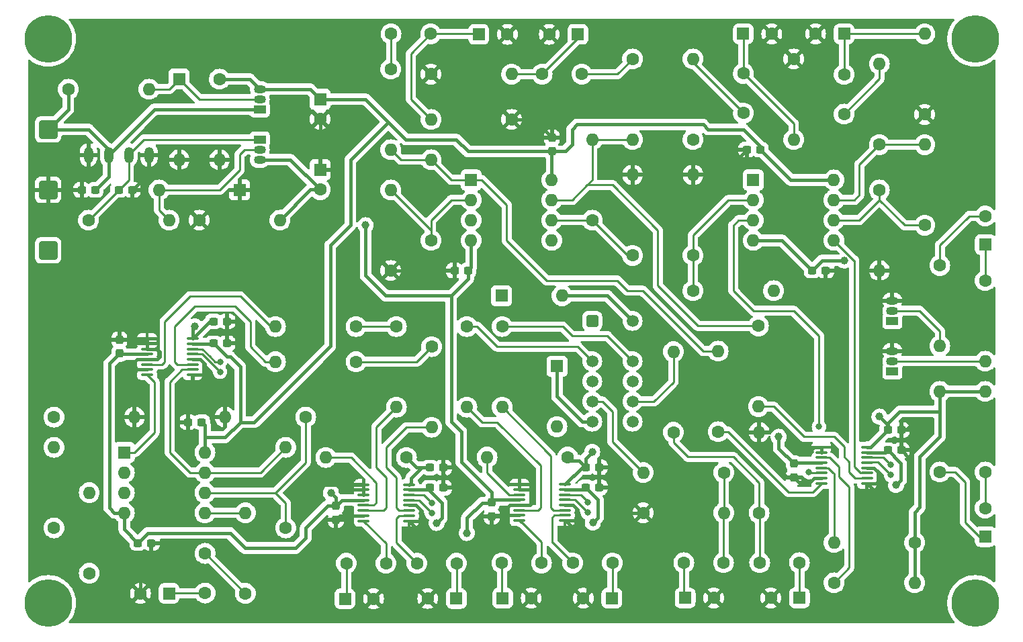
<source format=gtl>
%TF.GenerationSoftware,KiCad,Pcbnew,6.0.8*%
%TF.CreationDate,2022-10-28T14:06:56-07:00*%
%TF.ProjectId,pre-amp52,7072652d-616d-4703-9532-2e6b69636164,rev?*%
%TF.SameCoordinates,Original*%
%TF.FileFunction,Copper,L1,Top*%
%TF.FilePolarity,Positive*%
%FSLAX46Y46*%
G04 Gerber Fmt 4.6, Leading zero omitted, Abs format (unit mm)*
G04 Created by KiCad (PCBNEW 6.0.8) date 2022-10-28 14:06:56*
%MOMM*%
%LPD*%
G01*
G04 APERTURE LIST*
G04 Aperture macros list*
%AMRoundRect*
0 Rectangle with rounded corners*
0 $1 Rounding radius*
0 $2 $3 $4 $5 $6 $7 $8 $9 X,Y pos of 4 corners*
0 Add a 4 corners polygon primitive as box body*
4,1,4,$2,$3,$4,$5,$6,$7,$8,$9,$2,$3,0*
0 Add four circle primitives for the rounded corners*
1,1,$1+$1,$2,$3*
1,1,$1+$1,$4,$5*
1,1,$1+$1,$6,$7*
1,1,$1+$1,$8,$9*
0 Add four rect primitives between the rounded corners*
20,1,$1+$1,$2,$3,$4,$5,0*
20,1,$1+$1,$4,$5,$6,$7,0*
20,1,$1+$1,$6,$7,$8,$9,0*
20,1,$1+$1,$8,$9,$2,$3,0*%
G04 Aperture macros list end*
%TA.AperFunction,ComponentPad*%
%ADD10C,1.600000*%
%TD*%
%TA.AperFunction,ComponentPad*%
%ADD11O,1.600000X1.600000*%
%TD*%
%TA.AperFunction,ComponentPad*%
%ADD12RoundRect,0.250000X0.550000X0.550000X-0.550000X0.550000X-0.550000X-0.550000X0.550000X-0.550000X0*%
%TD*%
%TA.AperFunction,ComponentPad*%
%ADD13RoundRect,0.250001X0.899999X0.899999X-0.899999X0.899999X-0.899999X-0.899999X0.899999X-0.899999X0*%
%TD*%
%TA.AperFunction,ComponentPad*%
%ADD14C,6.000000*%
%TD*%
%TA.AperFunction,SMDPad,CuDef*%
%ADD15RoundRect,0.237500X0.300000X0.237500X-0.300000X0.237500X-0.300000X-0.237500X0.300000X-0.237500X0*%
%TD*%
%TA.AperFunction,ComponentPad*%
%ADD16R,1.600000X1.600000*%
%TD*%
%TA.AperFunction,SMDPad,CuDef*%
%ADD17RoundRect,0.100000X-0.637500X-0.100000X0.637500X-0.100000X0.637500X0.100000X-0.637500X0.100000X0*%
%TD*%
%TA.AperFunction,ComponentPad*%
%ADD18R,1.500000X1.050000*%
%TD*%
%TA.AperFunction,ComponentPad*%
%ADD19O,1.500000X1.050000*%
%TD*%
%TA.AperFunction,ComponentPad*%
%ADD20RoundRect,0.250000X0.550000X-0.550000X0.550000X0.550000X-0.550000X0.550000X-0.550000X-0.550000X0*%
%TD*%
%TA.AperFunction,SMDPad,CuDef*%
%ADD21RoundRect,0.237500X-0.300000X-0.237500X0.300000X-0.237500X0.300000X0.237500X-0.300000X0.237500X0*%
%TD*%
%TA.AperFunction,SMDPad,CuDef*%
%ADD22RoundRect,0.237500X-0.237500X0.300000X-0.237500X-0.300000X0.237500X-0.300000X0.237500X0.300000X0*%
%TD*%
%TA.AperFunction,ComponentPad*%
%ADD23RoundRect,0.250000X-0.550000X-0.550000X0.550000X-0.550000X0.550000X0.550000X-0.550000X0.550000X0*%
%TD*%
%TA.AperFunction,SMDPad,CuDef*%
%ADD24RoundRect,0.237500X0.237500X-0.300000X0.237500X0.300000X-0.237500X0.300000X-0.237500X-0.300000X0*%
%TD*%
%TA.AperFunction,ComponentPad*%
%ADD25RoundRect,0.250500X-0.499500X-0.499500X0.499500X-0.499500X0.499500X0.499500X-0.499500X0.499500X0*%
%TD*%
%TA.AperFunction,ComponentPad*%
%ADD26C,1.500000*%
%TD*%
%TA.AperFunction,ComponentPad*%
%ADD27O,1.200000X2.000000*%
%TD*%
%TA.AperFunction,ViaPad*%
%ADD28C,1.000000*%
%TD*%
%TA.AperFunction,ViaPad*%
%ADD29C,0.800000*%
%TD*%
%TA.AperFunction,Conductor*%
%ADD30C,0.250000*%
%TD*%
%TA.AperFunction,Conductor*%
%ADD31C,0.450000*%
%TD*%
G04 APERTURE END LIST*
D10*
X92710000Y-91440000D03*
D11*
X92710000Y-101600000D03*
D12*
X120577500Y-158155000D03*
D10*
X116977500Y-158155000D03*
D13*
X49530000Y-99060000D03*
D10*
X118110000Y-110490000D03*
D11*
X118110000Y-100330000D03*
D10*
X97790000Y-92075000D03*
D11*
X107950000Y-92075000D03*
D10*
X102307500Y-123897500D03*
D11*
X102307500Y-134057500D03*
D14*
X49530000Y-158750000D03*
D10*
X167640000Y-118110000D03*
D11*
X167640000Y-128270000D03*
D15*
X139292500Y-101600000D03*
X137567500Y-101600000D03*
D10*
X115007500Y-140375000D03*
D11*
X104847500Y-140375000D03*
D10*
X133985000Y-137160000D03*
D11*
X133985000Y-127000000D03*
D14*
X166370000Y-158750000D03*
D10*
X137160000Y-96988000D03*
X137160000Y-91988000D03*
X128342500Y-137232500D03*
D11*
X128342500Y-127072500D03*
D10*
X139137500Y-147392500D03*
D11*
X139137500Y-137232500D03*
D16*
X83820000Y-104140000D03*
D10*
X83820000Y-106640000D03*
D17*
X108930000Y-143815000D03*
X108930000Y-144465000D03*
X108930000Y-145115000D03*
X108930000Y-145765000D03*
X108930000Y-146415000D03*
X108930000Y-147065000D03*
X108930000Y-147715000D03*
X108930000Y-148365000D03*
X114655000Y-148365000D03*
X114655000Y-147715000D03*
X114655000Y-147065000D03*
X114655000Y-146415000D03*
X114655000Y-145765000D03*
X114655000Y-145115000D03*
X114655000Y-144465000D03*
X114655000Y-143815000D03*
D18*
X155935000Y-129540000D03*
D19*
X155935000Y-128270000D03*
X155935000Y-127000000D03*
D15*
X55472500Y-106680000D03*
X53747500Y-106680000D03*
D16*
X59127500Y-139772500D03*
D11*
X59127500Y-142312500D03*
X59127500Y-144852500D03*
X59127500Y-147392500D03*
X69287500Y-147392500D03*
X69287500Y-144852500D03*
X69287500Y-142312500D03*
X69287500Y-139772500D03*
D10*
X130810000Y-100330000D03*
D11*
X130810000Y-90170000D03*
D20*
X167640000Y-113560000D03*
D10*
X167640000Y-109960000D03*
X154305000Y-100965000D03*
D11*
X154305000Y-90805000D03*
D15*
X62550000Y-151192500D03*
X60825000Y-151192500D03*
D10*
X120642500Y-153710000D03*
X115642500Y-153710000D03*
D21*
X155347500Y-139493500D03*
X157072500Y-139493500D03*
D22*
X58512500Y-125565000D03*
X58512500Y-127290000D03*
D10*
X52070000Y-93980000D03*
D11*
X62230000Y-93980000D03*
D21*
X97635000Y-144217500D03*
X99360000Y-144217500D03*
D23*
X106817500Y-158155000D03*
D10*
X110417500Y-158155000D03*
D23*
X103807500Y-87057500D03*
D10*
X107407500Y-87057500D03*
X143510000Y-90170000D03*
D11*
X143510000Y-100330000D03*
D10*
X88337500Y-128342500D03*
D11*
X78177500Y-128342500D03*
D24*
X113030000Y-101827500D03*
X113030000Y-100102500D03*
D23*
X129822500Y-158115000D03*
D10*
X133422500Y-158115000D03*
D25*
X118110000Y-123190000D03*
D26*
X118110000Y-128270000D03*
X118110000Y-130810000D03*
X118110000Y-133350000D03*
X118110000Y-135890000D03*
X123190000Y-135890000D03*
X123190000Y-133350000D03*
X123190000Y-130810000D03*
X123190000Y-128270000D03*
X123190000Y-123190000D03*
D10*
X106752500Y-123897500D03*
D11*
X106752500Y-134057500D03*
D13*
X49530000Y-114300000D03*
D21*
X97635000Y-141677500D03*
X99360000Y-141677500D03*
D15*
X68880000Y-135962500D03*
X67155000Y-135962500D03*
D10*
X116800000Y-92075000D03*
X111800000Y-92075000D03*
X123190000Y-90170000D03*
D11*
X123190000Y-100330000D03*
D10*
X87107500Y-153742500D03*
X92107500Y-153742500D03*
D18*
X76200000Y-100330000D03*
D19*
X76200000Y-101600000D03*
X76200000Y-102870000D03*
D20*
X167640000Y-150390000D03*
D10*
X167640000Y-146790000D03*
D14*
X49530000Y-87630000D03*
D15*
X147547500Y-116840000D03*
X145822500Y-116840000D03*
D21*
X155347500Y-136953500D03*
X157072500Y-136953500D03*
D16*
X106680000Y-120015000D03*
D11*
X114300000Y-120015000D03*
D10*
X130810000Y-114935000D03*
D11*
X130810000Y-104775000D03*
D21*
X70350000Y-123252500D03*
X72075000Y-123252500D03*
D10*
X106712500Y-153710000D03*
X111712500Y-153710000D03*
D18*
X76200000Y-96520000D03*
D19*
X76200000Y-95250000D03*
X76200000Y-93980000D03*
D10*
X68580000Y-110490000D03*
D11*
X78740000Y-110490000D03*
D10*
X160020000Y-97155000D03*
D11*
X160020000Y-86995000D03*
D10*
X92750000Y-86995000D03*
X97750000Y-86995000D03*
D13*
X49530000Y-106680000D03*
D23*
X137138000Y-86995000D03*
D10*
X140738000Y-86995000D03*
X94687500Y-140407500D03*
D11*
X84527500Y-140407500D03*
D10*
X144217500Y-153670000D03*
X139217500Y-153670000D03*
D23*
X86937500Y-158227500D03*
D10*
X90537500Y-158227500D03*
D16*
X138410000Y-105420000D03*
D11*
X138410000Y-107960000D03*
X138410000Y-110500000D03*
X138410000Y-113040000D03*
X148570000Y-113040000D03*
X148570000Y-110500000D03*
X148570000Y-107960000D03*
X148570000Y-105420000D03*
D10*
X134692500Y-142312500D03*
D11*
X124532500Y-142312500D03*
D21*
X100737500Y-116840000D03*
X102462500Y-116840000D03*
D10*
X79467500Y-149287500D03*
D11*
X79467500Y-139127500D03*
D10*
X149860000Y-97115000D03*
X149860000Y-92115000D03*
D21*
X117280000Y-141645000D03*
X119005000Y-141645000D03*
D10*
X161925000Y-116205000D03*
D11*
X161925000Y-126365000D03*
D24*
X85797500Y-148255000D03*
X85797500Y-146530000D03*
D16*
X83820000Y-95250000D03*
D10*
X83820000Y-97750000D03*
D12*
X144217500Y-158115000D03*
D10*
X140617500Y-158115000D03*
X69307500Y-157502500D03*
X69307500Y-152502500D03*
X124532500Y-147392500D03*
D11*
X134692500Y-147392500D03*
D16*
X66040000Y-92710000D03*
D11*
X66040000Y-102870000D03*
D15*
X60145000Y-106680000D03*
X58420000Y-106680000D03*
D21*
X117280000Y-144185000D03*
X119005000Y-144185000D03*
D10*
X71120000Y-92710000D03*
D11*
X71120000Y-102870000D03*
D10*
X81987500Y-135317500D03*
D11*
X71827500Y-135317500D03*
D10*
X158750000Y-151130000D03*
D11*
X148590000Y-151130000D03*
D16*
X113665000Y-128905000D03*
D11*
X113665000Y-136525000D03*
D12*
X100972500Y-158187500D03*
D10*
X97372500Y-158187500D03*
D27*
X54617500Y-102280000D03*
X57157500Y-102280000D03*
X59697500Y-102280000D03*
X62237500Y-102280000D03*
D10*
X92710000Y-116840000D03*
D11*
X92710000Y-106680000D03*
D12*
X149860000Y-86995000D03*
D10*
X146260000Y-86995000D03*
X50257500Y-149287500D03*
D11*
X50257500Y-139127500D03*
D17*
X89285000Y-143847500D03*
X89285000Y-144497500D03*
X89285000Y-145147500D03*
X89285000Y-145797500D03*
X89285000Y-146447500D03*
X89285000Y-147097500D03*
X89285000Y-147747500D03*
X89285000Y-148397500D03*
X95010000Y-148397500D03*
X95010000Y-147747500D03*
X95010000Y-147097500D03*
X95010000Y-146447500D03*
X95010000Y-145797500D03*
X95010000Y-145147500D03*
X95010000Y-144497500D03*
X95010000Y-143847500D03*
D16*
X102850000Y-105420000D03*
D11*
X102850000Y-107960000D03*
X102850000Y-110500000D03*
X102850000Y-113040000D03*
X113010000Y-113040000D03*
X113010000Y-110500000D03*
X113010000Y-107960000D03*
X113010000Y-105420000D03*
D10*
X54702500Y-155002500D03*
D11*
X54702500Y-144842500D03*
D10*
X97790000Y-113030000D03*
D11*
X97790000Y-102870000D03*
D16*
X73660000Y-106680000D03*
D11*
X63500000Y-106680000D03*
D10*
X100997500Y-153742500D03*
X95997500Y-153742500D03*
X97862500Y-126437500D03*
D11*
X97862500Y-136597500D03*
D10*
X50257500Y-135317500D03*
D11*
X60417500Y-135317500D03*
D10*
X161925000Y-142240000D03*
D11*
X161925000Y-132080000D03*
D24*
X105442500Y-147815000D03*
X105442500Y-146090000D03*
D10*
X148590000Y-156210000D03*
D11*
X158750000Y-156210000D03*
D10*
X88337500Y-123897500D03*
D11*
X78177500Y-123897500D03*
D10*
X160020000Y-111125000D03*
D11*
X160020000Y-100965000D03*
D10*
X54610000Y-110490000D03*
D11*
X64770000Y-110490000D03*
D17*
X62000000Y-125422500D03*
X62000000Y-126072500D03*
X62000000Y-126722500D03*
X62000000Y-127372500D03*
X62000000Y-128022500D03*
X62000000Y-128672500D03*
X62000000Y-129322500D03*
X62000000Y-129972500D03*
X67725000Y-129972500D03*
X67725000Y-129322500D03*
X67725000Y-128672500D03*
X67725000Y-128022500D03*
X67725000Y-127372500D03*
X67725000Y-126722500D03*
X67725000Y-126072500D03*
X67725000Y-125422500D03*
D10*
X93417500Y-123897500D03*
D11*
X93417500Y-134057500D03*
D10*
X154305000Y-106680000D03*
D11*
X154305000Y-116840000D03*
D12*
X64757500Y-157542500D03*
D10*
X61157500Y-157542500D03*
X130810000Y-119380000D03*
D11*
X140970000Y-119380000D03*
D10*
X129652500Y-153670000D03*
X134652500Y-153670000D03*
D14*
X166370000Y-87630000D03*
D10*
X123190000Y-114935000D03*
D11*
X123190000Y-104775000D03*
D21*
X70350000Y-126020000D03*
X72075000Y-126020000D03*
D24*
X143510000Y-142896000D03*
X143510000Y-141171000D03*
D17*
X146997500Y-139123500D03*
X146997500Y-139773500D03*
X146997500Y-140423500D03*
X146997500Y-141073500D03*
X146997500Y-141723500D03*
X146997500Y-142373500D03*
X146997500Y-143023500D03*
X146997500Y-143673500D03*
X152722500Y-143673500D03*
X152722500Y-143023500D03*
X152722500Y-142373500D03*
X152722500Y-141723500D03*
X152722500Y-141073500D03*
X152722500Y-140423500D03*
X152722500Y-139773500D03*
X152722500Y-139123500D03*
D10*
X107950000Y-97790000D03*
D11*
X97790000Y-97790000D03*
D18*
X155935000Y-123190000D03*
D19*
X155935000Y-121920000D03*
X155935000Y-120650000D03*
D12*
X116297500Y-87057500D03*
D10*
X112697500Y-87057500D03*
X74387500Y-157542500D03*
D11*
X74387500Y-147382500D03*
D10*
X167640000Y-142240000D03*
D11*
X167640000Y-132080000D03*
D10*
X139065000Y-123825000D03*
D11*
X139065000Y-133985000D03*
D28*
X118182500Y-148630000D03*
X156397109Y-143892500D03*
X98497500Y-148662500D03*
X83257500Y-144852500D03*
X120722500Y-142915000D03*
X147955000Y-119380000D03*
X145504500Y-139700000D03*
X101037500Y-142947500D03*
X158750000Y-135890000D03*
X73732500Y-126437500D03*
X89535000Y-111125000D03*
X141605000Y-137795000D03*
X149860000Y-115570000D03*
X85162500Y-144852500D03*
X102307500Y-149932500D03*
D29*
X146685000Y-136525000D03*
X145415000Y-142240000D03*
X117547500Y-147360000D03*
X155762109Y-142622500D03*
X97862500Y-147392500D03*
X71192500Y-129612500D03*
X97862500Y-146122500D03*
X71192500Y-128342500D03*
X117547500Y-146090000D03*
X155762109Y-141352500D03*
D28*
X118110000Y-139700000D03*
X68017500Y-123897500D03*
X154305000Y-135255000D03*
D30*
X129652500Y-153670000D02*
X129652500Y-157945000D01*
X129652500Y-157945000D02*
X129822500Y-158115000D01*
X134692500Y-147392500D02*
X134692500Y-142312500D01*
X134652500Y-147432500D02*
X134692500Y-147392500D01*
X134652500Y-153107500D02*
X134652500Y-147432500D01*
X106712500Y-153710000D02*
X106712500Y-158050000D01*
X106712500Y-158050000D02*
X106817500Y-158155000D01*
X109252500Y-148630000D02*
X109195000Y-148630000D01*
X109195000Y-148630000D02*
X108930000Y-148365000D01*
X111712500Y-153710000D02*
X111712500Y-151090000D01*
X111712500Y-151090000D02*
X109252500Y-148630000D01*
X87107500Y-153742500D02*
X87107500Y-158057500D01*
X87107500Y-158057500D02*
X86937500Y-158227500D01*
X92107500Y-151220000D02*
X92107500Y-153742500D01*
X89285000Y-148397500D02*
X92107500Y-151220000D01*
X64797500Y-157502500D02*
X69307500Y-157502500D01*
X64757500Y-157542500D02*
X64797500Y-157502500D01*
X69347500Y-152502500D02*
X69307500Y-152502500D01*
X74387500Y-157542500D02*
X69347500Y-152502500D01*
X100997500Y-153742500D02*
X100997500Y-158162500D01*
X100997500Y-158162500D02*
X100972500Y-158187500D01*
X95010000Y-147747500D02*
X93772500Y-147747500D01*
X93772500Y-147747500D02*
X93417500Y-148102500D01*
X93417500Y-148102500D02*
X93417500Y-151162500D01*
X93417500Y-151162500D02*
X95997500Y-153742500D01*
X120642500Y-158090000D02*
X120577500Y-158155000D01*
X120642500Y-153710000D02*
X120642500Y-158090000D01*
X113062500Y-151170000D02*
X113102500Y-151170000D01*
X113102500Y-151170000D02*
X115642500Y-153710000D01*
X113342500Y-147715000D02*
X113062500Y-147995000D01*
X114655000Y-147715000D02*
X113342500Y-147715000D01*
X113062500Y-147995000D02*
X113062500Y-151170000D01*
X144217500Y-153670000D02*
X144217500Y-158115000D01*
X128342500Y-137232500D02*
X128342500Y-138502500D01*
X128342500Y-138502500D02*
X130175000Y-140335000D01*
X139217500Y-153107500D02*
X139217500Y-147472500D01*
X135890000Y-140335000D02*
X139137500Y-143582500D01*
X139137500Y-143582500D02*
X139137500Y-147392500D01*
X139217500Y-147472500D02*
X139137500Y-147392500D01*
X130175000Y-140335000D02*
X135890000Y-140335000D01*
D31*
X157032109Y-143257500D02*
X156397109Y-143892500D01*
X74930000Y-92710000D02*
X76200000Y-93980000D01*
X73732500Y-128977500D02*
X73732500Y-135962500D01*
X87630000Y-102870000D02*
X87630000Y-111125000D01*
X97635000Y-144625000D02*
X99132500Y-146122500D01*
X85090000Y-113665000D02*
X85090000Y-126365000D01*
X82550000Y-93980000D02*
X83820000Y-95250000D01*
X69287500Y-136370000D02*
X69287500Y-139772500D01*
X98497500Y-148662500D02*
X99132500Y-148027500D01*
X89535000Y-95250000D02*
X83820000Y-95250000D01*
X113030000Y-101827500D02*
X102462500Y-101827500D01*
X72462500Y-127707500D02*
X73732500Y-128977500D01*
X114707500Y-101827500D02*
X113030000Y-101827500D01*
X115570000Y-100965000D02*
X114707500Y-101827500D01*
X92392500Y-98107500D02*
X89535000Y-95250000D01*
X115570000Y-99060000D02*
X115570000Y-100965000D01*
X68880000Y-135962500D02*
X69287500Y-136370000D01*
X97355000Y-144497500D02*
X97635000Y-144217500D01*
X102462500Y-101827500D02*
X100965000Y-100330000D01*
X71827500Y-137867500D02*
X69287500Y-137867500D01*
X155067500Y-139773500D02*
X155347500Y-139493500D01*
X152722500Y-139773500D02*
X155067500Y-139773500D01*
X139292500Y-101600000D02*
X139292500Y-101192500D01*
X71120000Y-92710000D02*
X74930000Y-92710000D01*
X157032109Y-141178109D02*
X157032109Y-143257500D01*
X87630000Y-111125000D02*
X85090000Y-113665000D01*
X97635000Y-144217500D02*
X97635000Y-144625000D01*
X75492500Y-135962500D02*
X73732500Y-135962500D01*
X155347500Y-139493500D02*
X157032109Y-141178109D01*
X85090000Y-126365000D02*
X75492500Y-135962500D01*
X92392500Y-98107500D02*
X87630000Y-102870000D01*
X118817500Y-145722500D02*
X117280000Y-144185000D01*
X95010000Y-144497500D02*
X97355000Y-144497500D01*
X139292500Y-101192500D02*
X137160000Y-99060000D01*
X143112500Y-105420000D02*
X139292500Y-101600000D01*
X137160000Y-99060000D02*
X132715000Y-99060000D01*
X114655000Y-144465000D02*
X117000000Y-144465000D01*
X132080000Y-98425000D02*
X116205000Y-98425000D01*
X148570000Y-105420000D02*
X143112500Y-105420000D01*
X67725000Y-126072500D02*
X70297500Y-126072500D01*
X117000000Y-144465000D02*
X117280000Y-144185000D01*
X118817500Y-147995000D02*
X118817500Y-145722500D01*
X132715000Y-99060000D02*
X132080000Y-98425000D01*
X100965000Y-100330000D02*
X94615000Y-100330000D01*
X116205000Y-98425000D02*
X115570000Y-99060000D01*
X94615000Y-100330000D02*
X92392500Y-98107500D01*
X72037500Y-127707500D02*
X72462500Y-127707500D01*
X118182500Y-148630000D02*
X118817500Y-147995000D01*
X70297500Y-126072500D02*
X70350000Y-126020000D01*
X99132500Y-148027500D02*
X99132500Y-146122500D01*
X76200000Y-93980000D02*
X82550000Y-93980000D01*
X113010000Y-101847500D02*
X113010000Y-105420000D01*
X113030000Y-101827500D02*
X113010000Y-101847500D01*
X73732500Y-135962500D02*
X71827500Y-137867500D01*
X70350000Y-126020000D02*
X72037500Y-127707500D01*
X116277500Y-147995000D02*
X115907500Y-148365000D01*
X63592500Y-127062500D02*
X63252500Y-126722500D01*
X96222500Y-148397500D02*
X95010000Y-148397500D01*
X61157500Y-156167500D02*
X61157500Y-157542500D01*
X109292500Y-157030000D02*
X110417500Y-158155000D01*
X155099000Y-146050000D02*
X152722500Y-143673500D01*
X83257500Y-144747500D02*
X83257500Y-144852500D01*
X62237500Y-104587500D02*
X62237500Y-102280000D01*
X106992500Y-150775000D02*
X109292500Y-153075000D01*
X153643470Y-141723500D02*
X152722500Y-141723500D01*
X110562500Y-144820000D02*
X110562500Y-146090000D01*
X134392500Y-104775000D02*
X130810000Y-104775000D01*
X60397500Y-128977500D02*
X60742500Y-129322500D01*
X105542500Y-147715000D02*
X105442500Y-147815000D01*
X109292500Y-153075000D02*
X109292500Y-157030000D01*
X63267500Y-128022500D02*
X63592500Y-127697500D01*
X83820000Y-104140000D02*
X83820000Y-97750000D01*
X60397500Y-128342500D02*
X60397500Y-128977500D01*
X63252500Y-126722500D02*
X62000000Y-126722500D01*
X60742500Y-129322500D02*
X62000000Y-129322500D01*
X87347500Y-147747500D02*
X87347500Y-150212500D01*
X154492109Y-143257500D02*
X154492109Y-142572139D01*
X62000000Y-128022500D02*
X63267500Y-128022500D01*
X99360000Y-142540000D02*
X99360000Y-144217500D01*
X68927500Y-129972500D02*
X67725000Y-129972500D01*
X89285000Y-143847500D02*
X84157500Y-143847500D01*
X84157500Y-143847500D02*
X83257500Y-144747500D01*
X86305000Y-147747500D02*
X85797500Y-148255000D01*
X60717500Y-128022500D02*
X60397500Y-128342500D01*
X73315000Y-126020000D02*
X73732500Y-126437500D01*
X157072500Y-136953500D02*
X157072500Y-139493500D01*
X107697500Y-146415000D02*
X107107500Y-147005000D01*
X110237500Y-146415000D02*
X108930000Y-146415000D01*
X117547500Y-151202500D02*
X117547500Y-157585000D01*
X67155000Y-133650000D02*
X67155000Y-135962500D01*
X62000000Y-125422500D02*
X61857500Y-125565000D01*
X67725000Y-132495000D02*
X67725000Y-133080000D01*
X62550000Y-151192500D02*
X62550000Y-154775000D01*
X106992500Y-147715000D02*
X106992500Y-150775000D01*
X62000000Y-126722500D02*
X62000000Y-125422500D01*
X68713500Y-128022500D02*
X69287500Y-128596500D01*
X49530000Y-106680000D02*
X53747500Y-106680000D01*
X108930000Y-146415000D02*
X107697500Y-146415000D01*
X121357500Y-147392500D02*
X124532500Y-147392500D01*
X119005000Y-142727500D02*
X119005000Y-141645000D01*
X95010000Y-148397500D02*
X98497500Y-151885000D01*
X71827500Y-135317500D02*
X70547500Y-135317500D01*
X147547500Y-116840000D02*
X147547500Y-118972500D01*
X157072500Y-139493500D02*
X158115000Y-140536000D01*
X107107500Y-147715000D02*
X106992500Y-147715000D01*
X108930000Y-144465000D02*
X108930000Y-143815000D01*
X99360000Y-142540000D02*
X99767500Y-142947500D01*
X108930000Y-147715000D02*
X107107500Y-147715000D01*
X139137500Y-139335391D02*
X142698109Y-142896000D01*
X67725000Y-128022500D02*
X68713500Y-128022500D01*
X87347500Y-150212500D02*
X89607500Y-152472500D01*
X114655000Y-146415000D02*
X115681000Y-146415000D01*
X119005000Y-142727500D02*
X120535000Y-142727500D01*
X72075000Y-126020000D02*
X73315000Y-126020000D01*
X107107500Y-147005000D02*
X107107500Y-147715000D01*
X96592500Y-148027500D02*
X96222500Y-148397500D01*
X157686500Y-136953500D02*
X158750000Y-135890000D01*
X146997500Y-139123500D02*
X146997500Y-139773500D01*
X115907500Y-148365000D02*
X114655000Y-148365000D01*
X139137500Y-139335391D02*
X139137500Y-137232500D01*
X152722500Y-143673500D02*
X154076109Y-143673500D01*
X98497500Y-151885000D02*
X98497500Y-157062500D01*
X110207500Y-144465000D02*
X110562500Y-144820000D01*
X116277500Y-147011500D02*
X116277500Y-147995000D01*
X154492109Y-142572139D02*
X153643470Y-141723500D01*
X98497500Y-157062500D02*
X97372500Y-158187500D01*
X145573500Y-143510000D02*
X144124000Y-143510000D01*
X61857500Y-125565000D02*
X58512500Y-125565000D01*
X86305000Y-147747500D02*
X87347500Y-147747500D01*
X154076109Y-143673500D02*
X154492109Y-143257500D01*
X115681000Y-146415000D02*
X116277500Y-147011500D01*
X89607500Y-152472500D02*
X89607500Y-157297500D01*
X99767500Y-142947500D02*
X101037500Y-142947500D01*
X89607500Y-157297500D02*
X90537500Y-158227500D01*
X120535000Y-142727500D02*
X120722500Y-142915000D01*
X120722500Y-143582500D02*
X124532500Y-147392500D01*
X144124000Y-143510000D02*
X143510000Y-142896000D01*
X137567500Y-101600000D02*
X134392500Y-104775000D01*
X60417500Y-128997500D02*
X60417500Y-135317500D01*
X69287500Y-129612500D02*
X68927500Y-129972500D01*
X62550000Y-154775000D02*
X61157500Y-156167500D01*
X89285000Y-145147500D02*
X89285000Y-144497500D01*
X158115000Y-144780000D02*
X156845000Y-146050000D01*
X69287500Y-128596500D02*
X69287500Y-129612500D01*
X63592500Y-127697500D02*
X63592500Y-127062500D01*
X120722500Y-142915000D02*
X120722500Y-143582500D01*
X117547500Y-151202500D02*
X121357500Y-147392500D01*
X113030000Y-100102500D02*
X110717500Y-97790000D01*
X89285000Y-144497500D02*
X89285000Y-143847500D01*
X110562500Y-146090000D02*
X110237500Y-146415000D01*
X117547500Y-151170000D02*
X117547500Y-151202500D01*
X157072500Y-136953500D02*
X157686500Y-136953500D01*
X106992500Y-147715000D02*
X105542500Y-147715000D01*
X143510000Y-142896000D02*
X142698109Y-142896000D01*
X108930000Y-144465000D02*
X110207500Y-144465000D01*
X99360000Y-141677500D02*
X99360000Y-142540000D01*
X114742500Y-148365000D02*
X117547500Y-151170000D01*
X158115000Y-140536000D02*
X158115000Y-144780000D01*
X117547500Y-157585000D02*
X116977500Y-158155000D01*
X119005000Y-144185000D02*
X119005000Y-142727500D01*
X146997500Y-139123500D02*
X146081000Y-139123500D01*
X146060000Y-143023500D02*
X145573500Y-143510000D01*
X146997500Y-143023500D02*
X146060000Y-143023500D01*
X95901500Y-146447500D02*
X96592500Y-147138500D01*
X70547500Y-135317500D02*
X67725000Y-132495000D01*
X95010000Y-146447500D02*
X95901500Y-146447500D01*
X60145000Y-106680000D02*
X62237500Y-104587500D01*
X156845000Y-146050000D02*
X155099000Y-146050000D01*
X96592500Y-147138500D02*
X96592500Y-148027500D01*
X62000000Y-128022500D02*
X60717500Y-128022500D01*
X72075000Y-123252500D02*
X72075000Y-126020000D01*
X67725000Y-129972500D02*
X67725000Y-132495000D01*
X110717500Y-97790000D02*
X107950000Y-97790000D01*
X67725000Y-133080000D02*
X67155000Y-133650000D01*
X95030000Y-146437500D02*
X95717861Y-146437500D01*
X146081000Y-139123500D02*
X145504500Y-139700000D01*
X89285000Y-147747500D02*
X87347500Y-147747500D01*
X92710000Y-116840000D02*
X100737500Y-116840000D01*
X147547500Y-118972500D02*
X147955000Y-119380000D01*
X142022500Y-113040000D02*
X138410000Y-113040000D01*
X89535000Y-111125000D02*
X89535000Y-117475000D01*
X145822500Y-116840000D02*
X147092500Y-115570000D01*
X105767500Y-145765000D02*
X105442500Y-146090000D01*
X92075000Y-120015000D02*
X89535000Y-117475000D01*
X84755000Y-146530000D02*
X81987500Y-149297500D01*
X102850000Y-116405000D02*
X102415000Y-116840000D01*
X81987500Y-149297500D02*
X81987500Y-150567500D01*
X104212500Y-146122500D02*
X102307500Y-148027500D01*
X85797500Y-146530000D02*
X84755000Y-146530000D01*
X100330000Y-120015000D02*
X92075000Y-120015000D01*
X105410000Y-146122500D02*
X104212500Y-146122500D01*
X76200000Y-102870000D02*
X80050000Y-102870000D01*
X74367500Y-151837500D02*
X72462500Y-149932500D01*
X102462500Y-117882500D02*
X102462500Y-116840000D01*
X108930000Y-145765000D02*
X105767500Y-145765000D01*
X89285000Y-145797500D02*
X86530000Y-145797500D01*
X100330000Y-120015000D02*
X102462500Y-117882500D01*
X146997500Y-141073500D02*
X143607500Y-141073500D01*
X59127500Y-147392500D02*
X57857500Y-147392500D01*
X83820000Y-106640000D02*
X82590000Y-106640000D01*
X57857500Y-147392500D02*
X57222500Y-146757500D01*
X72462500Y-149932500D02*
X62085000Y-149932500D01*
X102850000Y-113040000D02*
X102850000Y-116405000D01*
X143607500Y-141073500D02*
X143510000Y-141171000D01*
X57222500Y-128580000D02*
X58512500Y-127290000D01*
X82590000Y-106640000D02*
X78740000Y-110490000D01*
X62000000Y-127372500D02*
X58610000Y-127372500D01*
X102307500Y-148027500D02*
X102307500Y-149932500D01*
X86530000Y-145797500D02*
X85797500Y-146530000D01*
X80050000Y-102870000D02*
X83820000Y-106640000D01*
X105442500Y-146090000D02*
X105410000Y-146122500D01*
X80717500Y-151837500D02*
X74367500Y-151837500D01*
X101600000Y-140970000D02*
X105442500Y-144812500D01*
X141605000Y-139266000D02*
X143510000Y-141171000D01*
X81987500Y-150567500D02*
X80717500Y-151837500D01*
X59127500Y-147392500D02*
X59127500Y-149495000D01*
X62085000Y-149932500D02*
X60825000Y-151192500D01*
X101600000Y-140970000D02*
X101600000Y-137160000D01*
X59127500Y-149495000D02*
X60825000Y-151192500D01*
X85797500Y-145487500D02*
X85162500Y-144852500D01*
X147092500Y-115570000D02*
X149860000Y-115570000D01*
X101600000Y-137160000D02*
X100330000Y-135890000D01*
X100330000Y-135890000D02*
X100330000Y-120015000D01*
X85797500Y-146530000D02*
X85797500Y-145487500D01*
X141605000Y-137795000D02*
X141605000Y-139266000D01*
X145822500Y-116840000D02*
X142022500Y-113040000D01*
X57222500Y-146757500D02*
X57222500Y-128580000D01*
X105442500Y-146090000D02*
X105442500Y-144812500D01*
D30*
X92750000Y-91400000D02*
X92710000Y-91440000D01*
X92750000Y-86995000D02*
X92750000Y-91400000D01*
X103745000Y-86995000D02*
X103807500Y-87057500D01*
X95250000Y-89495000D02*
X95250000Y-95250000D01*
X95250000Y-95250000D02*
X97790000Y-97790000D01*
X97750000Y-86995000D02*
X95250000Y-89495000D01*
X97750000Y-86995000D02*
X103745000Y-86995000D01*
X116800000Y-92075000D02*
X121285000Y-92075000D01*
X121285000Y-92075000D02*
X123190000Y-90170000D01*
X111800000Y-92075000D02*
X116297500Y-87577500D01*
X107950000Y-92075000D02*
X111800000Y-92075000D01*
X116297500Y-87577500D02*
X116297500Y-87057500D01*
X130810000Y-90638000D02*
X130810000Y-90170000D01*
X137160000Y-96988000D02*
X130810000Y-90638000D01*
X137160000Y-91988000D02*
X143510000Y-98338000D01*
X137160000Y-87017000D02*
X137160000Y-91988000D01*
X137138000Y-86995000D02*
X137160000Y-87017000D01*
X143510000Y-98338000D02*
X143510000Y-100330000D01*
X154305000Y-92670000D02*
X149860000Y-97115000D01*
X154305000Y-90805000D02*
X154305000Y-92670000D01*
X149860000Y-86995000D02*
X149860000Y-92115000D01*
X149860000Y-86995000D02*
X160020000Y-86995000D01*
D31*
X123190000Y-123190000D02*
X120015000Y-120015000D01*
X120015000Y-120015000D02*
X114300000Y-120015000D01*
D30*
X68580000Y-95250000D02*
X66040000Y-92710000D01*
X76200000Y-95250000D02*
X68580000Y-95250000D01*
X62230000Y-93980000D02*
X64770000Y-93980000D01*
X64770000Y-93980000D02*
X66040000Y-92710000D01*
X76200000Y-101600000D02*
X74295000Y-101600000D01*
X71120000Y-106680000D02*
X63500000Y-106680000D01*
X73660000Y-104140000D02*
X71120000Y-106680000D01*
X73660000Y-102235000D02*
X73660000Y-104140000D01*
X63500000Y-109220000D02*
X64770000Y-110490000D01*
X63500000Y-106680000D02*
X63500000Y-109220000D01*
X74295000Y-101600000D02*
X73660000Y-102235000D01*
X167640000Y-113560000D02*
X167640000Y-118110000D01*
X165630000Y-109960000D02*
X161925000Y-113665000D01*
X161925000Y-113665000D02*
X161925000Y-116205000D01*
X167640000Y-109960000D02*
X165630000Y-109960000D01*
X115570000Y-125095000D02*
X120015000Y-125095000D01*
X106752500Y-123897500D02*
X114372500Y-123897500D01*
X95957500Y-128342500D02*
X97862500Y-126437500D01*
X88337500Y-128342500D02*
X95957500Y-128342500D01*
X120015000Y-125095000D02*
X123190000Y-128270000D01*
X114372500Y-123897500D02*
X115570000Y-125095000D01*
X128342500Y-130882500D02*
X128342500Y-127072500D01*
X123190000Y-133350000D02*
X125875000Y-133350000D01*
X125875000Y-133350000D02*
X128342500Y-130882500D01*
X124532500Y-142312500D02*
X120650000Y-138430000D01*
X120650000Y-134620000D02*
X119380000Y-133350000D01*
X120650000Y-138430000D02*
X120650000Y-134620000D01*
X119380000Y-133350000D02*
X118110000Y-133350000D01*
X103577500Y-123897500D02*
X106117500Y-126437500D01*
X88337500Y-123897500D02*
X93417500Y-123897500D01*
X116277500Y-126437500D02*
X118110000Y-128270000D01*
X102307500Y-123897500D02*
X103577500Y-123897500D01*
X106117500Y-126437500D02*
X116277500Y-126437500D01*
X167640000Y-128270000D02*
X155935000Y-128270000D01*
X161925000Y-126365000D02*
X161925000Y-124460000D01*
X161925000Y-124460000D02*
X159385000Y-121920000D01*
X159385000Y-121920000D02*
X155935000Y-121920000D01*
X69297500Y-147382500D02*
X69287500Y-147392500D01*
X74387500Y-147382500D02*
X69297500Y-147382500D01*
X79467500Y-149287500D02*
X79467500Y-146142500D01*
X81987500Y-141042500D02*
X78177500Y-144852500D01*
X78177500Y-144852500D02*
X69287500Y-144852500D01*
X81987500Y-135317500D02*
X81987500Y-141042500D01*
X79467500Y-146142500D02*
X78177500Y-144852500D01*
X111615000Y-141427500D02*
X111615000Y-146725000D01*
X111275000Y-147065000D02*
X111615000Y-146725000D01*
X111615000Y-141427500D02*
X106150000Y-135962500D01*
X104212500Y-135962500D02*
X102307500Y-134057500D01*
X106150000Y-135962500D02*
X104212500Y-135962500D01*
X108930000Y-147065000D02*
X111275000Y-147065000D01*
X62937500Y-137232500D02*
X60397500Y-139772500D01*
X62937500Y-130910000D02*
X62937500Y-137232500D01*
X62000000Y-129972500D02*
X62937500Y-130910000D01*
X60397500Y-139772500D02*
X59127500Y-139772500D01*
X66402500Y-129322500D02*
X64842500Y-130882500D01*
X64842500Y-130882500D02*
X64842500Y-139772500D01*
X67382500Y-142312500D02*
X69287500Y-142312500D01*
X76282500Y-142312500D02*
X79467500Y-139127500D01*
X69287500Y-142312500D02*
X76282500Y-142312500D01*
X67725000Y-129322500D02*
X66402500Y-129322500D01*
X64842500Y-139772500D02*
X67382500Y-142312500D01*
X106752500Y-134057500D02*
X112885000Y-140190000D01*
X113225000Y-147065000D02*
X112885000Y-146725000D01*
X114655000Y-147065000D02*
X113225000Y-147065000D01*
X112885000Y-146725000D02*
X112885000Y-140190000D01*
X100320000Y-107960000D02*
X97790000Y-110490000D01*
X102850000Y-107960000D02*
X100320000Y-107960000D01*
X97790000Y-110490000D02*
X97790000Y-113030000D01*
X97790000Y-111760000D02*
X92710000Y-106680000D01*
X122555000Y-114935000D02*
X123190000Y-114935000D01*
X113010000Y-110500000D02*
X118100000Y-110500000D01*
X118100000Y-110500000D02*
X118110000Y-110490000D01*
X118110000Y-110490000D02*
X122555000Y-114935000D01*
X107315000Y-113030000D02*
X112395000Y-118110000D01*
X112395000Y-118110000D02*
X121285000Y-118110000D01*
X121285000Y-118110000D02*
X122555000Y-119380000D01*
X93980000Y-102870000D02*
X92710000Y-101600000D01*
X104150000Y-105420000D02*
X107315000Y-108585000D01*
X102850000Y-105420000D02*
X104150000Y-105420000D01*
X132080000Y-127000000D02*
X133985000Y-127000000D01*
X102850000Y-105420000D02*
X100340000Y-105420000D01*
X122555000Y-119380000D02*
X124460000Y-119380000D01*
X100340000Y-105420000D02*
X97790000Y-102870000D01*
X107315000Y-108585000D02*
X107315000Y-113030000D01*
X124460000Y-119380000D02*
X132080000Y-127000000D01*
X97790000Y-102870000D02*
X93980000Y-102870000D01*
X117475000Y-106045000D02*
X118110000Y-105410000D01*
X120650000Y-106045000D02*
X117475000Y-106045000D01*
X118110000Y-100330000D02*
X123190000Y-100330000D01*
X139065000Y-123825000D02*
X131445000Y-123825000D01*
X113010000Y-107960000D02*
X115560000Y-107960000D01*
X126365000Y-111760000D02*
X120650000Y-106045000D01*
X131445000Y-123825000D02*
X126365000Y-118745000D01*
X118110000Y-105410000D02*
X118110000Y-100330000D01*
X126365000Y-118745000D02*
X126365000Y-111760000D01*
X115560000Y-107960000D02*
X117475000Y-106045000D01*
X142875000Y-144780000D02*
X145891000Y-144780000D01*
X135255000Y-137160000D02*
X142875000Y-144780000D01*
X145891000Y-144780000D02*
X146997500Y-143673500D01*
X133985000Y-137160000D02*
X135255000Y-137160000D01*
X148590000Y-137795000D02*
X149860000Y-139065000D01*
X149860000Y-139065000D02*
X149860000Y-140335000D01*
X144780000Y-137795000D02*
X148590000Y-137795000D01*
X139065000Y-133985000D02*
X140970000Y-133985000D01*
X150495000Y-140970000D02*
X150495000Y-142240000D01*
X149860000Y-140335000D02*
X150495000Y-140970000D01*
X151278500Y-143023500D02*
X152722500Y-143023500D01*
X150495000Y-142240000D02*
X151278500Y-143023500D01*
X140970000Y-133985000D02*
X144780000Y-137795000D01*
X135265000Y-107960000D02*
X138410000Y-107960000D01*
X130810000Y-114935000D02*
X130810000Y-119380000D01*
X130810000Y-114935000D02*
X130810000Y-112395000D01*
X130810000Y-112395000D02*
X135255000Y-107950000D01*
X135255000Y-107950000D02*
X135265000Y-107960000D01*
X148570000Y-110500000D02*
X151755000Y-110500000D01*
X151755000Y-110500000D02*
X154305000Y-107950000D01*
X154305000Y-107950000D02*
X154305000Y-106680000D01*
X154305000Y-107950000D02*
X157480000Y-111125000D01*
X157480000Y-111125000D02*
X160020000Y-111125000D01*
X151765000Y-103505000D02*
X151765000Y-107315000D01*
X151765000Y-107315000D02*
X151120000Y-107960000D01*
X151120000Y-107960000D02*
X148570000Y-107960000D01*
X154305000Y-100965000D02*
X151765000Y-103505000D01*
X154305000Y-100965000D02*
X160020000Y-100965000D01*
X90552500Y-146447500D02*
X90877500Y-146122500D01*
X87702500Y-140407500D02*
X84527500Y-140407500D01*
X90877500Y-143582500D02*
X87702500Y-140407500D01*
X89285000Y-146447500D02*
X90552500Y-146447500D01*
X90877500Y-146122500D02*
X90877500Y-143582500D01*
X107650000Y-145115000D02*
X104847500Y-142312500D01*
X104847500Y-142167500D02*
X104847500Y-140375000D01*
X104847500Y-142320000D02*
X104847500Y-142167500D01*
X104847500Y-142312500D02*
X104847500Y-142167500D01*
X108930000Y-145115000D02*
X107650000Y-145115000D01*
X149225000Y-142875000D02*
X150495000Y-144145000D01*
X150495000Y-154305000D02*
X148590000Y-156210000D01*
X150495000Y-144145000D02*
X150495000Y-154305000D01*
X149225000Y-141605000D02*
X149225000Y-142875000D01*
X146997500Y-140423500D02*
X148043500Y-140423500D01*
X148043500Y-140423500D02*
X149225000Y-141605000D01*
X148464609Y-142312500D02*
X148464609Y-142365391D01*
X148464609Y-142312500D02*
X147875609Y-141723500D01*
X148590000Y-142437891D02*
X148464609Y-142312500D01*
X147875609Y-141723500D02*
X146997500Y-141723500D01*
X148590000Y-151130000D02*
X148590000Y-142437891D01*
X136535000Y-110500000D02*
X135890000Y-111145000D01*
X146685000Y-125095000D02*
X146685000Y-136525000D01*
X135890000Y-119380000D02*
X138430000Y-121920000D01*
X138410000Y-110500000D02*
X136535000Y-110500000D01*
X146997500Y-142373500D02*
X145548500Y-142373500D01*
X135890000Y-111145000D02*
X135890000Y-119380000D01*
X143510000Y-121920000D02*
X146685000Y-125095000D01*
X145548500Y-142373500D02*
X145415000Y-142240000D01*
X138430000Y-121920000D02*
X143510000Y-121920000D01*
X151898500Y-142373500D02*
X151130000Y-141605000D01*
X152722500Y-142373500D02*
X151898500Y-142373500D01*
X151130000Y-115570000D02*
X151100000Y-115570000D01*
X151130000Y-141605000D02*
X151130000Y-115570000D01*
X151100000Y-115570000D02*
X148570000Y-113040000D01*
X92147500Y-146757500D02*
X92147500Y-142947500D01*
X92147500Y-142947500D02*
X90877500Y-141677500D01*
X90877500Y-136597500D02*
X93417500Y-134057500D01*
X89285000Y-147097500D02*
X91807500Y-147097500D01*
X90877500Y-141677500D02*
X90877500Y-136597500D01*
X91807500Y-147097500D02*
X92147500Y-146757500D01*
X94687500Y-136597500D02*
X97862500Y-136597500D01*
X92147500Y-141677500D02*
X92147500Y-139137500D01*
X93757500Y-147097500D02*
X95010000Y-147097500D01*
X92147500Y-139137500D02*
X94687500Y-136597500D01*
X93417500Y-142947500D02*
X92147500Y-141677500D01*
X93417500Y-146757500D02*
X93417500Y-142947500D01*
X93417500Y-146757500D02*
X93757500Y-147097500D01*
X63877500Y-128672500D02*
X64207500Y-128342500D01*
X77542500Y-123897500D02*
X78177500Y-123897500D01*
X62000000Y-128672500D02*
X63877500Y-128672500D01*
X73732500Y-120087500D02*
X77542500Y-123897500D01*
X64207500Y-123262500D02*
X67382500Y-120087500D01*
X67382500Y-120087500D02*
X73732500Y-120087500D01*
X64207500Y-128342500D02*
X64207500Y-123262500D01*
X65477500Y-123897500D02*
X68017500Y-121357500D01*
X67725000Y-128672500D02*
X65807500Y-128672500D01*
X73097500Y-121357500D02*
X75002500Y-123262500D01*
X65477500Y-128342500D02*
X65477500Y-123897500D01*
X65807500Y-128672500D02*
X65477500Y-128342500D01*
X76907500Y-128342500D02*
X78177500Y-128342500D01*
X68017500Y-121357500D02*
X73097500Y-121357500D01*
X75002500Y-123262500D02*
X75002500Y-126437500D01*
X75002500Y-126437500D02*
X76907500Y-128342500D01*
X116276782Y-146090000D02*
X116277500Y-146090000D01*
X69921782Y-128342500D02*
X69922500Y-128342500D01*
X163830000Y-142240000D02*
X161925000Y-142240000D01*
X67725000Y-127372500D02*
X68951782Y-127372500D01*
X166900000Y-150390000D02*
X165100000Y-148590000D01*
X69922500Y-128342500D02*
X71192500Y-129612500D01*
X96591782Y-146122500D02*
X96592500Y-146122500D01*
X165100000Y-148590000D02*
X165100000Y-143510000D01*
X167640000Y-150390000D02*
X166900000Y-150390000D01*
X152929609Y-141017500D02*
X154156391Y-141017500D01*
X114715000Y-145755000D02*
X115941782Y-145755000D01*
X165100000Y-143510000D02*
X163830000Y-142240000D01*
X116277500Y-146090000D02*
X117547500Y-147360000D01*
X115941782Y-145755000D02*
X116911782Y-146725000D01*
X95030000Y-145787500D02*
X96256782Y-145787500D01*
X154491391Y-141352500D02*
X154492109Y-141352500D01*
X68951782Y-127372500D02*
X69921782Y-128342500D01*
X154492109Y-141352500D02*
X155762109Y-142622500D01*
X96592500Y-146122500D02*
X97862500Y-147392500D01*
X154156391Y-141017500D02*
X155126391Y-141987500D01*
X96256782Y-145787500D02*
X97226782Y-146757500D01*
X154777109Y-140367500D02*
X155762109Y-141352500D01*
X69922500Y-127707500D02*
X69923218Y-127707500D01*
X96877500Y-145137500D02*
X97862500Y-146122500D01*
X70557859Y-128342141D02*
X70558218Y-128342500D01*
X167640000Y-146790000D02*
X167640000Y-142240000D01*
X95030000Y-145137500D02*
X96877500Y-145137500D01*
X70558218Y-128342500D02*
X71192500Y-128342500D01*
X116657000Y-145105000D02*
X117547500Y-145995500D01*
X67725000Y-126722500D02*
X68937500Y-126722500D01*
X68937500Y-126722500D02*
X69922500Y-127707500D01*
X117547500Y-145995500D02*
X117547500Y-146090000D01*
X69923218Y-127707500D02*
X70557859Y-128342141D01*
X152929609Y-140367500D02*
X154777109Y-140367500D01*
X114715000Y-145105000D02*
X116657000Y-145105000D01*
D31*
X96592500Y-141677500D02*
X95957500Y-141677500D01*
X154305000Y-135255000D02*
X155347500Y-136297500D01*
X159385000Y-146685000D02*
X158750000Y-147320000D01*
X115458750Y-140826250D02*
X115007500Y-140375000D01*
X161925000Y-134620000D02*
X161925000Y-132080000D01*
X161925000Y-137795000D02*
X161925000Y-134620000D01*
X95957500Y-141677500D02*
X94687500Y-140407500D01*
X158750000Y-151130000D02*
X158750000Y-156210000D01*
X116825000Y-141645000D02*
X117280000Y-141645000D01*
X117280000Y-141645000D02*
X117280000Y-140530000D01*
X69895000Y-123252500D02*
X67725000Y-125422500D01*
X95275000Y-143582500D02*
X95275000Y-142995000D01*
X70350000Y-123252500D02*
X69895000Y-123252500D01*
X116461250Y-140826250D02*
X115458750Y-140826250D01*
X117280000Y-140530000D02*
X118110000Y-139700000D01*
X161925000Y-132080000D02*
X167640000Y-132080000D01*
X67725000Y-125422500D02*
X67725000Y-124190000D01*
X159385000Y-140335000D02*
X161925000Y-137795000D01*
X155347500Y-136117500D02*
X156845000Y-134620000D01*
X152722500Y-139123500D02*
X153177500Y-139123500D01*
X95275000Y-142995000D02*
X96592500Y-141677500D01*
X67725000Y-124190000D02*
X68017500Y-123897500D01*
X158750000Y-151130000D02*
X158750000Y-147320000D01*
X96592500Y-141677500D02*
X97635000Y-141677500D01*
X95275000Y-143582500D02*
X95010000Y-143847500D01*
X114655000Y-143815000D02*
X116825000Y-141645000D01*
X155347500Y-136953500D02*
X155347500Y-136117500D01*
X159385000Y-140335000D02*
X159385000Y-146685000D01*
X156845000Y-134620000D02*
X161925000Y-134620000D01*
X117280000Y-141645000D02*
X116461250Y-140826250D01*
X153177500Y-139123500D02*
X155347500Y-136953500D01*
X76200000Y-96520000D02*
X62917500Y-96520000D01*
X54610000Y-99060000D02*
X57157500Y-101607500D01*
X116840000Y-135890000D02*
X113665000Y-132715000D01*
X52070000Y-96520000D02*
X52070000Y-93980000D01*
X57157500Y-102280000D02*
X57157500Y-104995000D01*
X62917500Y-96520000D02*
X57157500Y-102280000D01*
X57157500Y-104995000D02*
X55472500Y-106680000D01*
X49530000Y-99060000D02*
X54610000Y-99060000D01*
X113665000Y-132715000D02*
X113665000Y-128905000D01*
X57157500Y-101607500D02*
X57157500Y-102280000D01*
X118110000Y-135890000D02*
X116840000Y-135890000D01*
X49530000Y-99060000D02*
X52070000Y-96520000D01*
D30*
X58420000Y-106680000D02*
X59697500Y-105402500D01*
X59697500Y-105402500D02*
X59697500Y-102280000D01*
X58420000Y-106680000D02*
X54610000Y-110490000D01*
X61595000Y-100330000D02*
X76200000Y-100330000D01*
X59697500Y-102280000D02*
X59697500Y-102227500D01*
X59697500Y-102227500D02*
X61595000Y-100330000D01*
%TA.AperFunction,Conductor*%
G36*
X163716212Y-85110002D02*
G01*
X163762705Y-85163658D01*
X163772809Y-85233932D01*
X163746011Y-85295294D01*
X163527668Y-85564925D01*
X163525866Y-85567700D01*
X163341977Y-85850866D01*
X163327380Y-85873343D01*
X163325885Y-85876277D01*
X163325881Y-85876284D01*
X163201165Y-86121054D01*
X163160427Y-86201006D01*
X163028639Y-86544326D01*
X162933459Y-86899541D01*
X162906412Y-87070312D01*
X162881373Y-87228402D01*
X162875931Y-87262759D01*
X162856685Y-87630000D01*
X162875931Y-87997241D01*
X162876444Y-88000481D01*
X162876445Y-88000489D01*
X162897657Y-88134414D01*
X162933459Y-88360459D01*
X163028639Y-88715674D01*
X163160427Y-89058994D01*
X163161925Y-89061934D01*
X163317053Y-89366389D01*
X163327380Y-89386657D01*
X163329176Y-89389423D01*
X163329178Y-89389426D01*
X163367590Y-89448576D01*
X163527668Y-89695075D01*
X163759098Y-89980867D01*
X164019133Y-90240902D01*
X164304925Y-90472332D01*
X164307700Y-90474134D01*
X164488895Y-90591803D01*
X164613342Y-90672620D01*
X164616276Y-90674115D01*
X164616283Y-90674119D01*
X164883898Y-90810475D01*
X164941006Y-90839573D01*
X165057670Y-90884356D01*
X165264439Y-90963727D01*
X165284326Y-90971361D01*
X165639541Y-91066541D01*
X165832558Y-91097112D01*
X165999511Y-91123555D01*
X165999519Y-91123556D01*
X166002759Y-91124069D01*
X166370000Y-91143315D01*
X166737241Y-91124069D01*
X166740481Y-91123556D01*
X166740489Y-91123555D01*
X166907442Y-91097112D01*
X167100459Y-91066541D01*
X167455674Y-90971361D01*
X167475562Y-90963727D01*
X167682330Y-90884356D01*
X167798994Y-90839573D01*
X167856102Y-90810475D01*
X168123717Y-90674119D01*
X168123724Y-90674115D01*
X168126658Y-90672620D01*
X168251106Y-90591803D01*
X168432300Y-90474134D01*
X168435075Y-90472332D01*
X168640931Y-90305633D01*
X168704706Y-90253989D01*
X168770233Y-90226663D01*
X168840131Y-90239103D01*
X168892208Y-90287357D01*
X168910000Y-90351909D01*
X168910000Y-109092827D01*
X168889998Y-109160948D01*
X168836342Y-109207441D01*
X168766068Y-109217545D01*
X168701488Y-109188051D01*
X168680787Y-109165098D01*
X168649357Y-109120211D01*
X168649355Y-109120208D01*
X168646198Y-109115700D01*
X168484300Y-108953802D01*
X168479792Y-108950645D01*
X168479789Y-108950643D01*
X168401611Y-108895902D01*
X168296749Y-108822477D01*
X168291767Y-108820154D01*
X168291762Y-108820151D01*
X168094225Y-108728039D01*
X168094224Y-108728039D01*
X168089243Y-108725716D01*
X168083935Y-108724294D01*
X168083933Y-108724293D01*
X167873402Y-108667881D01*
X167873400Y-108667881D01*
X167868087Y-108666457D01*
X167640000Y-108646502D01*
X167411913Y-108666457D01*
X167406600Y-108667881D01*
X167406598Y-108667881D01*
X167196067Y-108724293D01*
X167196065Y-108724294D01*
X167190757Y-108725716D01*
X167185776Y-108728039D01*
X167185775Y-108728039D01*
X166988238Y-108820151D01*
X166988233Y-108820154D01*
X166983251Y-108822477D01*
X166878389Y-108895902D01*
X166800211Y-108950643D01*
X166800208Y-108950645D01*
X166795700Y-108953802D01*
X166633802Y-109115700D01*
X166630645Y-109120208D01*
X166630643Y-109120211D01*
X166523819Y-109272771D01*
X166468362Y-109317099D01*
X166420606Y-109326500D01*
X165708767Y-109326500D01*
X165697584Y-109325973D01*
X165690091Y-109324298D01*
X165682165Y-109324547D01*
X165682164Y-109324547D01*
X165622014Y-109326438D01*
X165618055Y-109326500D01*
X165590144Y-109326500D01*
X165586210Y-109326997D01*
X165586209Y-109326997D01*
X165586144Y-109327005D01*
X165574307Y-109327938D01*
X165542490Y-109328938D01*
X165538029Y-109329078D01*
X165530110Y-109329327D01*
X165512454Y-109334456D01*
X165510658Y-109334978D01*
X165491306Y-109338986D01*
X165484235Y-109339880D01*
X165471203Y-109341526D01*
X165463834Y-109344443D01*
X165463832Y-109344444D01*
X165430097Y-109357800D01*
X165418869Y-109361645D01*
X165376407Y-109373982D01*
X165369585Y-109378016D01*
X165369579Y-109378019D01*
X165358968Y-109384294D01*
X165341218Y-109392990D01*
X165329756Y-109397528D01*
X165329751Y-109397531D01*
X165322383Y-109400448D01*
X165315968Y-109405109D01*
X165286625Y-109426427D01*
X165276707Y-109432943D01*
X165258019Y-109443995D01*
X165238637Y-109455458D01*
X165224313Y-109469782D01*
X165209281Y-109482621D01*
X165192893Y-109494528D01*
X165171617Y-109520246D01*
X165164712Y-109528593D01*
X165156722Y-109537373D01*
X161532747Y-113161348D01*
X161524461Y-113168888D01*
X161517982Y-113173000D01*
X161512557Y-113178777D01*
X161471357Y-113222651D01*
X161468602Y-113225493D01*
X161448865Y-113245230D01*
X161446385Y-113248427D01*
X161438682Y-113257447D01*
X161408414Y-113289679D01*
X161404595Y-113296625D01*
X161404593Y-113296628D01*
X161398652Y-113307434D01*
X161387801Y-113323953D01*
X161375386Y-113339959D01*
X161372241Y-113347228D01*
X161372238Y-113347232D01*
X161357826Y-113380537D01*
X161352609Y-113391187D01*
X161331305Y-113429940D01*
X161329334Y-113437615D01*
X161329334Y-113437616D01*
X161326267Y-113449562D01*
X161319863Y-113468266D01*
X161311819Y-113486855D01*
X161310580Y-113494678D01*
X161310577Y-113494688D01*
X161304901Y-113530524D01*
X161302495Y-113542144D01*
X161291500Y-113584970D01*
X161291500Y-113605224D01*
X161289949Y-113624934D01*
X161286780Y-113644943D01*
X161289861Y-113677531D01*
X161290941Y-113688961D01*
X161291500Y-113700819D01*
X161291500Y-114985606D01*
X161271498Y-115053727D01*
X161237771Y-115088819D01*
X161085211Y-115195643D01*
X161085208Y-115195645D01*
X161080700Y-115198802D01*
X160918802Y-115360700D01*
X160915645Y-115365208D01*
X160915643Y-115365211D01*
X160888599Y-115403834D01*
X160787477Y-115548251D01*
X160785154Y-115553233D01*
X160785151Y-115553238D01*
X160694517Y-115747605D01*
X160690716Y-115755757D01*
X160689294Y-115761065D01*
X160689293Y-115761067D01*
X160645045Y-115926202D01*
X160631457Y-115976913D01*
X160611502Y-116205000D01*
X160631457Y-116433087D01*
X160632881Y-116438400D01*
X160632881Y-116438402D01*
X160680866Y-116617481D01*
X160690716Y-116654243D01*
X160693039Y-116659224D01*
X160693039Y-116659225D01*
X160785151Y-116856762D01*
X160785154Y-116856767D01*
X160787477Y-116861749D01*
X160918802Y-117049300D01*
X161080700Y-117211198D01*
X161085208Y-117214355D01*
X161085211Y-117214357D01*
X161107279Y-117229809D01*
X161268251Y-117342523D01*
X161273233Y-117344846D01*
X161273238Y-117344849D01*
X161470775Y-117436961D01*
X161475757Y-117439284D01*
X161481065Y-117440706D01*
X161481067Y-117440707D01*
X161691598Y-117497119D01*
X161691600Y-117497119D01*
X161696913Y-117498543D01*
X161925000Y-117518498D01*
X162153087Y-117498543D01*
X162158400Y-117497119D01*
X162158402Y-117497119D01*
X162368933Y-117440707D01*
X162368935Y-117440706D01*
X162374243Y-117439284D01*
X162379225Y-117436961D01*
X162576762Y-117344849D01*
X162576767Y-117344846D01*
X162581749Y-117342523D01*
X162742721Y-117229809D01*
X162764789Y-117214357D01*
X162764792Y-117214355D01*
X162769300Y-117211198D01*
X162931198Y-117049300D01*
X163062523Y-116861749D01*
X163064846Y-116856767D01*
X163064849Y-116856762D01*
X163156961Y-116659225D01*
X163156961Y-116659224D01*
X163159284Y-116654243D01*
X163169135Y-116617481D01*
X163217119Y-116438402D01*
X163217119Y-116438400D01*
X163218543Y-116433087D01*
X163238498Y-116205000D01*
X163218543Y-115976913D01*
X163204955Y-115926202D01*
X163160707Y-115761067D01*
X163160706Y-115761065D01*
X163159284Y-115755757D01*
X163155483Y-115747605D01*
X163064849Y-115553238D01*
X163064846Y-115553233D01*
X163062523Y-115548251D01*
X162961401Y-115403834D01*
X162934357Y-115365211D01*
X162934355Y-115365208D01*
X162931198Y-115360700D01*
X162769300Y-115198802D01*
X162764792Y-115195645D01*
X162764789Y-115195643D01*
X162612229Y-115088819D01*
X162567901Y-115033362D01*
X162558500Y-114985606D01*
X162558500Y-113979594D01*
X162578502Y-113911473D01*
X162595405Y-113890499D01*
X165855499Y-110630405D01*
X165917811Y-110596379D01*
X165944594Y-110593500D01*
X166420606Y-110593500D01*
X166488727Y-110613502D01*
X166523819Y-110647229D01*
X166615369Y-110777975D01*
X166633802Y-110804300D01*
X166795700Y-110966198D01*
X166800208Y-110969355D01*
X166800211Y-110969357D01*
X166859004Y-111010524D01*
X166983251Y-111097523D01*
X166988233Y-111099846D01*
X166988238Y-111099849D01*
X167185775Y-111191961D01*
X167190757Y-111194284D01*
X167196065Y-111195706D01*
X167196067Y-111195707D01*
X167406598Y-111252119D01*
X167406600Y-111252119D01*
X167411913Y-111253543D01*
X167640000Y-111273498D01*
X167868087Y-111253543D01*
X167873400Y-111252119D01*
X167873402Y-111252119D01*
X168083933Y-111195707D01*
X168083935Y-111195706D01*
X168089243Y-111194284D01*
X168094225Y-111191961D01*
X168291762Y-111099849D01*
X168291767Y-111099846D01*
X168296749Y-111097523D01*
X168420996Y-111010524D01*
X168479789Y-110969357D01*
X168479792Y-110969355D01*
X168484300Y-110966198D01*
X168646198Y-110804300D01*
X168674487Y-110763900D01*
X168680787Y-110754902D01*
X168736244Y-110710574D01*
X168806864Y-110703265D01*
X168870224Y-110735296D01*
X168906209Y-110796497D01*
X168910000Y-110827173D01*
X168910000Y-112353146D01*
X168889998Y-112421267D01*
X168836342Y-112467760D01*
X168766068Y-112477864D01*
X168701488Y-112448370D01*
X168694982Y-112442319D01*
X168691155Y-112438498D01*
X168663303Y-112410695D01*
X168613312Y-112379880D01*
X168518968Y-112321725D01*
X168518966Y-112321724D01*
X168512738Y-112317885D01*
X168418109Y-112286498D01*
X168351389Y-112264368D01*
X168351387Y-112264368D01*
X168344861Y-112262203D01*
X168338025Y-112261503D01*
X168338022Y-112261502D01*
X168294969Y-112257091D01*
X168240400Y-112251500D01*
X167039600Y-112251500D01*
X167036354Y-112251837D01*
X167036350Y-112251837D01*
X166940692Y-112261762D01*
X166940688Y-112261763D01*
X166933834Y-112262474D01*
X166927298Y-112264655D01*
X166927296Y-112264655D01*
X166808074Y-112304431D01*
X166766054Y-112318450D01*
X166615652Y-112411522D01*
X166490695Y-112536697D01*
X166486855Y-112542927D01*
X166486854Y-112542928D01*
X166419768Y-112651762D01*
X166397885Y-112687262D01*
X166379667Y-112742188D01*
X166358040Y-112807393D01*
X166342203Y-112855139D01*
X166331500Y-112959600D01*
X166331500Y-114160400D01*
X166331837Y-114163646D01*
X166331837Y-114163650D01*
X166333277Y-114177523D01*
X166342474Y-114266166D01*
X166344655Y-114272702D01*
X166344655Y-114272704D01*
X166371610Y-114353498D01*
X166398450Y-114433946D01*
X166491522Y-114584348D01*
X166616697Y-114709305D01*
X166622927Y-114713145D01*
X166622928Y-114713146D01*
X166760090Y-114797694D01*
X166767262Y-114802115D01*
X166911071Y-114849814D01*
X166920167Y-114852831D01*
X166978527Y-114893261D01*
X167005764Y-114958826D01*
X167006500Y-114972424D01*
X167006500Y-116890606D01*
X166986498Y-116958727D01*
X166952771Y-116993819D01*
X166800211Y-117100643D01*
X166800208Y-117100645D01*
X166795700Y-117103802D01*
X166633802Y-117265700D01*
X166630645Y-117270208D01*
X166630643Y-117270211D01*
X166613949Y-117294053D01*
X166502477Y-117453251D01*
X166500154Y-117458233D01*
X166500151Y-117458238D01*
X166413115Y-117644890D01*
X166405716Y-117660757D01*
X166404294Y-117666065D01*
X166404293Y-117666067D01*
X166350589Y-117866492D01*
X166346457Y-117881913D01*
X166326502Y-118110000D01*
X166346457Y-118338087D01*
X166347881Y-118343400D01*
X166347881Y-118343402D01*
X166399408Y-118535700D01*
X166405716Y-118559243D01*
X166408039Y-118564224D01*
X166408039Y-118564225D01*
X166500151Y-118761762D01*
X166500154Y-118761767D01*
X166502477Y-118766749D01*
X166555729Y-118842801D01*
X166613829Y-118925775D01*
X166633802Y-118954300D01*
X166795700Y-119116198D01*
X166800208Y-119119355D01*
X166800211Y-119119357D01*
X166863210Y-119163469D01*
X166983251Y-119247523D01*
X166988233Y-119249846D01*
X166988238Y-119249849D01*
X167155484Y-119327836D01*
X167190757Y-119344284D01*
X167196065Y-119345706D01*
X167196067Y-119345707D01*
X167406598Y-119402119D01*
X167406600Y-119402119D01*
X167411913Y-119403543D01*
X167640000Y-119423498D01*
X167868087Y-119403543D01*
X167873400Y-119402119D01*
X167873402Y-119402119D01*
X168083933Y-119345707D01*
X168083935Y-119345706D01*
X168089243Y-119344284D01*
X168124516Y-119327836D01*
X168291762Y-119249849D01*
X168291767Y-119249846D01*
X168296749Y-119247523D01*
X168416790Y-119163469D01*
X168479789Y-119119357D01*
X168479792Y-119119355D01*
X168484300Y-119116198D01*
X168646198Y-118954300D01*
X168666172Y-118925775D01*
X168680787Y-118904902D01*
X168736244Y-118860574D01*
X168806864Y-118853265D01*
X168870224Y-118885296D01*
X168906209Y-118946497D01*
X168910000Y-118977173D01*
X168910000Y-127402827D01*
X168889998Y-127470948D01*
X168836342Y-127517441D01*
X168766068Y-127527545D01*
X168701488Y-127498051D01*
X168680787Y-127475098D01*
X168649357Y-127430211D01*
X168649355Y-127430208D01*
X168646198Y-127425700D01*
X168484300Y-127263802D01*
X168479792Y-127260645D01*
X168479789Y-127260643D01*
X168358826Y-127175944D01*
X168296749Y-127132477D01*
X168291767Y-127130154D01*
X168291762Y-127130151D01*
X168094225Y-127038039D01*
X168094224Y-127038039D01*
X168089243Y-127035716D01*
X168083935Y-127034294D01*
X168083933Y-127034293D01*
X167873402Y-126977881D01*
X167873400Y-126977881D01*
X167868087Y-126976457D01*
X167640000Y-126956502D01*
X167411913Y-126976457D01*
X167406600Y-126977881D01*
X167406598Y-126977881D01*
X167196067Y-127034293D01*
X167196065Y-127034294D01*
X167190757Y-127035716D01*
X167185776Y-127038039D01*
X167185775Y-127038039D01*
X166988238Y-127130151D01*
X166988233Y-127130154D01*
X166983251Y-127132477D01*
X166921174Y-127175944D01*
X166800211Y-127260643D01*
X166800208Y-127260645D01*
X166795700Y-127263802D01*
X166633802Y-127425700D01*
X166630645Y-127430208D01*
X166630643Y-127430211D01*
X166523819Y-127582771D01*
X166468362Y-127627099D01*
X166420606Y-127636500D01*
X162790031Y-127636500D01*
X162721910Y-127616498D01*
X162675417Y-127562842D01*
X162665313Y-127492568D01*
X162694807Y-127427988D01*
X162717760Y-127407287D01*
X162764789Y-127374357D01*
X162764792Y-127374355D01*
X162769300Y-127371198D01*
X162931198Y-127209300D01*
X162980578Y-127138779D01*
X163017073Y-127086658D01*
X163062523Y-127021749D01*
X163064846Y-127016767D01*
X163064849Y-127016762D01*
X163156961Y-126819225D01*
X163156961Y-126819224D01*
X163159284Y-126814243D01*
X163169867Y-126774749D01*
X163217119Y-126598402D01*
X163217119Y-126598400D01*
X163218543Y-126593087D01*
X163238498Y-126365000D01*
X163218543Y-126136913D01*
X163214790Y-126122905D01*
X163160707Y-125921067D01*
X163160706Y-125921065D01*
X163159284Y-125915757D01*
X163146288Y-125887886D01*
X163064849Y-125713238D01*
X163064846Y-125713233D01*
X163062523Y-125708251D01*
X162981963Y-125593200D01*
X162934357Y-125525211D01*
X162934355Y-125525208D01*
X162931198Y-125520700D01*
X162769300Y-125358802D01*
X162764792Y-125355645D01*
X162764789Y-125355643D01*
X162612229Y-125248819D01*
X162567901Y-125193362D01*
X162558500Y-125145606D01*
X162558500Y-124538763D01*
X162559027Y-124527579D01*
X162560701Y-124520091D01*
X162558562Y-124452032D01*
X162558500Y-124448075D01*
X162558500Y-124420144D01*
X162557994Y-124416138D01*
X162557061Y-124404292D01*
X162556845Y-124397396D01*
X162555673Y-124360110D01*
X162550022Y-124340658D01*
X162546014Y-124321306D01*
X162544468Y-124309068D01*
X162544467Y-124309066D01*
X162543474Y-124301203D01*
X162527194Y-124260086D01*
X162523359Y-124248885D01*
X162511018Y-124206406D01*
X162506985Y-124199587D01*
X162506983Y-124199582D01*
X162500707Y-124188971D01*
X162492010Y-124171221D01*
X162484552Y-124152383D01*
X162458571Y-124116623D01*
X162452053Y-124106701D01*
X162433578Y-124075460D01*
X162433574Y-124075455D01*
X162429542Y-124068637D01*
X162415218Y-124054313D01*
X162402376Y-124039278D01*
X162400925Y-124037281D01*
X162390472Y-124022893D01*
X162356406Y-123994711D01*
X162347627Y-123986722D01*
X159888652Y-121527747D01*
X159881112Y-121519461D01*
X159877000Y-121512982D01*
X159827348Y-121466356D01*
X159824507Y-121463602D01*
X159804770Y-121443865D01*
X159801573Y-121441385D01*
X159792551Y-121433680D01*
X159766100Y-121408841D01*
X159760321Y-121403414D01*
X159753375Y-121399595D01*
X159753372Y-121399593D01*
X159742566Y-121393652D01*
X159726047Y-121382801D01*
X159725583Y-121382441D01*
X159710041Y-121370386D01*
X159702772Y-121367241D01*
X159702768Y-121367238D01*
X159669463Y-121352826D01*
X159658813Y-121347609D01*
X159620060Y-121326305D01*
X159609136Y-121323500D01*
X159600438Y-121321267D01*
X159581734Y-121314863D01*
X159570420Y-121309967D01*
X159570419Y-121309967D01*
X159563145Y-121306819D01*
X159555322Y-121305580D01*
X159555312Y-121305577D01*
X159519476Y-121299901D01*
X159507856Y-121297495D01*
X159472711Y-121288472D01*
X159472710Y-121288472D01*
X159465030Y-121286500D01*
X159444776Y-121286500D01*
X159425065Y-121284949D01*
X159412886Y-121283020D01*
X159405057Y-121281780D01*
X159397165Y-121282526D01*
X159361039Y-121285941D01*
X159349181Y-121286500D01*
X157201596Y-121286500D01*
X157133475Y-121266498D01*
X157086982Y-121212842D01*
X157076878Y-121142568D01*
X157090760Y-121100572D01*
X157113960Y-121057663D01*
X157118714Y-121046353D01*
X157157422Y-120921308D01*
X157157628Y-120907205D01*
X157150873Y-120904000D01*
X156381242Y-120904000D01*
X156367197Y-120903215D01*
X156218183Y-120886500D01*
X155658996Y-120886500D01*
X155508287Y-120901277D01*
X155505998Y-120901968D01*
X155485276Y-120904000D01*
X154726014Y-120904000D01*
X154712483Y-120907973D01*
X154711363Y-120915768D01*
X154745846Y-121032932D01*
X154750439Y-121044300D01*
X154838584Y-121212907D01*
X154840597Y-121215983D01*
X154841154Y-121217822D01*
X154841440Y-121218370D01*
X154841336Y-121218424D01*
X154861161Y-121283936D01*
X154846001Y-121344906D01*
X154752644Y-121517565D01*
X154692710Y-121711180D01*
X154692066Y-121717305D01*
X154692066Y-121717306D01*
X154672168Y-121906622D01*
X154671524Y-121912750D01*
X154674448Y-121944873D01*
X154687804Y-122091627D01*
X154689894Y-122114596D01*
X154691632Y-122120502D01*
X154691633Y-122120506D01*
X154739472Y-122283048D01*
X154745788Y-122304507D01*
X154747119Y-122309029D01*
X154746260Y-122309282D01*
X154752714Y-122374662D01*
X154739548Y-122411406D01*
X154734385Y-122418295D01*
X154731236Y-122426696D01*
X154731234Y-122426699D01*
X154708566Y-122487168D01*
X154683255Y-122554684D01*
X154676500Y-122616866D01*
X154676500Y-123763134D01*
X154683255Y-123825316D01*
X154734385Y-123961705D01*
X154821739Y-124078261D01*
X154938295Y-124165615D01*
X155074684Y-124216745D01*
X155136866Y-124223500D01*
X156733134Y-124223500D01*
X156795316Y-124216745D01*
X156931705Y-124165615D01*
X157048261Y-124078261D01*
X157135615Y-123961705D01*
X157186745Y-123825316D01*
X157193500Y-123763134D01*
X157193500Y-122679500D01*
X157213502Y-122611379D01*
X157267158Y-122564886D01*
X157319500Y-122553500D01*
X159070406Y-122553500D01*
X159138527Y-122573502D01*
X159159501Y-122590405D01*
X161254595Y-124685499D01*
X161288621Y-124747811D01*
X161291500Y-124774594D01*
X161291500Y-125145606D01*
X161271498Y-125213727D01*
X161237771Y-125248819D01*
X161085211Y-125355643D01*
X161085208Y-125355645D01*
X161080700Y-125358802D01*
X160918802Y-125520700D01*
X160915645Y-125525208D01*
X160915643Y-125525211D01*
X160868037Y-125593200D01*
X160787477Y-125708251D01*
X160785154Y-125713233D01*
X160785151Y-125713238D01*
X160703712Y-125887886D01*
X160690716Y-125915757D01*
X160689294Y-125921065D01*
X160689293Y-125921067D01*
X160635210Y-126122905D01*
X160631457Y-126136913D01*
X160611502Y-126365000D01*
X160631457Y-126593087D01*
X160632881Y-126598400D01*
X160632881Y-126598402D01*
X160680134Y-126774749D01*
X160690716Y-126814243D01*
X160693039Y-126819224D01*
X160693039Y-126819225D01*
X160785151Y-127016762D01*
X160785154Y-127016767D01*
X160787477Y-127021749D01*
X160832927Y-127086658D01*
X160869423Y-127138779D01*
X160918802Y-127209300D01*
X161080700Y-127371198D01*
X161085208Y-127374355D01*
X161085211Y-127374357D01*
X161132240Y-127407287D01*
X161176568Y-127462744D01*
X161183877Y-127533364D01*
X161151846Y-127596724D01*
X161090645Y-127632709D01*
X161059969Y-127636500D01*
X157201596Y-127636500D01*
X157133475Y-127616498D01*
X157086982Y-127562842D01*
X157076878Y-127492568D01*
X157090760Y-127450572D01*
X157113960Y-127407663D01*
X157118714Y-127396353D01*
X157157422Y-127271308D01*
X157157628Y-127257205D01*
X157150873Y-127254000D01*
X156381242Y-127254000D01*
X156367197Y-127253215D01*
X156218183Y-127236500D01*
X155658996Y-127236500D01*
X155508287Y-127251277D01*
X155505998Y-127251968D01*
X155485276Y-127254000D01*
X154726014Y-127254000D01*
X154712483Y-127257973D01*
X154711363Y-127265768D01*
X154745846Y-127382932D01*
X154750439Y-127394300D01*
X154838584Y-127562907D01*
X154840597Y-127565983D01*
X154841154Y-127567822D01*
X154841440Y-127568370D01*
X154841336Y-127568424D01*
X154861161Y-127633936D01*
X154846001Y-127694906D01*
X154752644Y-127867565D01*
X154737403Y-127916800D01*
X154703093Y-128027639D01*
X154692710Y-128061180D01*
X154692066Y-128067305D01*
X154692066Y-128067306D01*
X154677066Y-128210023D01*
X154671524Y-128262750D01*
X154678586Y-128340341D01*
X154688780Y-128452351D01*
X154689894Y-128464596D01*
X154691632Y-128470502D01*
X154691633Y-128470506D01*
X154745380Y-128653121D01*
X154745788Y-128654507D01*
X154747119Y-128659029D01*
X154746260Y-128659282D01*
X154752714Y-128724662D01*
X154739548Y-128761406D01*
X154734385Y-128768295D01*
X154731236Y-128776696D01*
X154731234Y-128776699D01*
X154705196Y-128846157D01*
X154683255Y-128904684D01*
X154676500Y-128966866D01*
X154676500Y-130113134D01*
X154683255Y-130175316D01*
X154734385Y-130311705D01*
X154821739Y-130428261D01*
X154938295Y-130515615D01*
X155074684Y-130566745D01*
X155136866Y-130573500D01*
X156733134Y-130573500D01*
X156795316Y-130566745D01*
X156931705Y-130515615D01*
X157048261Y-130428261D01*
X157135615Y-130311705D01*
X157186745Y-130175316D01*
X157193500Y-130113134D01*
X157193500Y-129029500D01*
X157213502Y-128961379D01*
X157267158Y-128914886D01*
X157319500Y-128903500D01*
X166420606Y-128903500D01*
X166488727Y-128923502D01*
X166523819Y-128957229D01*
X166626516Y-129103895D01*
X166633802Y-129114300D01*
X166795700Y-129276198D01*
X166800208Y-129279355D01*
X166800211Y-129279357D01*
X166841406Y-129308202D01*
X166983251Y-129407523D01*
X166988233Y-129409846D01*
X166988238Y-129409849D01*
X167185775Y-129501961D01*
X167190757Y-129504284D01*
X167196065Y-129505706D01*
X167196067Y-129505707D01*
X167406598Y-129562119D01*
X167406600Y-129562119D01*
X167411913Y-129563543D01*
X167640000Y-129583498D01*
X167868087Y-129563543D01*
X167873400Y-129562119D01*
X167873402Y-129562119D01*
X168083933Y-129505707D01*
X168083935Y-129505706D01*
X168089243Y-129504284D01*
X168094225Y-129501961D01*
X168291762Y-129409849D01*
X168291767Y-129409846D01*
X168296749Y-129407523D01*
X168438594Y-129308202D01*
X168479789Y-129279357D01*
X168479792Y-129279355D01*
X168484300Y-129276198D01*
X168646198Y-129114300D01*
X168656683Y-129099327D01*
X168680787Y-129064902D01*
X168736244Y-129020574D01*
X168806864Y-129013265D01*
X168870224Y-129045296D01*
X168906209Y-129106497D01*
X168910000Y-129137173D01*
X168910000Y-131212827D01*
X168889998Y-131280948D01*
X168836342Y-131327441D01*
X168766068Y-131337545D01*
X168701488Y-131308051D01*
X168680787Y-131285098D01*
X168649357Y-131240211D01*
X168649355Y-131240208D01*
X168646198Y-131235700D01*
X168484300Y-131073802D01*
X168479792Y-131070645D01*
X168479789Y-131070643D01*
X168336357Y-130970211D01*
X168296749Y-130942477D01*
X168291767Y-130940154D01*
X168291762Y-130940151D01*
X168094225Y-130848039D01*
X168094224Y-130848039D01*
X168089243Y-130845716D01*
X168083935Y-130844294D01*
X168083933Y-130844293D01*
X167873402Y-130787881D01*
X167873400Y-130787881D01*
X167868087Y-130786457D01*
X167640000Y-130766502D01*
X167411913Y-130786457D01*
X167406600Y-130787881D01*
X167406598Y-130787881D01*
X167196067Y-130844293D01*
X167196065Y-130844294D01*
X167190757Y-130845716D01*
X167185776Y-130848039D01*
X167185775Y-130848039D01*
X166988238Y-130940151D01*
X166988233Y-130940154D01*
X166983251Y-130942477D01*
X166943643Y-130970211D01*
X166800211Y-131070643D01*
X166800208Y-131070645D01*
X166795700Y-131073802D01*
X166633802Y-131235700D01*
X166630645Y-131240208D01*
X166630643Y-131240211D01*
X166593840Y-131292771D01*
X166538382Y-131337099D01*
X166490627Y-131346500D01*
X163074373Y-131346500D01*
X163006252Y-131326498D01*
X162971160Y-131292771D01*
X162934357Y-131240211D01*
X162934355Y-131240208D01*
X162931198Y-131235700D01*
X162769300Y-131073802D01*
X162764792Y-131070645D01*
X162764789Y-131070643D01*
X162621357Y-130970211D01*
X162581749Y-130942477D01*
X162576767Y-130940154D01*
X162576762Y-130940151D01*
X162379225Y-130848039D01*
X162379224Y-130848039D01*
X162374243Y-130845716D01*
X162368935Y-130844294D01*
X162368933Y-130844293D01*
X162158402Y-130787881D01*
X162158400Y-130787881D01*
X162153087Y-130786457D01*
X161925000Y-130766502D01*
X161696913Y-130786457D01*
X161691600Y-130787881D01*
X161691598Y-130787881D01*
X161481067Y-130844293D01*
X161481065Y-130844294D01*
X161475757Y-130845716D01*
X161470776Y-130848039D01*
X161470775Y-130848039D01*
X161273238Y-130940151D01*
X161273233Y-130940154D01*
X161268251Y-130942477D01*
X161228643Y-130970211D01*
X161085211Y-131070643D01*
X161085208Y-131070645D01*
X161080700Y-131073802D01*
X160918802Y-131235700D01*
X160915645Y-131240208D01*
X160915643Y-131240211D01*
X160899266Y-131263600D01*
X160787477Y-131423251D01*
X160785154Y-131428233D01*
X160785151Y-131428238D01*
X160778896Y-131441653D01*
X160690716Y-131630757D01*
X160689294Y-131636065D01*
X160689293Y-131636067D01*
X160651329Y-131777749D01*
X160631457Y-131851913D01*
X160611502Y-132080000D01*
X160631457Y-132308087D01*
X160632881Y-132313400D01*
X160632881Y-132313402D01*
X160659080Y-132411175D01*
X160690716Y-132529243D01*
X160693039Y-132534224D01*
X160693039Y-132534225D01*
X160785151Y-132731762D01*
X160785154Y-132731767D01*
X160787477Y-132736749D01*
X160848022Y-132823216D01*
X160881790Y-132871441D01*
X160918802Y-132924300D01*
X161080700Y-133086198D01*
X161085208Y-133089355D01*
X161085211Y-133089357D01*
X161137771Y-133126160D01*
X161182099Y-133181618D01*
X161191500Y-133229373D01*
X161191500Y-133760500D01*
X161171498Y-133828621D01*
X161117842Y-133875114D01*
X161065500Y-133886500D01*
X156910172Y-133886500D01*
X156891224Y-133885067D01*
X156884391Y-133884028D01*
X156878005Y-133883056D01*
X156878003Y-133883056D01*
X156870773Y-133881956D01*
X156863482Y-133882549D01*
X156863479Y-133882549D01*
X156820012Y-133886085D01*
X156809797Y-133886500D01*
X156802174Y-133886500D01*
X156774962Y-133889672D01*
X156770591Y-133890105D01*
X156707596Y-133895229D01*
X156707594Y-133895229D01*
X156700296Y-133895823D01*
X156693326Y-133898081D01*
X156687808Y-133899184D01*
X156682383Y-133900466D01*
X156675110Y-133901314D01*
X156608790Y-133925387D01*
X156604644Y-133926810D01*
X156544542Y-133946280D01*
X156544538Y-133946282D01*
X156537580Y-133948536D01*
X156531328Y-133952330D01*
X156526212Y-133954672D01*
X156521211Y-133957176D01*
X156514333Y-133959673D01*
X156508216Y-133963683D01*
X156508211Y-133963686D01*
X156455346Y-133998347D01*
X156451624Y-134000695D01*
X156397411Y-134033592D01*
X156391355Y-134037267D01*
X156383245Y-134044429D01*
X156383230Y-134044412D01*
X156379921Y-134047345D01*
X156377413Y-134049442D01*
X156371294Y-134053454D01*
X156366261Y-134058767D01*
X156319851Y-134107758D01*
X156317511Y-134110163D01*
X155464278Y-134963396D01*
X155401968Y-134997420D01*
X155331153Y-134992356D01*
X155274317Y-134949809D01*
X155254563Y-134910720D01*
X155253685Y-134907811D01*
X155241916Y-134868831D01*
X155149066Y-134694204D01*
X155067435Y-134594115D01*
X155027960Y-134545713D01*
X155027957Y-134545710D01*
X155024065Y-134540938D01*
X155017724Y-134535692D01*
X154876425Y-134418799D01*
X154876421Y-134418797D01*
X154871675Y-134414870D01*
X154697701Y-134320802D01*
X154508768Y-134262318D01*
X154502643Y-134261674D01*
X154502642Y-134261674D01*
X154318204Y-134242289D01*
X154318202Y-134242289D01*
X154312075Y-134241645D01*
X154229576Y-134249153D01*
X154121251Y-134259011D01*
X154121248Y-134259012D01*
X154115112Y-134259570D01*
X154109206Y-134261308D01*
X154109202Y-134261309D01*
X154004076Y-134292249D01*
X153925381Y-134315410D01*
X153919923Y-134318263D01*
X153919919Y-134318265D01*
X153861191Y-134348968D01*
X153750110Y-134407040D01*
X153595975Y-134530968D01*
X153468846Y-134682474D01*
X153465879Y-134687872D01*
X153465875Y-134687877D01*
X153448899Y-134718757D01*
X153373567Y-134855787D01*
X153371706Y-134861654D01*
X153371705Y-134861656D01*
X153330209Y-134992468D01*
X153313765Y-135044306D01*
X153291719Y-135240851D01*
X153292235Y-135246995D01*
X153307718Y-135431379D01*
X153308268Y-135437934D01*
X153328220Y-135507516D01*
X153352246Y-135591302D01*
X153362783Y-135628050D01*
X153453187Y-135803956D01*
X153576035Y-135958953D01*
X153580728Y-135962947D01*
X153580729Y-135962948D01*
X153713280Y-136075757D01*
X153726650Y-136087136D01*
X153899294Y-136183624D01*
X154087392Y-136244740D01*
X154227971Y-136261503D01*
X154237110Y-136262593D01*
X154302383Y-136290521D01*
X154311286Y-136298612D01*
X154322893Y-136310219D01*
X154356919Y-136372531D01*
X154353391Y-136438979D01*
X154312026Y-136563691D01*
X154311326Y-136570527D01*
X154311325Y-136570530D01*
X154307125Y-136611522D01*
X154301500Y-136666428D01*
X154301500Y-136909985D01*
X154281498Y-136978106D01*
X154264595Y-136999080D01*
X152910580Y-138353095D01*
X152848268Y-138387121D01*
X152821485Y-138390000D01*
X152679674Y-138390000D01*
X152602743Y-138398969D01*
X152559881Y-138403966D01*
X152559879Y-138403967D01*
X152552610Y-138404814D01*
X152545376Y-138407440D01*
X152544638Y-138407570D01*
X152538605Y-138408996D01*
X152538522Y-138408645D01*
X152502386Y-138415001D01*
X152045116Y-138415001D01*
X152041031Y-138415539D01*
X152041027Y-138415539D01*
X151934345Y-138429583D01*
X151934344Y-138429583D01*
X151926150Y-138430662D01*
X151920910Y-138432832D01*
X151851135Y-138431171D01*
X151792339Y-138391377D01*
X151764391Y-138326113D01*
X151763500Y-138311154D01*
X151763500Y-126742795D01*
X154712372Y-126742795D01*
X154719127Y-126746000D01*
X155662885Y-126746000D01*
X155678124Y-126741525D01*
X155679329Y-126740135D01*
X155681000Y-126732452D01*
X155681000Y-126727885D01*
X156189000Y-126727885D01*
X156193475Y-126743124D01*
X156194865Y-126744329D01*
X156202548Y-126746000D01*
X157143986Y-126746000D01*
X157157517Y-126742027D01*
X157158637Y-126734232D01*
X157124154Y-126617068D01*
X157119561Y-126605700D01*
X157031414Y-126437089D01*
X157024698Y-126426827D01*
X156905485Y-126278557D01*
X156896897Y-126269787D01*
X156751162Y-126147501D01*
X156741031Y-126140563D01*
X156574308Y-126048906D01*
X156563038Y-126044076D01*
X156381685Y-125986548D01*
X156369691Y-125983998D01*
X156221650Y-125967393D01*
X156214626Y-125967000D01*
X156207115Y-125967000D01*
X156191876Y-125971475D01*
X156190671Y-125972865D01*
X156189000Y-125980548D01*
X156189000Y-126727885D01*
X155681000Y-126727885D01*
X155681000Y-125985115D01*
X155676525Y-125969876D01*
X155675135Y-125968671D01*
X155667452Y-125967000D01*
X155662110Y-125967000D01*
X155655965Y-125967300D01*
X155514519Y-125981170D01*
X155502481Y-125983553D01*
X155320349Y-126038542D01*
X155309007Y-126043217D01*
X155141023Y-126132535D01*
X155130807Y-126139322D01*
X154983366Y-126259572D01*
X154974662Y-126268216D01*
X154853390Y-126414809D01*
X154846530Y-126424980D01*
X154756038Y-126592342D01*
X154751286Y-126603647D01*
X154712578Y-126728692D01*
X154712372Y-126742795D01*
X151763500Y-126742795D01*
X151763500Y-120392795D01*
X154712372Y-120392795D01*
X154719127Y-120396000D01*
X155662885Y-120396000D01*
X155678124Y-120391525D01*
X155679329Y-120390135D01*
X155681000Y-120382452D01*
X155681000Y-120377885D01*
X156189000Y-120377885D01*
X156193475Y-120393124D01*
X156194865Y-120394329D01*
X156202548Y-120396000D01*
X157143986Y-120396000D01*
X157157517Y-120392027D01*
X157158637Y-120384232D01*
X157124154Y-120267068D01*
X157119561Y-120255700D01*
X157031414Y-120087089D01*
X157024698Y-120076827D01*
X156905485Y-119928557D01*
X156896897Y-119919787D01*
X156751162Y-119797501D01*
X156741031Y-119790563D01*
X156574308Y-119698906D01*
X156563038Y-119694076D01*
X156381685Y-119636548D01*
X156369691Y-119633998D01*
X156221650Y-119617393D01*
X156214626Y-119617000D01*
X156207115Y-119617000D01*
X156191876Y-119621475D01*
X156190671Y-119622865D01*
X156189000Y-119630548D01*
X156189000Y-120377885D01*
X155681000Y-120377885D01*
X155681000Y-119635115D01*
X155676525Y-119619876D01*
X155675135Y-119618671D01*
X155667452Y-119617000D01*
X155662110Y-119617000D01*
X155655965Y-119617300D01*
X155514519Y-119631170D01*
X155502481Y-119633553D01*
X155320349Y-119688542D01*
X155309007Y-119693217D01*
X155141023Y-119782535D01*
X155130807Y-119789322D01*
X154983366Y-119909572D01*
X154974662Y-119918216D01*
X154853390Y-120064809D01*
X154846530Y-120074980D01*
X154756038Y-120242342D01*
X154751286Y-120253647D01*
X154712578Y-120378692D01*
X154712372Y-120392795D01*
X151763500Y-120392795D01*
X151763500Y-117106522D01*
X153022273Y-117106522D01*
X153069764Y-117283761D01*
X153073510Y-117294053D01*
X153165586Y-117491511D01*
X153171069Y-117501007D01*
X153296028Y-117679467D01*
X153303084Y-117687875D01*
X153457125Y-117841916D01*
X153465533Y-117848972D01*
X153643993Y-117973931D01*
X153653489Y-117979414D01*
X153850947Y-118071490D01*
X153861239Y-118075236D01*
X154033503Y-118121394D01*
X154047599Y-118121058D01*
X154051000Y-118113116D01*
X154051000Y-118107967D01*
X154559000Y-118107967D01*
X154562973Y-118121498D01*
X154571522Y-118122727D01*
X154748761Y-118075236D01*
X154759053Y-118071490D01*
X154956511Y-117979414D01*
X154966007Y-117973931D01*
X155144467Y-117848972D01*
X155152875Y-117841916D01*
X155306916Y-117687875D01*
X155313972Y-117679467D01*
X155438931Y-117501007D01*
X155444414Y-117491511D01*
X155536490Y-117294053D01*
X155540236Y-117283761D01*
X155586394Y-117111497D01*
X155586058Y-117097401D01*
X155578116Y-117094000D01*
X154577115Y-117094000D01*
X154561876Y-117098475D01*
X154560671Y-117099865D01*
X154559000Y-117107548D01*
X154559000Y-118107967D01*
X154051000Y-118107967D01*
X154051000Y-117112115D01*
X154046525Y-117096876D01*
X154045135Y-117095671D01*
X154037452Y-117094000D01*
X153037033Y-117094000D01*
X153023502Y-117097973D01*
X153022273Y-117106522D01*
X151763500Y-117106522D01*
X151763500Y-116568503D01*
X153023606Y-116568503D01*
X153023942Y-116582599D01*
X153031884Y-116586000D01*
X154032885Y-116586000D01*
X154048124Y-116581525D01*
X154049329Y-116580135D01*
X154051000Y-116572452D01*
X154051000Y-116567885D01*
X154559000Y-116567885D01*
X154563475Y-116583124D01*
X154564865Y-116584329D01*
X154572548Y-116586000D01*
X155572967Y-116586000D01*
X155586498Y-116582027D01*
X155587727Y-116573478D01*
X155540236Y-116396239D01*
X155536490Y-116385947D01*
X155444414Y-116188489D01*
X155438931Y-116178993D01*
X155313972Y-116000533D01*
X155306916Y-115992125D01*
X155152875Y-115838084D01*
X155144467Y-115831028D01*
X154966007Y-115706069D01*
X154956511Y-115700586D01*
X154759053Y-115608510D01*
X154748761Y-115604764D01*
X154576497Y-115558606D01*
X154562401Y-115558942D01*
X154559000Y-115566884D01*
X154559000Y-116567885D01*
X154051000Y-116567885D01*
X154051000Y-115572033D01*
X154047027Y-115558502D01*
X154038478Y-115557273D01*
X153861239Y-115604764D01*
X153850947Y-115608510D01*
X153653489Y-115700586D01*
X153643993Y-115706069D01*
X153465533Y-115831028D01*
X153457125Y-115838084D01*
X153303084Y-115992125D01*
X153296028Y-116000533D01*
X153171069Y-116178993D01*
X153165586Y-116188489D01*
X153073510Y-116385947D01*
X153069764Y-116396239D01*
X153023606Y-116568503D01*
X151763500Y-116568503D01*
X151763500Y-115641793D01*
X151765732Y-115618184D01*
X151765790Y-115617881D01*
X151765790Y-115617877D01*
X151767275Y-115610094D01*
X151763749Y-115554049D01*
X151763500Y-115546138D01*
X151763500Y-115530144D01*
X151761494Y-115514270D01*
X151760751Y-115506402D01*
X151757723Y-115458263D01*
X151757723Y-115458262D01*
X151757225Y-115450350D01*
X151754679Y-115442513D01*
X151749506Y-115419369D01*
X151749468Y-115419065D01*
X151749467Y-115419060D01*
X151748474Y-115411203D01*
X151745558Y-115403838D01*
X151745557Y-115403834D01*
X151727801Y-115358989D01*
X151725129Y-115351570D01*
X151707764Y-115298125D01*
X151703514Y-115291428D01*
X151703350Y-115291169D01*
X151692585Y-115270042D01*
X151692471Y-115269754D01*
X151692468Y-115269749D01*
X151689552Y-115262383D01*
X151684896Y-115255975D01*
X151684893Y-115255969D01*
X151656542Y-115216948D01*
X151652092Y-115210401D01*
X151650801Y-115208366D01*
X151622000Y-115162982D01*
X151615993Y-115157341D01*
X151600312Y-115139554D01*
X151600134Y-115139309D01*
X151600132Y-115139307D01*
X151595472Y-115132893D01*
X151589362Y-115127838D01*
X151552204Y-115097097D01*
X151546270Y-115091866D01*
X151511102Y-115058842D01*
X151511099Y-115058840D01*
X151505321Y-115053414D01*
X151498097Y-115049442D01*
X151478494Y-115036119D01*
X151478254Y-115035921D01*
X151478252Y-115035920D01*
X151472144Y-115030867D01*
X151463004Y-115026566D01*
X151427558Y-115001653D01*
X149879152Y-113453247D01*
X149845126Y-113390935D01*
X149846540Y-113331541D01*
X149848573Y-113323953D01*
X149863543Y-113268087D01*
X149883498Y-113040000D01*
X149863543Y-112811913D01*
X149861557Y-112804500D01*
X149805707Y-112596067D01*
X149805706Y-112596065D01*
X149804284Y-112590757D01*
X149790260Y-112560682D01*
X149709849Y-112388238D01*
X149709846Y-112388233D01*
X149707523Y-112383251D01*
X149576198Y-112195700D01*
X149414300Y-112033802D01*
X149409792Y-112030645D01*
X149409789Y-112030643D01*
X149322182Y-111969300D01*
X149226749Y-111902477D01*
X149221767Y-111900154D01*
X149221762Y-111900151D01*
X149187543Y-111884195D01*
X149134258Y-111837278D01*
X149114797Y-111769001D01*
X149135339Y-111701041D01*
X149187543Y-111655805D01*
X149221762Y-111639849D01*
X149221767Y-111639846D01*
X149226749Y-111637523D01*
X149373525Y-111534749D01*
X149409789Y-111509357D01*
X149409792Y-111509355D01*
X149414300Y-111506198D01*
X149576198Y-111344300D01*
X149579711Y-111339283D01*
X149686181Y-111187229D01*
X149741638Y-111142901D01*
X149789394Y-111133500D01*
X151676233Y-111133500D01*
X151687416Y-111134027D01*
X151694909Y-111135702D01*
X151702835Y-111135453D01*
X151702836Y-111135453D01*
X151762986Y-111133562D01*
X151766945Y-111133500D01*
X151794856Y-111133500D01*
X151798791Y-111133003D01*
X151798856Y-111132995D01*
X151810693Y-111132062D01*
X151842951Y-111131048D01*
X151846970Y-111130922D01*
X151854889Y-111130673D01*
X151874343Y-111125021D01*
X151893700Y-111121013D01*
X151905930Y-111119468D01*
X151905931Y-111119468D01*
X151913797Y-111118474D01*
X151921168Y-111115555D01*
X151921170Y-111115555D01*
X151954912Y-111102196D01*
X151966142Y-111098351D01*
X152000983Y-111088229D01*
X152000984Y-111088229D01*
X152008593Y-111086018D01*
X152015412Y-111081985D01*
X152015417Y-111081983D01*
X152026028Y-111075707D01*
X152043776Y-111067012D01*
X152062617Y-111059552D01*
X152098387Y-111033564D01*
X152108307Y-111027048D01*
X152139535Y-111008580D01*
X152139538Y-111008578D01*
X152146362Y-111004542D01*
X152160683Y-110990221D01*
X152175717Y-110977380D01*
X152185694Y-110970131D01*
X152192107Y-110965472D01*
X152220298Y-110931395D01*
X152228288Y-110922616D01*
X154215905Y-108934999D01*
X154278217Y-108900973D01*
X154349032Y-108906038D01*
X154394095Y-108934999D01*
X155698822Y-110239727D01*
X156976348Y-111517253D01*
X156983888Y-111525539D01*
X156988000Y-111532018D01*
X156993777Y-111537443D01*
X157037651Y-111578643D01*
X157040493Y-111581398D01*
X157060230Y-111601135D01*
X157063427Y-111603615D01*
X157072447Y-111611318D01*
X157104679Y-111641586D01*
X157111625Y-111645405D01*
X157111628Y-111645407D01*
X157122434Y-111651348D01*
X157138953Y-111662199D01*
X157154959Y-111674614D01*
X157162228Y-111677759D01*
X157162232Y-111677762D01*
X157195537Y-111692174D01*
X157206187Y-111697391D01*
X157244940Y-111718695D01*
X157252615Y-111720666D01*
X157252616Y-111720666D01*
X157264562Y-111723733D01*
X157283267Y-111730137D01*
X157301855Y-111738181D01*
X157309678Y-111739420D01*
X157309688Y-111739423D01*
X157345524Y-111745099D01*
X157357144Y-111747505D01*
X157392289Y-111756528D01*
X157399970Y-111758500D01*
X157420224Y-111758500D01*
X157439934Y-111760051D01*
X157459943Y-111763220D01*
X157467835Y-111762474D01*
X157503961Y-111759059D01*
X157515819Y-111758500D01*
X158800606Y-111758500D01*
X158868727Y-111778502D01*
X158903819Y-111812229D01*
X159010643Y-111964789D01*
X159013802Y-111969300D01*
X159175700Y-112131198D01*
X159180208Y-112134355D01*
X159180211Y-112134357D01*
X159227710Y-112167616D01*
X159363251Y-112262523D01*
X159368233Y-112264846D01*
X159368238Y-112264849D01*
X159553320Y-112351153D01*
X159570757Y-112359284D01*
X159576065Y-112360706D01*
X159576067Y-112360707D01*
X159786598Y-112417119D01*
X159786600Y-112417119D01*
X159791913Y-112418543D01*
X160020000Y-112438498D01*
X160248087Y-112418543D01*
X160253400Y-112417119D01*
X160253402Y-112417119D01*
X160463933Y-112360707D01*
X160463935Y-112360706D01*
X160469243Y-112359284D01*
X160486680Y-112351153D01*
X160671762Y-112264849D01*
X160671767Y-112264846D01*
X160676749Y-112262523D01*
X160812290Y-112167616D01*
X160859789Y-112134357D01*
X160859792Y-112134355D01*
X160864300Y-112131198D01*
X161026198Y-111969300D01*
X161030358Y-111963360D01*
X161102892Y-111859770D01*
X161157523Y-111781749D01*
X161159846Y-111776767D01*
X161159849Y-111776762D01*
X161251961Y-111579225D01*
X161251961Y-111579224D01*
X161254284Y-111574243D01*
X161264216Y-111537179D01*
X161312119Y-111358402D01*
X161312119Y-111358400D01*
X161313543Y-111353087D01*
X161333498Y-111125000D01*
X161313543Y-110896913D01*
X161291246Y-110813699D01*
X161255707Y-110681067D01*
X161255706Y-110681065D01*
X161254284Y-110675757D01*
X161233136Y-110630405D01*
X161159849Y-110473238D01*
X161159846Y-110473233D01*
X161157523Y-110468251D01*
X161026198Y-110280700D01*
X160864300Y-110118802D01*
X160859792Y-110115645D01*
X160859789Y-110115643D01*
X160766745Y-110050493D01*
X160676749Y-109987477D01*
X160671767Y-109985154D01*
X160671762Y-109985151D01*
X160474225Y-109893039D01*
X160474224Y-109893039D01*
X160469243Y-109890716D01*
X160463935Y-109889294D01*
X160463933Y-109889293D01*
X160253402Y-109832881D01*
X160253400Y-109832881D01*
X160248087Y-109831457D01*
X160020000Y-109811502D01*
X159791913Y-109831457D01*
X159786600Y-109832881D01*
X159786598Y-109832881D01*
X159576067Y-109889293D01*
X159576065Y-109889294D01*
X159570757Y-109890716D01*
X159565776Y-109893039D01*
X159565775Y-109893039D01*
X159368238Y-109985151D01*
X159368233Y-109985154D01*
X159363251Y-109987477D01*
X159273255Y-110050493D01*
X159180211Y-110115643D01*
X159180208Y-110115645D01*
X159175700Y-110118802D01*
X159013802Y-110280700D01*
X159010645Y-110285208D01*
X159010643Y-110285211D01*
X158903819Y-110437771D01*
X158848362Y-110482099D01*
X158800606Y-110491500D01*
X157794594Y-110491500D01*
X157726473Y-110471498D01*
X157705499Y-110454595D01*
X155130673Y-107879768D01*
X155096647Y-107817456D01*
X155101712Y-107746640D01*
X155141995Y-107694582D01*
X155140576Y-107692892D01*
X155144789Y-107689357D01*
X155149300Y-107686198D01*
X155311198Y-107524300D01*
X155320949Y-107510375D01*
X155401714Y-107395030D01*
X155442523Y-107336749D01*
X155444846Y-107331767D01*
X155444849Y-107331762D01*
X155536961Y-107134225D01*
X155536961Y-107134224D01*
X155539284Y-107129243D01*
X155544067Y-107111395D01*
X155597119Y-106913402D01*
X155597119Y-106913400D01*
X155598543Y-106908087D01*
X155618498Y-106680000D01*
X155598543Y-106451913D01*
X155597119Y-106446598D01*
X155540707Y-106236067D01*
X155540706Y-106236065D01*
X155539284Y-106230757D01*
X155512586Y-106173502D01*
X155444849Y-106028238D01*
X155444846Y-106028233D01*
X155442523Y-106023251D01*
X155352370Y-105894500D01*
X155314357Y-105840211D01*
X155314355Y-105840208D01*
X155311198Y-105835700D01*
X155149300Y-105673802D01*
X155144792Y-105670645D01*
X155144789Y-105670643D01*
X155047145Y-105602272D01*
X154961749Y-105542477D01*
X154956767Y-105540154D01*
X154956762Y-105540151D01*
X154759225Y-105448039D01*
X154759224Y-105448039D01*
X154754243Y-105445716D01*
X154748935Y-105444294D01*
X154748933Y-105444293D01*
X154538402Y-105387881D01*
X154538400Y-105387881D01*
X154533087Y-105386457D01*
X154305000Y-105366502D01*
X154076913Y-105386457D01*
X154071600Y-105387881D01*
X154071598Y-105387881D01*
X153861067Y-105444293D01*
X153861065Y-105444294D01*
X153855757Y-105445716D01*
X153850776Y-105448039D01*
X153850775Y-105448039D01*
X153653238Y-105540151D01*
X153653233Y-105540154D01*
X153648251Y-105542477D01*
X153562855Y-105602272D01*
X153465211Y-105670643D01*
X153465208Y-105670645D01*
X153460700Y-105673802D01*
X153298802Y-105835700D01*
X153295645Y-105840208D01*
X153295643Y-105840211D01*
X153257630Y-105894500D01*
X153167477Y-106023251D01*
X153165154Y-106028233D01*
X153165151Y-106028238D01*
X153097414Y-106173502D01*
X153070716Y-106230757D01*
X153069294Y-106236065D01*
X153069293Y-106236067D01*
X153012881Y-106446598D01*
X153011457Y-106451913D01*
X152991502Y-106680000D01*
X153011457Y-106908087D01*
X153012881Y-106913400D01*
X153012881Y-106913402D01*
X153065934Y-107111395D01*
X153070716Y-107129243D01*
X153073039Y-107134224D01*
X153073039Y-107134225D01*
X153165151Y-107331762D01*
X153165154Y-107331767D01*
X153167477Y-107336749D01*
X153208286Y-107395030D01*
X153289052Y-107510375D01*
X153298802Y-107524300D01*
X153460700Y-107686198D01*
X153465211Y-107689357D01*
X153469424Y-107692892D01*
X153468106Y-107694463D01*
X153506841Y-107742941D01*
X153514136Y-107813562D01*
X153479328Y-107879768D01*
X152486283Y-108872812D01*
X151529500Y-109829595D01*
X151467188Y-109863621D01*
X151440405Y-109866500D01*
X149789394Y-109866500D01*
X149721273Y-109846498D01*
X149686181Y-109812771D01*
X149579357Y-109660211D01*
X149579355Y-109660208D01*
X149576198Y-109655700D01*
X149414300Y-109493802D01*
X149409792Y-109490645D01*
X149409789Y-109490643D01*
X149327385Y-109432943D01*
X149226749Y-109362477D01*
X149221767Y-109360154D01*
X149221762Y-109360151D01*
X149187543Y-109344195D01*
X149134258Y-109297278D01*
X149114797Y-109229001D01*
X149135339Y-109161041D01*
X149187543Y-109115805D01*
X149221762Y-109099849D01*
X149221767Y-109099846D01*
X149226749Y-109097523D01*
X149373881Y-108994500D01*
X149409789Y-108969357D01*
X149409792Y-108969355D01*
X149414300Y-108966198D01*
X149576198Y-108804300D01*
X149629597Y-108728039D01*
X149686181Y-108647229D01*
X149741638Y-108602901D01*
X149789394Y-108593500D01*
X151041233Y-108593500D01*
X151052416Y-108594027D01*
X151059909Y-108595702D01*
X151067835Y-108595453D01*
X151067836Y-108595453D01*
X151127986Y-108593562D01*
X151131945Y-108593500D01*
X151159856Y-108593500D01*
X151163791Y-108593003D01*
X151163856Y-108592995D01*
X151175693Y-108592062D01*
X151207951Y-108591048D01*
X151211970Y-108590922D01*
X151219889Y-108590673D01*
X151239343Y-108585021D01*
X151258700Y-108581013D01*
X151270930Y-108579468D01*
X151270931Y-108579468D01*
X151278797Y-108578474D01*
X151286168Y-108575555D01*
X151286170Y-108575555D01*
X151319912Y-108562196D01*
X151331142Y-108558351D01*
X151365983Y-108548229D01*
X151365984Y-108548229D01*
X151373593Y-108546018D01*
X151380412Y-108541985D01*
X151380417Y-108541983D01*
X151391028Y-108535707D01*
X151408776Y-108527012D01*
X151427617Y-108519552D01*
X151463387Y-108493564D01*
X151473307Y-108487048D01*
X151504535Y-108468580D01*
X151504538Y-108468578D01*
X151511362Y-108464542D01*
X151525683Y-108450221D01*
X151540717Y-108437380D01*
X151550693Y-108430132D01*
X151550694Y-108430131D01*
X151557107Y-108425472D01*
X151585288Y-108391407D01*
X151593278Y-108382626D01*
X152157258Y-107818647D01*
X152165537Y-107811113D01*
X152172018Y-107807000D01*
X152218644Y-107757348D01*
X152221398Y-107754507D01*
X152241135Y-107734770D01*
X152243615Y-107731573D01*
X152251320Y-107722551D01*
X152255543Y-107718054D01*
X152281586Y-107690321D01*
X152285405Y-107683375D01*
X152285407Y-107683372D01*
X152291348Y-107672566D01*
X152302199Y-107656047D01*
X152304422Y-107653181D01*
X152314614Y-107640041D01*
X152317759Y-107632772D01*
X152317762Y-107632768D01*
X152332174Y-107599463D01*
X152337391Y-107588813D01*
X152358695Y-107550060D01*
X152361953Y-107537373D01*
X152363733Y-107530438D01*
X152370137Y-107511734D01*
X152375033Y-107500420D01*
X152375033Y-107500419D01*
X152378181Y-107493145D01*
X152379420Y-107485322D01*
X152379423Y-107485312D01*
X152385099Y-107449476D01*
X152387505Y-107437856D01*
X152396528Y-107402711D01*
X152396528Y-107402710D01*
X152398500Y-107395030D01*
X152398500Y-107374776D01*
X152400051Y-107355065D01*
X152401980Y-107342886D01*
X152403220Y-107335057D01*
X152399059Y-107291038D01*
X152398500Y-107279181D01*
X152398500Y-103819594D01*
X152418502Y-103751473D01*
X152435405Y-103730499D01*
X153891752Y-102274152D01*
X153954064Y-102240126D01*
X154013459Y-102241541D01*
X154071591Y-102257118D01*
X154071602Y-102257120D01*
X154076913Y-102258543D01*
X154305000Y-102278498D01*
X154533087Y-102258543D01*
X154538400Y-102257119D01*
X154538402Y-102257119D01*
X154748933Y-102200707D01*
X154748935Y-102200706D01*
X154754243Y-102199284D01*
X154763570Y-102194935D01*
X154956762Y-102104849D01*
X154956767Y-102104846D01*
X154961749Y-102102523D01*
X155089248Y-102013247D01*
X155144789Y-101974357D01*
X155144792Y-101974355D01*
X155149300Y-101971198D01*
X155311198Y-101809300D01*
X155322856Y-101792651D01*
X155421181Y-101652229D01*
X155476638Y-101607901D01*
X155524394Y-101598500D01*
X158800606Y-101598500D01*
X158868727Y-101618502D01*
X158903819Y-101652229D01*
X159002144Y-101792651D01*
X159013802Y-101809300D01*
X159175700Y-101971198D01*
X159180208Y-101974355D01*
X159180211Y-101974357D01*
X159235752Y-102013247D01*
X159363251Y-102102523D01*
X159368233Y-102104846D01*
X159368238Y-102104849D01*
X159561430Y-102194935D01*
X159570757Y-102199284D01*
X159576065Y-102200706D01*
X159576067Y-102200707D01*
X159786598Y-102257119D01*
X159786600Y-102257119D01*
X159791913Y-102258543D01*
X160020000Y-102278498D01*
X160248087Y-102258543D01*
X160253400Y-102257119D01*
X160253402Y-102257119D01*
X160463933Y-102200707D01*
X160463935Y-102200706D01*
X160469243Y-102199284D01*
X160478570Y-102194935D01*
X160671762Y-102104849D01*
X160671767Y-102104846D01*
X160676749Y-102102523D01*
X160804248Y-102013247D01*
X160859789Y-101974357D01*
X160859792Y-101974355D01*
X160864300Y-101971198D01*
X161026198Y-101809300D01*
X161047765Y-101778500D01*
X161128098Y-101663772D01*
X161157523Y-101621749D01*
X161159846Y-101616767D01*
X161159849Y-101616762D01*
X161251961Y-101419225D01*
X161251961Y-101419224D01*
X161254284Y-101414243D01*
X161256653Y-101405404D01*
X161312119Y-101198402D01*
X161312120Y-101198398D01*
X161313543Y-101193087D01*
X161333498Y-100965000D01*
X161313543Y-100736913D01*
X161310918Y-100727115D01*
X161255707Y-100521067D01*
X161255706Y-100521065D01*
X161254284Y-100515757D01*
X161233885Y-100472010D01*
X161159849Y-100313238D01*
X161159846Y-100313233D01*
X161157523Y-100308251D01*
X161026198Y-100120700D01*
X160864300Y-99958802D01*
X160859792Y-99955645D01*
X160859789Y-99955643D01*
X160760424Y-99886067D01*
X160676749Y-99827477D01*
X160671767Y-99825154D01*
X160671762Y-99825151D01*
X160474225Y-99733039D01*
X160474224Y-99733039D01*
X160469243Y-99730716D01*
X160463935Y-99729294D01*
X160463933Y-99729293D01*
X160253402Y-99672881D01*
X160253400Y-99672881D01*
X160248087Y-99671457D01*
X160020000Y-99651502D01*
X159791913Y-99671457D01*
X159786600Y-99672881D01*
X159786598Y-99672881D01*
X159576067Y-99729293D01*
X159576065Y-99729294D01*
X159570757Y-99730716D01*
X159565776Y-99733039D01*
X159565775Y-99733039D01*
X159368238Y-99825151D01*
X159368233Y-99825154D01*
X159363251Y-99827477D01*
X159279576Y-99886067D01*
X159180211Y-99955643D01*
X159180208Y-99955645D01*
X159175700Y-99958802D01*
X159013802Y-100120700D01*
X159010645Y-100125208D01*
X159010643Y-100125211D01*
X158903819Y-100277771D01*
X158848362Y-100322099D01*
X158800606Y-100331500D01*
X155524394Y-100331500D01*
X155456273Y-100311498D01*
X155421181Y-100277771D01*
X155314357Y-100125211D01*
X155314355Y-100125208D01*
X155311198Y-100120700D01*
X155149300Y-99958802D01*
X155144792Y-99955645D01*
X155144789Y-99955643D01*
X155045424Y-99886067D01*
X154961749Y-99827477D01*
X154956767Y-99825154D01*
X154956762Y-99825151D01*
X154759225Y-99733039D01*
X154759224Y-99733039D01*
X154754243Y-99730716D01*
X154748935Y-99729294D01*
X154748933Y-99729293D01*
X154538402Y-99672881D01*
X154538400Y-99672881D01*
X154533087Y-99671457D01*
X154305000Y-99651502D01*
X154076913Y-99671457D01*
X154071600Y-99672881D01*
X154071598Y-99672881D01*
X153861067Y-99729293D01*
X153861065Y-99729294D01*
X153855757Y-99730716D01*
X153850776Y-99733039D01*
X153850775Y-99733039D01*
X153653238Y-99825151D01*
X153653233Y-99825154D01*
X153648251Y-99827477D01*
X153564576Y-99886067D01*
X153465211Y-99955643D01*
X153465208Y-99955645D01*
X153460700Y-99958802D01*
X153298802Y-100120700D01*
X153167477Y-100308251D01*
X153165154Y-100313233D01*
X153165151Y-100313238D01*
X153091115Y-100472010D01*
X153070716Y-100515757D01*
X153069294Y-100521065D01*
X153069293Y-100521067D01*
X153014082Y-100727115D01*
X153011457Y-100736913D01*
X152991502Y-100965000D01*
X153011457Y-101193087D01*
X153028460Y-101256541D01*
X153026770Y-101327518D01*
X152995848Y-101378247D01*
X151372747Y-103001348D01*
X151364461Y-103008888D01*
X151357982Y-103013000D01*
X151352557Y-103018777D01*
X151311357Y-103062651D01*
X151308602Y-103065493D01*
X151288865Y-103085230D01*
X151286385Y-103088427D01*
X151278682Y-103097447D01*
X151248414Y-103129679D01*
X151244595Y-103136625D01*
X151244593Y-103136628D01*
X151238652Y-103147434D01*
X151227801Y-103163953D01*
X151215386Y-103179959D01*
X151212241Y-103187228D01*
X151212238Y-103187232D01*
X151197826Y-103220537D01*
X151192609Y-103231187D01*
X151171305Y-103269940D01*
X151169334Y-103277615D01*
X151169334Y-103277616D01*
X151166267Y-103289562D01*
X151159863Y-103308266D01*
X151151819Y-103326855D01*
X151150580Y-103334678D01*
X151150577Y-103334688D01*
X151144901Y-103370524D01*
X151142495Y-103382144D01*
X151134123Y-103414753D01*
X151131500Y-103424970D01*
X151131500Y-103445224D01*
X151129949Y-103464934D01*
X151126780Y-103484943D01*
X151127526Y-103492835D01*
X151130941Y-103528961D01*
X151131500Y-103540819D01*
X151131500Y-107000405D01*
X151111498Y-107068526D01*
X151094595Y-107089501D01*
X150894499Y-107289596D01*
X150832187Y-107323621D01*
X150805404Y-107326500D01*
X149789394Y-107326500D01*
X149721273Y-107306498D01*
X149686181Y-107272771D01*
X149579357Y-107120211D01*
X149579355Y-107120208D01*
X149576198Y-107115700D01*
X149414300Y-106953802D01*
X149409792Y-106950645D01*
X149409789Y-106950643D01*
X149331611Y-106895902D01*
X149226749Y-106822477D01*
X149221767Y-106820154D01*
X149221762Y-106820151D01*
X149187543Y-106804195D01*
X149134258Y-106757278D01*
X149114797Y-106689001D01*
X149135339Y-106621041D01*
X149187543Y-106575805D01*
X149221762Y-106559849D01*
X149221767Y-106559846D01*
X149226749Y-106557523D01*
X149373108Y-106455041D01*
X149409789Y-106429357D01*
X149409792Y-106429355D01*
X149414300Y-106426198D01*
X149576198Y-106264300D01*
X149707523Y-106076749D01*
X149709846Y-106071767D01*
X149709849Y-106071762D01*
X149801961Y-105874225D01*
X149801961Y-105874224D01*
X149804284Y-105869243D01*
X149806415Y-105861292D01*
X149862119Y-105653402D01*
X149862119Y-105653400D01*
X149863543Y-105648087D01*
X149883498Y-105420000D01*
X149863543Y-105191913D01*
X149859832Y-105178063D01*
X149805707Y-104976067D01*
X149805706Y-104976065D01*
X149804284Y-104970757D01*
X149790591Y-104941392D01*
X149709849Y-104768238D01*
X149709846Y-104768233D01*
X149707523Y-104763251D01*
X149611575Y-104626223D01*
X149579357Y-104580211D01*
X149579355Y-104580208D01*
X149576198Y-104575700D01*
X149414300Y-104413802D01*
X149409792Y-104410645D01*
X149409789Y-104410643D01*
X149288073Y-104325417D01*
X149226749Y-104282477D01*
X149221767Y-104280154D01*
X149221762Y-104280151D01*
X149024225Y-104188039D01*
X149024224Y-104188039D01*
X149019243Y-104185716D01*
X149013935Y-104184294D01*
X149013933Y-104184293D01*
X148803402Y-104127881D01*
X148803400Y-104127881D01*
X148798087Y-104126457D01*
X148570000Y-104106502D01*
X148341913Y-104126457D01*
X148336600Y-104127881D01*
X148336598Y-104127881D01*
X148126067Y-104184293D01*
X148126065Y-104184294D01*
X148120757Y-104185716D01*
X148115776Y-104188039D01*
X148115775Y-104188039D01*
X147918238Y-104280151D01*
X147918233Y-104280154D01*
X147913251Y-104282477D01*
X147851927Y-104325417D01*
X147730211Y-104410643D01*
X147730208Y-104410645D01*
X147725700Y-104413802D01*
X147563802Y-104575700D01*
X147560645Y-104580208D01*
X147560643Y-104580211D01*
X147523840Y-104632771D01*
X147468382Y-104677099D01*
X147420627Y-104686500D01*
X143468516Y-104686500D01*
X143400395Y-104666498D01*
X143379421Y-104649595D01*
X140375405Y-101645580D01*
X140341379Y-101583268D01*
X140338500Y-101556485D01*
X140338500Y-101312928D01*
X140338163Y-101309678D01*
X140328419Y-101215765D01*
X140328418Y-101215761D01*
X140327707Y-101208907D01*
X140317595Y-101178596D01*
X140274972Y-101050841D01*
X140272654Y-101043893D01*
X140181116Y-100895969D01*
X140164820Y-100879701D01*
X140063184Y-100778242D01*
X140063179Y-100778238D01*
X140058003Y-100773071D01*
X140037361Y-100760347D01*
X139916150Y-100685631D01*
X139916148Y-100685630D01*
X139909920Y-100681791D01*
X139802375Y-100646120D01*
X139752947Y-100615622D01*
X137724748Y-98587423D01*
X137712361Y-98573010D01*
X137711338Y-98571620D01*
X137700100Y-98556349D01*
X137661280Y-98523369D01*
X137653764Y-98516439D01*
X137648380Y-98511055D01*
X137645519Y-98508792D01*
X137645514Y-98508787D01*
X137626909Y-98494068D01*
X137623507Y-98491279D01*
X137592665Y-98465077D01*
X137569749Y-98445608D01*
X137569964Y-98445355D01*
X137527073Y-98394122D01*
X137518164Y-98323686D01*
X137548750Y-98259616D01*
X137599466Y-98225332D01*
X137603927Y-98223708D01*
X137609243Y-98222284D01*
X137670411Y-98193761D01*
X137811762Y-98127849D01*
X137811767Y-98127846D01*
X137816749Y-98125523D01*
X137961787Y-98023966D01*
X137999789Y-97997357D01*
X137999792Y-97997355D01*
X138004300Y-97994198D01*
X138166198Y-97832300D01*
X138177608Y-97816006D01*
X138237562Y-97730382D01*
X138297523Y-97644749D01*
X138299846Y-97639767D01*
X138299849Y-97639762D01*
X138391961Y-97442225D01*
X138391961Y-97442224D01*
X138394284Y-97437243D01*
X138400337Y-97414655D01*
X138452119Y-97221402D01*
X138452119Y-97221400D01*
X138453543Y-97216087D01*
X138473498Y-96988000D01*
X138453543Y-96759913D01*
X138440501Y-96711239D01*
X138395707Y-96544067D01*
X138395706Y-96544065D01*
X138394284Y-96538757D01*
X138391961Y-96533775D01*
X138299849Y-96336238D01*
X138299846Y-96336233D01*
X138297523Y-96331251D01*
X138166198Y-96143700D01*
X138004300Y-95981802D01*
X137999792Y-95978645D01*
X137999789Y-95978643D01*
X137915701Y-95919764D01*
X137816749Y-95850477D01*
X137811767Y-95848154D01*
X137811762Y-95848151D01*
X137614225Y-95756039D01*
X137614224Y-95756039D01*
X137609243Y-95753716D01*
X137603935Y-95752294D01*
X137603933Y-95752293D01*
X137393402Y-95695881D01*
X137393400Y-95695881D01*
X137388087Y-95694457D01*
X137160000Y-95674502D01*
X136931913Y-95694457D01*
X136926602Y-95695880D01*
X136926591Y-95695882D01*
X136868459Y-95711459D01*
X136797483Y-95709770D01*
X136746752Y-95678848D01*
X131993095Y-90925190D01*
X131959069Y-90862878D01*
X131964134Y-90792063D01*
X131967989Y-90782858D01*
X132044284Y-90619243D01*
X132050593Y-90595700D01*
X132102119Y-90403402D01*
X132102119Y-90403400D01*
X132103543Y-90398087D01*
X132123498Y-90170000D01*
X132103543Y-89941913D01*
X132066981Y-89805461D01*
X132045707Y-89726067D01*
X132045706Y-89726065D01*
X132044284Y-89720757D01*
X132033510Y-89697651D01*
X131949849Y-89518238D01*
X131949846Y-89518233D01*
X131947523Y-89513251D01*
X131816198Y-89325700D01*
X131654300Y-89163802D01*
X131649792Y-89160645D01*
X131649789Y-89160643D01*
X131523802Y-89072426D01*
X131466749Y-89032477D01*
X131461767Y-89030154D01*
X131461762Y-89030151D01*
X131264225Y-88938039D01*
X131264224Y-88938039D01*
X131259243Y-88935716D01*
X131253935Y-88934294D01*
X131253933Y-88934293D01*
X131043402Y-88877881D01*
X131043400Y-88877881D01*
X131038087Y-88876457D01*
X130810000Y-88856502D01*
X130581913Y-88876457D01*
X130576600Y-88877881D01*
X130576598Y-88877881D01*
X130366067Y-88934293D01*
X130366065Y-88934294D01*
X130360757Y-88935716D01*
X130355776Y-88938039D01*
X130355775Y-88938039D01*
X130158238Y-89030151D01*
X130158233Y-89030154D01*
X130153251Y-89032477D01*
X130096198Y-89072426D01*
X129970211Y-89160643D01*
X129970208Y-89160645D01*
X129965700Y-89163802D01*
X129803802Y-89325700D01*
X129672477Y-89513251D01*
X129670154Y-89518233D01*
X129670151Y-89518238D01*
X129586490Y-89697651D01*
X129575716Y-89720757D01*
X129574294Y-89726065D01*
X129574293Y-89726067D01*
X129553019Y-89805461D01*
X129516457Y-89941913D01*
X129496502Y-90170000D01*
X129516457Y-90398087D01*
X129517881Y-90403400D01*
X129517881Y-90403402D01*
X129569408Y-90595700D01*
X129575716Y-90619243D01*
X129578039Y-90624224D01*
X129578039Y-90624225D01*
X129670151Y-90821762D01*
X129670154Y-90821767D01*
X129672477Y-90826749D01*
X129711312Y-90882211D01*
X129783829Y-90985775D01*
X129803802Y-91014300D01*
X129965700Y-91176198D01*
X129970208Y-91179355D01*
X129970211Y-91179357D01*
X130016706Y-91211913D01*
X130153251Y-91307523D01*
X130158233Y-91309846D01*
X130158238Y-91309849D01*
X130355578Y-91401869D01*
X130360757Y-91404284D01*
X130366065Y-91405706D01*
X130366067Y-91405707D01*
X130396058Y-91413743D01*
X130581913Y-91463543D01*
X130709076Y-91474668D01*
X130775195Y-91500531D01*
X130787190Y-91511094D01*
X135850848Y-96574752D01*
X135884874Y-96637064D01*
X135883459Y-96696459D01*
X135867882Y-96754591D01*
X135867881Y-96754598D01*
X135866457Y-96759913D01*
X135846502Y-96988000D01*
X135866457Y-97216087D01*
X135867881Y-97221400D01*
X135867881Y-97221402D01*
X135919664Y-97414655D01*
X135925716Y-97437243D01*
X135928039Y-97442224D01*
X135928039Y-97442225D01*
X136020151Y-97639762D01*
X136020154Y-97639767D01*
X136022477Y-97644749D01*
X136082438Y-97730382D01*
X136142393Y-97816006D01*
X136153802Y-97832300D01*
X136315700Y-97994198D01*
X136320208Y-97997355D01*
X136320211Y-97997357D01*
X136462926Y-98097287D01*
X136507254Y-98152744D01*
X136514563Y-98223364D01*
X136482532Y-98286724D01*
X136421331Y-98322709D01*
X136390655Y-98326500D01*
X133071017Y-98326500D01*
X133002896Y-98306498D01*
X132981922Y-98289596D01*
X132644745Y-97952420D01*
X132632358Y-97938006D01*
X132620100Y-97921349D01*
X132581280Y-97888369D01*
X132573764Y-97881439D01*
X132568380Y-97876055D01*
X132565519Y-97873792D01*
X132565514Y-97873787D01*
X132546909Y-97859068D01*
X132543507Y-97856279D01*
X132495328Y-97815347D01*
X132495324Y-97815344D01*
X132489749Y-97810608D01*
X132483228Y-97807279D01*
X132478549Y-97804158D01*
X132473795Y-97801222D01*
X132468057Y-97796682D01*
X132460105Y-97792965D01*
X132404146Y-97766811D01*
X132400239Y-97764901D01*
X132337418Y-97732824D01*
X132330306Y-97731084D01*
X132325020Y-97729118D01*
X132319735Y-97727360D01*
X132313105Y-97724261D01*
X132244032Y-97709894D01*
X132239748Y-97708924D01*
X132171279Y-97692170D01*
X132165677Y-97691822D01*
X132165674Y-97691822D01*
X132160480Y-97691500D01*
X132160481Y-97691476D01*
X132156066Y-97691212D01*
X132152816Y-97690922D01*
X132145648Y-97689431D01*
X132084516Y-97691085D01*
X132070877Y-97691454D01*
X132067469Y-97691500D01*
X116270174Y-97691500D01*
X116251223Y-97690067D01*
X116238007Y-97688056D01*
X116238004Y-97688056D01*
X116230774Y-97686956D01*
X116223483Y-97687549D01*
X116223480Y-97687549D01*
X116180013Y-97691085D01*
X116169798Y-97691500D01*
X116162174Y-97691500D01*
X116134934Y-97694676D01*
X116130614Y-97695103D01*
X116102609Y-97697381D01*
X116067593Y-97700229D01*
X116067589Y-97700230D01*
X116060296Y-97700823D01*
X116053332Y-97703079D01*
X116047817Y-97704181D01*
X116042378Y-97705467D01*
X116035110Y-97706314D01*
X116028232Y-97708811D01*
X116028226Y-97708812D01*
X115968803Y-97730382D01*
X115964700Y-97731792D01*
X115897580Y-97753535D01*
X115891317Y-97757335D01*
X115886201Y-97759678D01*
X115881212Y-97762176D01*
X115874333Y-97764673D01*
X115868212Y-97768686D01*
X115868210Y-97768687D01*
X115815357Y-97803339D01*
X115811639Y-97805685D01*
X115769869Y-97831032D01*
X115751355Y-97842267D01*
X115743245Y-97849429D01*
X115743230Y-97849412D01*
X115739921Y-97852345D01*
X115737413Y-97854442D01*
X115731294Y-97858454D01*
X115721377Y-97868923D01*
X115679868Y-97912740D01*
X115677492Y-97915182D01*
X115097420Y-98495255D01*
X115083007Y-98507641D01*
X115066349Y-98519900D01*
X115061606Y-98525483D01*
X115033369Y-98558720D01*
X115026439Y-98566236D01*
X115021055Y-98571620D01*
X115018792Y-98574481D01*
X115018787Y-98574486D01*
X115004068Y-98593091D01*
X115001279Y-98596493D01*
X114960347Y-98644672D01*
X114960344Y-98644676D01*
X114955608Y-98650251D01*
X114952279Y-98656772D01*
X114949158Y-98661451D01*
X114946222Y-98666205D01*
X114941682Y-98671943D01*
X114938585Y-98678570D01*
X114938584Y-98678571D01*
X114911811Y-98735854D01*
X114909901Y-98739761D01*
X114877824Y-98802582D01*
X114876084Y-98809694D01*
X114874118Y-98814980D01*
X114872360Y-98820265D01*
X114869261Y-98826895D01*
X114859034Y-98876062D01*
X114854895Y-98895963D01*
X114853925Y-98900247D01*
X114837170Y-98968721D01*
X114836500Y-98979520D01*
X114836476Y-98979519D01*
X114836212Y-98983934D01*
X114835922Y-98987184D01*
X114834431Y-98994352D01*
X114834629Y-99001669D01*
X114836454Y-99069123D01*
X114836500Y-99072531D01*
X114836500Y-100608983D01*
X114816498Y-100677104D01*
X114799596Y-100698078D01*
X114440580Y-101057095D01*
X114378267Y-101091120D01*
X114351484Y-101094000D01*
X113941331Y-101094000D01*
X113873210Y-101073998D01*
X113852313Y-101057173D01*
X113851418Y-101056279D01*
X113848859Y-101053724D01*
X113814780Y-100991442D01*
X113819783Y-100920622D01*
X113848708Y-100875530D01*
X113851364Y-100872869D01*
X113860375Y-100861460D01*
X113943915Y-100725931D01*
X113950056Y-100712759D01*
X114000315Y-100561234D01*
X114003181Y-100547868D01*
X114012672Y-100455230D01*
X114013000Y-100448815D01*
X114013000Y-100374615D01*
X114008525Y-100359376D01*
X114007135Y-100358171D01*
X113999452Y-100356500D01*
X112065115Y-100356500D01*
X112049876Y-100360975D01*
X112048671Y-100362365D01*
X112047000Y-100370048D01*
X112047000Y-100448766D01*
X112047337Y-100455282D01*
X112057075Y-100549132D01*
X112059968Y-100562528D01*
X112110488Y-100713953D01*
X112116653Y-100727115D01*
X112200426Y-100862492D01*
X112209464Y-100873894D01*
X112211139Y-100875567D01*
X112211919Y-100876993D01*
X112214007Y-100879627D01*
X112213556Y-100879984D01*
X112245219Y-100937849D01*
X112240216Y-101008669D01*
X112211299Y-101053753D01*
X112208045Y-101057013D01*
X112145765Y-101091096D01*
X112118868Y-101094000D01*
X102818516Y-101094000D01*
X102750395Y-101073998D01*
X102729421Y-101057095D01*
X101529748Y-99857423D01*
X101517361Y-99843010D01*
X101517085Y-99842635D01*
X101508070Y-99830385D01*
X112047000Y-99830385D01*
X112051475Y-99845624D01*
X112052865Y-99846829D01*
X112060548Y-99848500D01*
X112757885Y-99848500D01*
X112773124Y-99844025D01*
X112774329Y-99842635D01*
X112776000Y-99834952D01*
X112776000Y-99830385D01*
X113284000Y-99830385D01*
X113288475Y-99845624D01*
X113289865Y-99846829D01*
X113297548Y-99848500D01*
X113994885Y-99848500D01*
X114010124Y-99844025D01*
X114011329Y-99842635D01*
X114013000Y-99834952D01*
X114013000Y-99756234D01*
X114012663Y-99749718D01*
X114002925Y-99655868D01*
X114000032Y-99642472D01*
X113949512Y-99491047D01*
X113943347Y-99477885D01*
X113859574Y-99342508D01*
X113850540Y-99331110D01*
X113737871Y-99218637D01*
X113726460Y-99209625D01*
X113590937Y-99126088D01*
X113577759Y-99119944D01*
X113426234Y-99069685D01*
X113412868Y-99066819D01*
X113320230Y-99057328D01*
X113313815Y-99057000D01*
X113302115Y-99057000D01*
X113286876Y-99061475D01*
X113285671Y-99062865D01*
X113284000Y-99070548D01*
X113284000Y-99830385D01*
X112776000Y-99830385D01*
X112776000Y-99075115D01*
X112771525Y-99059876D01*
X112770135Y-99058671D01*
X112762452Y-99057000D01*
X112746234Y-99057000D01*
X112739718Y-99057337D01*
X112645868Y-99067075D01*
X112632472Y-99069968D01*
X112481047Y-99120488D01*
X112467885Y-99126653D01*
X112332508Y-99210426D01*
X112321110Y-99219460D01*
X112208637Y-99332129D01*
X112199625Y-99343540D01*
X112116088Y-99479063D01*
X112109944Y-99492241D01*
X112059685Y-99643766D01*
X112056819Y-99657132D01*
X112047328Y-99749770D01*
X112047000Y-99756185D01*
X112047000Y-99830385D01*
X101508070Y-99830385D01*
X101505100Y-99826349D01*
X101466280Y-99793369D01*
X101458764Y-99786439D01*
X101453380Y-99781055D01*
X101450519Y-99778792D01*
X101450514Y-99778787D01*
X101431909Y-99764068D01*
X101428507Y-99761279D01*
X101380328Y-99720347D01*
X101380324Y-99720344D01*
X101374749Y-99715608D01*
X101368228Y-99712279D01*
X101363549Y-99709158D01*
X101358795Y-99706222D01*
X101353057Y-99701682D01*
X101345047Y-99697938D01*
X101289146Y-99671811D01*
X101285239Y-99669901D01*
X101222418Y-99637824D01*
X101215306Y-99636084D01*
X101210020Y-99634118D01*
X101204735Y-99632360D01*
X101198105Y-99629261D01*
X101129032Y-99614894D01*
X101124748Y-99613924D01*
X101056279Y-99597170D01*
X101050677Y-99596822D01*
X101050674Y-99596822D01*
X101045480Y-99596500D01*
X101045481Y-99596476D01*
X101041066Y-99596212D01*
X101037816Y-99595922D01*
X101030648Y-99594431D01*
X100964851Y-99596211D01*
X100955877Y-99596454D01*
X100952469Y-99596500D01*
X94971016Y-99596500D01*
X94902895Y-99576498D01*
X94881921Y-99559595D01*
X92968078Y-97645753D01*
X92968071Y-97645745D01*
X92930278Y-97607952D01*
X92924932Y-97602265D01*
X92921837Y-97598761D01*
X92885689Y-97557831D01*
X92879039Y-97553131D01*
X92875598Y-97550699D01*
X92859224Y-97536898D01*
X90099748Y-94777423D01*
X90087361Y-94763010D01*
X90079441Y-94752248D01*
X90075100Y-94746349D01*
X90036280Y-94713369D01*
X90028764Y-94706439D01*
X90023380Y-94701055D01*
X90020519Y-94698792D01*
X90020514Y-94698787D01*
X90001909Y-94684068D01*
X89998507Y-94681279D01*
X89950328Y-94640347D01*
X89950324Y-94640344D01*
X89944749Y-94635608D01*
X89938228Y-94632279D01*
X89933549Y-94629158D01*
X89928795Y-94626222D01*
X89923057Y-94621682D01*
X89910263Y-94615702D01*
X89859146Y-94591811D01*
X89855239Y-94589901D01*
X89792418Y-94557824D01*
X89785306Y-94556084D01*
X89780020Y-94554118D01*
X89774735Y-94552360D01*
X89768105Y-94549261D01*
X89699032Y-94534894D01*
X89694748Y-94533924D01*
X89626279Y-94517170D01*
X89620677Y-94516822D01*
X89620674Y-94516822D01*
X89615480Y-94516500D01*
X89615481Y-94516476D01*
X89611066Y-94516212D01*
X89607816Y-94515922D01*
X89600648Y-94514431D01*
X89534851Y-94516211D01*
X89525877Y-94516454D01*
X89522469Y-94516500D01*
X85253884Y-94516500D01*
X85185763Y-94496498D01*
X85139270Y-94442842D01*
X85129174Y-94401793D01*
X85128500Y-94401866D01*
X85122598Y-94347540D01*
X85121745Y-94339684D01*
X85070615Y-94203295D01*
X84983261Y-94086739D01*
X84866705Y-93999385D01*
X84730316Y-93948255D01*
X84668134Y-93941500D01*
X83601015Y-93941500D01*
X83532894Y-93921498D01*
X83511920Y-93904595D01*
X83114748Y-93507423D01*
X83102361Y-93493010D01*
X83094441Y-93482248D01*
X83090100Y-93476349D01*
X83051280Y-93443369D01*
X83043764Y-93436439D01*
X83038380Y-93431055D01*
X83035519Y-93428792D01*
X83035514Y-93428787D01*
X83016909Y-93414068D01*
X83013507Y-93411279D01*
X82965328Y-93370347D01*
X82965324Y-93370344D01*
X82959749Y-93365608D01*
X82953228Y-93362279D01*
X82948549Y-93359158D01*
X82943795Y-93356222D01*
X82938057Y-93351682D01*
X82874147Y-93321811D01*
X82870239Y-93319901D01*
X82807418Y-93287824D01*
X82800306Y-93286084D01*
X82795020Y-93284118D01*
X82789735Y-93282360D01*
X82783105Y-93279261D01*
X82714032Y-93264894D01*
X82709748Y-93263924D01*
X82641279Y-93247170D01*
X82635677Y-93246822D01*
X82635674Y-93246822D01*
X82630480Y-93246500D01*
X82630481Y-93246476D01*
X82626066Y-93246212D01*
X82622816Y-93245922D01*
X82615648Y-93244431D01*
X82568302Y-93245712D01*
X82540877Y-93246454D01*
X82537469Y-93246500D01*
X77204619Y-93246500D01*
X77136498Y-93226498D01*
X77123628Y-93217022D01*
X77121039Y-93214849D01*
X77011719Y-93123119D01*
X77006327Y-93120155D01*
X77006323Y-93120152D01*
X76839506Y-93028444D01*
X76834109Y-93025477D01*
X76640916Y-92964193D01*
X76634799Y-92963507D01*
X76634795Y-92963506D01*
X76554262Y-92954473D01*
X76483183Y-92946500D01*
X76256017Y-92946500D01*
X76187896Y-92926498D01*
X76166922Y-92909596D01*
X75494745Y-92237420D01*
X75482358Y-92223006D01*
X75474441Y-92212248D01*
X75470100Y-92206349D01*
X75431280Y-92173369D01*
X75423764Y-92166439D01*
X75418380Y-92161055D01*
X75415519Y-92158792D01*
X75415514Y-92158787D01*
X75396909Y-92144068D01*
X75393507Y-92141279D01*
X75345328Y-92100347D01*
X75345324Y-92100344D01*
X75339749Y-92095608D01*
X75333228Y-92092279D01*
X75328549Y-92089158D01*
X75323795Y-92086222D01*
X75318057Y-92081682D01*
X75310105Y-92077965D01*
X75254146Y-92051811D01*
X75250239Y-92049901D01*
X75187418Y-92017824D01*
X75180306Y-92016084D01*
X75175020Y-92014118D01*
X75169735Y-92012360D01*
X75163105Y-92009261D01*
X75094032Y-91994894D01*
X75089748Y-91993924D01*
X75065538Y-91988000D01*
X75021279Y-91977170D01*
X75015677Y-91976822D01*
X75015674Y-91976822D01*
X75010480Y-91976500D01*
X75010481Y-91976476D01*
X75006066Y-91976212D01*
X75002816Y-91975922D01*
X74995648Y-91974431D01*
X74929851Y-91976211D01*
X74920877Y-91976454D01*
X74917469Y-91976500D01*
X72269373Y-91976500D01*
X72201252Y-91956498D01*
X72166160Y-91922771D01*
X72129357Y-91870211D01*
X72129355Y-91870208D01*
X72126198Y-91865700D01*
X71964300Y-91703802D01*
X71959792Y-91700645D01*
X71959789Y-91700643D01*
X71880021Y-91644789D01*
X71776749Y-91572477D01*
X71771767Y-91570154D01*
X71771762Y-91570151D01*
X71574225Y-91478039D01*
X71574224Y-91478039D01*
X71569243Y-91475716D01*
X71563935Y-91474294D01*
X71563933Y-91474293D01*
X71435951Y-91440000D01*
X91396502Y-91440000D01*
X91416457Y-91668087D01*
X91417881Y-91673400D01*
X91417881Y-91673402D01*
X91473668Y-91881598D01*
X91475716Y-91889243D01*
X91478039Y-91894224D01*
X91478039Y-91894225D01*
X91570151Y-92091762D01*
X91570154Y-92091767D01*
X91572477Y-92096749D01*
X91604650Y-92142697D01*
X91700470Y-92279541D01*
X91703802Y-92284300D01*
X91865700Y-92446198D01*
X91870208Y-92449355D01*
X91870211Y-92449357D01*
X91916706Y-92481913D01*
X92053251Y-92577523D01*
X92058233Y-92579846D01*
X92058238Y-92579849D01*
X92255775Y-92671961D01*
X92260757Y-92674284D01*
X92266065Y-92675706D01*
X92266067Y-92675707D01*
X92476598Y-92732119D01*
X92476600Y-92732119D01*
X92481913Y-92733543D01*
X92710000Y-92753498D01*
X92938087Y-92733543D01*
X92943400Y-92732119D01*
X92943402Y-92732119D01*
X93153933Y-92675707D01*
X93153935Y-92675706D01*
X93159243Y-92674284D01*
X93164225Y-92671961D01*
X93361762Y-92579849D01*
X93361767Y-92579846D01*
X93366749Y-92577523D01*
X93503294Y-92481913D01*
X93549789Y-92449357D01*
X93549792Y-92449355D01*
X93554300Y-92446198D01*
X93716198Y-92284300D01*
X93719531Y-92279541D01*
X93815350Y-92142697D01*
X93847523Y-92096749D01*
X93849846Y-92091767D01*
X93849849Y-92091762D01*
X93941961Y-91894225D01*
X93941961Y-91894224D01*
X93944284Y-91889243D01*
X93946333Y-91881598D01*
X94002119Y-91673402D01*
X94002119Y-91673400D01*
X94003543Y-91668087D01*
X94023498Y-91440000D01*
X94003543Y-91211913D01*
X93980005Y-91124069D01*
X93945707Y-90996067D01*
X93945706Y-90996065D01*
X93944284Y-90990757D01*
X93941961Y-90985775D01*
X93849849Y-90788238D01*
X93849846Y-90788233D01*
X93847523Y-90783251D01*
X93768799Y-90670822D01*
X93719357Y-90600211D01*
X93719355Y-90600208D01*
X93716198Y-90595700D01*
X93554300Y-90433802D01*
X93437228Y-90351827D01*
X93392901Y-90296371D01*
X93383500Y-90248615D01*
X93383500Y-89474943D01*
X94611780Y-89474943D01*
X94612526Y-89482835D01*
X94615941Y-89518961D01*
X94616500Y-89530819D01*
X94616500Y-95171233D01*
X94615973Y-95182416D01*
X94614298Y-95189909D01*
X94614547Y-95197835D01*
X94614547Y-95197836D01*
X94616438Y-95257986D01*
X94616500Y-95261945D01*
X94616500Y-95289856D01*
X94616997Y-95293790D01*
X94616997Y-95293791D01*
X94617005Y-95293856D01*
X94617938Y-95305693D01*
X94619327Y-95349889D01*
X94624978Y-95369339D01*
X94628987Y-95388700D01*
X94631526Y-95408797D01*
X94634445Y-95416168D01*
X94634445Y-95416170D01*
X94647804Y-95449912D01*
X94651649Y-95461142D01*
X94661771Y-95495983D01*
X94663982Y-95503593D01*
X94668015Y-95510412D01*
X94668017Y-95510417D01*
X94674293Y-95521028D01*
X94682988Y-95538776D01*
X94690448Y-95557617D01*
X94695110Y-95564033D01*
X94695110Y-95564034D01*
X94716436Y-95593387D01*
X94722952Y-95603307D01*
X94740937Y-95633717D01*
X94745458Y-95641362D01*
X94759779Y-95655683D01*
X94772619Y-95670716D01*
X94784528Y-95687107D01*
X94818605Y-95715298D01*
X94827384Y-95723288D01*
X96480848Y-97376752D01*
X96514874Y-97439064D01*
X96513459Y-97498459D01*
X96497882Y-97556591D01*
X96497881Y-97556598D01*
X96496457Y-97561913D01*
X96476502Y-97790000D01*
X96496457Y-98018087D01*
X96497881Y-98023400D01*
X96497881Y-98023402D01*
X96551989Y-98225332D01*
X96555716Y-98239243D01*
X96558039Y-98244224D01*
X96558039Y-98244225D01*
X96650151Y-98441762D01*
X96650154Y-98441767D01*
X96652477Y-98446749D01*
X96701275Y-98516439D01*
X96777859Y-98625812D01*
X96783802Y-98634300D01*
X96945700Y-98796198D01*
X96950208Y-98799355D01*
X96950211Y-98799357D01*
X97003988Y-98837012D01*
X97133251Y-98927523D01*
X97138233Y-98929846D01*
X97138238Y-98929849D01*
X97334765Y-99021490D01*
X97340757Y-99024284D01*
X97346065Y-99025706D01*
X97346067Y-99025707D01*
X97556598Y-99082119D01*
X97556600Y-99082119D01*
X97561913Y-99083543D01*
X97790000Y-99103498D01*
X98018087Y-99083543D01*
X98023400Y-99082119D01*
X98023402Y-99082119D01*
X98233933Y-99025707D01*
X98233935Y-99025706D01*
X98239243Y-99024284D01*
X98245235Y-99021490D01*
X98441762Y-98929849D01*
X98441767Y-98929846D01*
X98446749Y-98927523D01*
X98520243Y-98876062D01*
X107228493Y-98876062D01*
X107237789Y-98888077D01*
X107288994Y-98923931D01*
X107298489Y-98929414D01*
X107495947Y-99021490D01*
X107506239Y-99025236D01*
X107716688Y-99081625D01*
X107727481Y-99083528D01*
X107944525Y-99102517D01*
X107955475Y-99102517D01*
X108172519Y-99083528D01*
X108183312Y-99081625D01*
X108393761Y-99025236D01*
X108404053Y-99021490D01*
X108601511Y-98929414D01*
X108611006Y-98923931D01*
X108663048Y-98887491D01*
X108671424Y-98877012D01*
X108664356Y-98863566D01*
X107962812Y-98162022D01*
X107948868Y-98154408D01*
X107947035Y-98154539D01*
X107940420Y-98158790D01*
X107234923Y-98864287D01*
X107228493Y-98876062D01*
X98520243Y-98876062D01*
X98576012Y-98837012D01*
X98629789Y-98799357D01*
X98629792Y-98799355D01*
X98634300Y-98796198D01*
X98796198Y-98634300D01*
X98802142Y-98625812D01*
X98878725Y-98516439D01*
X98927523Y-98446749D01*
X98929846Y-98441767D01*
X98929849Y-98441762D01*
X99021961Y-98244225D01*
X99021961Y-98244224D01*
X99024284Y-98239243D01*
X99028012Y-98225332D01*
X99082119Y-98023402D01*
X99082119Y-98023400D01*
X99083543Y-98018087D01*
X99103019Y-97795475D01*
X106637483Y-97795475D01*
X106656472Y-98012519D01*
X106658375Y-98023312D01*
X106714764Y-98233761D01*
X106718510Y-98244053D01*
X106810586Y-98441511D01*
X106816069Y-98451006D01*
X106852509Y-98503048D01*
X106862988Y-98511424D01*
X106876434Y-98504356D01*
X107577978Y-97802812D01*
X107584356Y-97791132D01*
X108314408Y-97791132D01*
X108314539Y-97792965D01*
X108318790Y-97799580D01*
X109024287Y-98505077D01*
X109036062Y-98511507D01*
X109048077Y-98502211D01*
X109083931Y-98451006D01*
X109089414Y-98441511D01*
X109181490Y-98244053D01*
X109185236Y-98233761D01*
X109241625Y-98023312D01*
X109243528Y-98012519D01*
X109262517Y-97795475D01*
X109262517Y-97784525D01*
X109243528Y-97567481D01*
X109241625Y-97556688D01*
X109185236Y-97346239D01*
X109181490Y-97335947D01*
X109089414Y-97138489D01*
X109083931Y-97128994D01*
X109047491Y-97076952D01*
X109037012Y-97068576D01*
X109023566Y-97075644D01*
X108322022Y-97777188D01*
X108314408Y-97791132D01*
X107584356Y-97791132D01*
X107585592Y-97788868D01*
X107585461Y-97787035D01*
X107581210Y-97780420D01*
X106875713Y-97074923D01*
X106863938Y-97068493D01*
X106851923Y-97077789D01*
X106816069Y-97128994D01*
X106810586Y-97138489D01*
X106718510Y-97335947D01*
X106714764Y-97346239D01*
X106658375Y-97556688D01*
X106656472Y-97567481D01*
X106637483Y-97784525D01*
X106637483Y-97795475D01*
X99103019Y-97795475D01*
X99103498Y-97790000D01*
X99083543Y-97561913D01*
X99078877Y-97544500D01*
X99025707Y-97346067D01*
X99025706Y-97346065D01*
X99024284Y-97340757D01*
X98983596Y-97253500D01*
X98929849Y-97138238D01*
X98929846Y-97138233D01*
X98927523Y-97133251D01*
X98825050Y-96986905D01*
X98799357Y-96950211D01*
X98799355Y-96950208D01*
X98796198Y-96945700D01*
X98634300Y-96783802D01*
X98629792Y-96780645D01*
X98629789Y-96780643D01*
X98537059Y-96715713D01*
X98518886Y-96702988D01*
X107228576Y-96702988D01*
X107235644Y-96716434D01*
X107937188Y-97417978D01*
X107951132Y-97425592D01*
X107952965Y-97425461D01*
X107959580Y-97421210D01*
X108665077Y-96715713D01*
X108671507Y-96703938D01*
X108662211Y-96691923D01*
X108611006Y-96656069D01*
X108601511Y-96650586D01*
X108404053Y-96558510D01*
X108393761Y-96554764D01*
X108183312Y-96498375D01*
X108172519Y-96496472D01*
X107955475Y-96477483D01*
X107944525Y-96477483D01*
X107727481Y-96496472D01*
X107716688Y-96498375D01*
X107506239Y-96554764D01*
X107495947Y-96558510D01*
X107298489Y-96650586D01*
X107288994Y-96656069D01*
X107236952Y-96692509D01*
X107228576Y-96702988D01*
X98518886Y-96702988D01*
X98446749Y-96652477D01*
X98441767Y-96650154D01*
X98441762Y-96650151D01*
X98244225Y-96558039D01*
X98244224Y-96558039D01*
X98239243Y-96555716D01*
X98233935Y-96554294D01*
X98233933Y-96554293D01*
X98023402Y-96497881D01*
X98023400Y-96497881D01*
X98018087Y-96496457D01*
X97790000Y-96476502D01*
X97561913Y-96496457D01*
X97498458Y-96513460D01*
X97427482Y-96511770D01*
X97376753Y-96480848D01*
X95920405Y-95024500D01*
X95886379Y-94962188D01*
X95883500Y-94935405D01*
X95883500Y-93161062D01*
X97068493Y-93161062D01*
X97077789Y-93173077D01*
X97128994Y-93208931D01*
X97138489Y-93214414D01*
X97335947Y-93306490D01*
X97346239Y-93310236D01*
X97556688Y-93366625D01*
X97567481Y-93368528D01*
X97784525Y-93387517D01*
X97795475Y-93387517D01*
X98012519Y-93368528D01*
X98023312Y-93366625D01*
X98233761Y-93310236D01*
X98244053Y-93306490D01*
X98441511Y-93214414D01*
X98451006Y-93208931D01*
X98503048Y-93172491D01*
X98511424Y-93162012D01*
X98504356Y-93148566D01*
X97802812Y-92447022D01*
X97788868Y-92439408D01*
X97787035Y-92439539D01*
X97780420Y-92443790D01*
X97074923Y-93149287D01*
X97068493Y-93161062D01*
X95883500Y-93161062D01*
X95883500Y-92080475D01*
X96477483Y-92080475D01*
X96496472Y-92297519D01*
X96498375Y-92308312D01*
X96554764Y-92518761D01*
X96558510Y-92529053D01*
X96650586Y-92726511D01*
X96656069Y-92736006D01*
X96692509Y-92788048D01*
X96702988Y-92796424D01*
X96716434Y-92789356D01*
X97417978Y-92087812D01*
X97424356Y-92076132D01*
X98154408Y-92076132D01*
X98154539Y-92077965D01*
X98158790Y-92084580D01*
X98864287Y-92790077D01*
X98876062Y-92796507D01*
X98888077Y-92787211D01*
X98923931Y-92736006D01*
X98929414Y-92726511D01*
X99021490Y-92529053D01*
X99025236Y-92518761D01*
X99081625Y-92308312D01*
X99083528Y-92297519D01*
X99102517Y-92080475D01*
X99102517Y-92075000D01*
X106636502Y-92075000D01*
X106656457Y-92303087D01*
X106657881Y-92308400D01*
X106657881Y-92308402D01*
X106710934Y-92506395D01*
X106715716Y-92524243D01*
X106718039Y-92529224D01*
X106718039Y-92529225D01*
X106810151Y-92726762D01*
X106810154Y-92726767D01*
X106812477Y-92731749D01*
X106943802Y-92919300D01*
X107105700Y-93081198D01*
X107110208Y-93084355D01*
X107110211Y-93084357D01*
X107128536Y-93097188D01*
X107293251Y-93212523D01*
X107298233Y-93214846D01*
X107298238Y-93214849D01*
X107494765Y-93306490D01*
X107500757Y-93309284D01*
X107506065Y-93310706D01*
X107506067Y-93310707D01*
X107716598Y-93367119D01*
X107716600Y-93367119D01*
X107721913Y-93368543D01*
X107950000Y-93388498D01*
X108178087Y-93368543D01*
X108183400Y-93367119D01*
X108183402Y-93367119D01*
X108393933Y-93310707D01*
X108393935Y-93310706D01*
X108399243Y-93309284D01*
X108405235Y-93306490D01*
X108601762Y-93214849D01*
X108601767Y-93214846D01*
X108606749Y-93212523D01*
X108771464Y-93097188D01*
X108789789Y-93084357D01*
X108789792Y-93084355D01*
X108794300Y-93081198D01*
X108956198Y-92919300D01*
X109000928Y-92855419D01*
X109066181Y-92762229D01*
X109121638Y-92717901D01*
X109169394Y-92708500D01*
X110580606Y-92708500D01*
X110648727Y-92728502D01*
X110683819Y-92762229D01*
X110749072Y-92855419D01*
X110793802Y-92919300D01*
X110955700Y-93081198D01*
X110960208Y-93084355D01*
X110960211Y-93084357D01*
X110978536Y-93097188D01*
X111143251Y-93212523D01*
X111148233Y-93214846D01*
X111148238Y-93214849D01*
X111344765Y-93306490D01*
X111350757Y-93309284D01*
X111356065Y-93310706D01*
X111356067Y-93310707D01*
X111566598Y-93367119D01*
X111566600Y-93367119D01*
X111571913Y-93368543D01*
X111800000Y-93388498D01*
X112028087Y-93368543D01*
X112033400Y-93367119D01*
X112033402Y-93367119D01*
X112243933Y-93310707D01*
X112243935Y-93310706D01*
X112249243Y-93309284D01*
X112255235Y-93306490D01*
X112451762Y-93214849D01*
X112451767Y-93214846D01*
X112456749Y-93212523D01*
X112621464Y-93097188D01*
X112639789Y-93084357D01*
X112639792Y-93084355D01*
X112644300Y-93081198D01*
X112806198Y-92919300D01*
X112937523Y-92731749D01*
X112939846Y-92726767D01*
X112939849Y-92726762D01*
X113031961Y-92529225D01*
X113031961Y-92529224D01*
X113034284Y-92524243D01*
X113039067Y-92506395D01*
X113092119Y-92308402D01*
X113092119Y-92308400D01*
X113093543Y-92303087D01*
X113113498Y-92075000D01*
X115486502Y-92075000D01*
X115506457Y-92303087D01*
X115507881Y-92308400D01*
X115507881Y-92308402D01*
X115560934Y-92506395D01*
X115565716Y-92524243D01*
X115568039Y-92529224D01*
X115568039Y-92529225D01*
X115660151Y-92726762D01*
X115660154Y-92726767D01*
X115662477Y-92731749D01*
X115793802Y-92919300D01*
X115955700Y-93081198D01*
X115960208Y-93084355D01*
X115960211Y-93084357D01*
X115978536Y-93097188D01*
X116143251Y-93212523D01*
X116148233Y-93214846D01*
X116148238Y-93214849D01*
X116344765Y-93306490D01*
X116350757Y-93309284D01*
X116356065Y-93310706D01*
X116356067Y-93310707D01*
X116566598Y-93367119D01*
X116566600Y-93367119D01*
X116571913Y-93368543D01*
X116800000Y-93388498D01*
X117028087Y-93368543D01*
X117033400Y-93367119D01*
X117033402Y-93367119D01*
X117243933Y-93310707D01*
X117243935Y-93310706D01*
X117249243Y-93309284D01*
X117255235Y-93306490D01*
X117451762Y-93214849D01*
X117451767Y-93214846D01*
X117456749Y-93212523D01*
X117621464Y-93097188D01*
X117639789Y-93084357D01*
X117639792Y-93084355D01*
X117644300Y-93081198D01*
X117806198Y-92919300D01*
X117850928Y-92855419D01*
X117916181Y-92762229D01*
X117971638Y-92717901D01*
X118019394Y-92708500D01*
X121206233Y-92708500D01*
X121217416Y-92709027D01*
X121224909Y-92710702D01*
X121232835Y-92710453D01*
X121232836Y-92710453D01*
X121292986Y-92708562D01*
X121296945Y-92708500D01*
X121324856Y-92708500D01*
X121328791Y-92708003D01*
X121328856Y-92707995D01*
X121340693Y-92707062D01*
X121372951Y-92706048D01*
X121376970Y-92705922D01*
X121384889Y-92705673D01*
X121404343Y-92700021D01*
X121423700Y-92696013D01*
X121435930Y-92694468D01*
X121435931Y-92694468D01*
X121443797Y-92693474D01*
X121451168Y-92690555D01*
X121451170Y-92690555D01*
X121484912Y-92677196D01*
X121496142Y-92673351D01*
X121530983Y-92663229D01*
X121530984Y-92663229D01*
X121538593Y-92661018D01*
X121545412Y-92656985D01*
X121545417Y-92656983D01*
X121556028Y-92650707D01*
X121573776Y-92642012D01*
X121592617Y-92634552D01*
X121628387Y-92608564D01*
X121638307Y-92602048D01*
X121669535Y-92583580D01*
X121669538Y-92583578D01*
X121676362Y-92579542D01*
X121690683Y-92565221D01*
X121705717Y-92552380D01*
X121715694Y-92545131D01*
X121722107Y-92540472D01*
X121750298Y-92506395D01*
X121758288Y-92497616D01*
X122776752Y-91479152D01*
X122839064Y-91445126D01*
X122898459Y-91446541D01*
X122956591Y-91462118D01*
X122956602Y-91462120D01*
X122961913Y-91463543D01*
X123190000Y-91483498D01*
X123418087Y-91463543D01*
X123423400Y-91462119D01*
X123423402Y-91462119D01*
X123633933Y-91405707D01*
X123633935Y-91405706D01*
X123639243Y-91404284D01*
X123644422Y-91401869D01*
X123841762Y-91309849D01*
X123841767Y-91309846D01*
X123846749Y-91307523D01*
X123983294Y-91211913D01*
X124029789Y-91179357D01*
X124029792Y-91179355D01*
X124034300Y-91176198D01*
X124196198Y-91014300D01*
X124216172Y-90985775D01*
X124288688Y-90882211D01*
X124327523Y-90826749D01*
X124329846Y-90821767D01*
X124329849Y-90821762D01*
X124421961Y-90624225D01*
X124421961Y-90624224D01*
X124424284Y-90619243D01*
X124430593Y-90595700D01*
X124482119Y-90403402D01*
X124482119Y-90403400D01*
X124483543Y-90398087D01*
X124503498Y-90170000D01*
X124483543Y-89941913D01*
X124446981Y-89805461D01*
X124425707Y-89726067D01*
X124425706Y-89726065D01*
X124424284Y-89720757D01*
X124413510Y-89697651D01*
X124329849Y-89518238D01*
X124329846Y-89518233D01*
X124327523Y-89513251D01*
X124196198Y-89325700D01*
X124034300Y-89163802D01*
X124029792Y-89160645D01*
X124029789Y-89160643D01*
X123903802Y-89072426D01*
X123846749Y-89032477D01*
X123841767Y-89030154D01*
X123841762Y-89030151D01*
X123644225Y-88938039D01*
X123644224Y-88938039D01*
X123639243Y-88935716D01*
X123633935Y-88934294D01*
X123633933Y-88934293D01*
X123423402Y-88877881D01*
X123423400Y-88877881D01*
X123418087Y-88876457D01*
X123190000Y-88856502D01*
X122961913Y-88876457D01*
X122956600Y-88877881D01*
X122956598Y-88877881D01*
X122746067Y-88934293D01*
X122746065Y-88934294D01*
X122740757Y-88935716D01*
X122735776Y-88938039D01*
X122735775Y-88938039D01*
X122538238Y-89030151D01*
X122538233Y-89030154D01*
X122533251Y-89032477D01*
X122476198Y-89072426D01*
X122350211Y-89160643D01*
X122350208Y-89160645D01*
X122345700Y-89163802D01*
X122183802Y-89325700D01*
X122052477Y-89513251D01*
X122050154Y-89518233D01*
X122050151Y-89518238D01*
X121966490Y-89697651D01*
X121955716Y-89720757D01*
X121954294Y-89726065D01*
X121954293Y-89726067D01*
X121933019Y-89805461D01*
X121896457Y-89941913D01*
X121876502Y-90170000D01*
X121896457Y-90398087D01*
X121897879Y-90403392D01*
X121897881Y-90403406D01*
X121913459Y-90461539D01*
X121911771Y-90532516D01*
X121880848Y-90583248D01*
X121468028Y-90996067D01*
X121059499Y-91404596D01*
X120997187Y-91438621D01*
X120970404Y-91441500D01*
X118019394Y-91441500D01*
X117951273Y-91421498D01*
X117916181Y-91387771D01*
X117809357Y-91235211D01*
X117809355Y-91235208D01*
X117806198Y-91230700D01*
X117644300Y-91068802D01*
X117639792Y-91065645D01*
X117639789Y-91065643D01*
X117540424Y-90996067D01*
X117456749Y-90937477D01*
X117451767Y-90935154D01*
X117451762Y-90935151D01*
X117254225Y-90843039D01*
X117254224Y-90843039D01*
X117249243Y-90840716D01*
X117243935Y-90839294D01*
X117243933Y-90839293D01*
X117033402Y-90782881D01*
X117033400Y-90782881D01*
X117028087Y-90781457D01*
X116800000Y-90761502D01*
X116571913Y-90781457D01*
X116566600Y-90782881D01*
X116566598Y-90782881D01*
X116356067Y-90839293D01*
X116356065Y-90839294D01*
X116350757Y-90840716D01*
X116345776Y-90843039D01*
X116345775Y-90843039D01*
X116148238Y-90935151D01*
X116148233Y-90935154D01*
X116143251Y-90937477D01*
X116059576Y-90996067D01*
X115960211Y-91065643D01*
X115960208Y-91065645D01*
X115955700Y-91068802D01*
X115793802Y-91230700D01*
X115790645Y-91235208D01*
X115790643Y-91235211D01*
X115762635Y-91275211D01*
X115662477Y-91418251D01*
X115660154Y-91423233D01*
X115660151Y-91423238D01*
X115568039Y-91620775D01*
X115565716Y-91625757D01*
X115564294Y-91631065D01*
X115564293Y-91631067D01*
X115519112Y-91799684D01*
X115506457Y-91846913D01*
X115486502Y-92075000D01*
X113113498Y-92075000D01*
X113093543Y-91846913D01*
X113092119Y-91841598D01*
X113092118Y-91841591D01*
X113076541Y-91783459D01*
X113078230Y-91712483D01*
X113109152Y-91661752D01*
X116367999Y-88402905D01*
X116430311Y-88368879D01*
X116457094Y-88366000D01*
X116897900Y-88366000D01*
X116901146Y-88365663D01*
X116901150Y-88365663D01*
X116996808Y-88355738D01*
X116996812Y-88355737D01*
X117003666Y-88355026D01*
X117010202Y-88352845D01*
X117010204Y-88352845D01*
X117161516Y-88302363D01*
X117171446Y-88299050D01*
X117321848Y-88205978D01*
X117446805Y-88080803D01*
X117493927Y-88004357D01*
X117535775Y-87936468D01*
X117535776Y-87936466D01*
X117539615Y-87930238D01*
X117589776Y-87779007D01*
X117593132Y-87768889D01*
X117593132Y-87768887D01*
X117595297Y-87762361D01*
X117606000Y-87657900D01*
X117606000Y-87595400D01*
X135829500Y-87595400D01*
X135829837Y-87598646D01*
X135829837Y-87598650D01*
X135836317Y-87661098D01*
X135840474Y-87701166D01*
X135842655Y-87707702D01*
X135842655Y-87707704D01*
X135859037Y-87756807D01*
X135896450Y-87868946D01*
X135989522Y-88019348D01*
X136114697Y-88144305D01*
X136120927Y-88148145D01*
X136120928Y-88148146D01*
X136258090Y-88232694D01*
X136265262Y-88237115D01*
X136312286Y-88252712D01*
X136426608Y-88290631D01*
X136426610Y-88290631D01*
X136432322Y-88292526D01*
X136433139Y-88292797D01*
X136432781Y-88293876D01*
X136489330Y-88324537D01*
X136523540Y-88386748D01*
X136526500Y-88413897D01*
X136526500Y-90768606D01*
X136506498Y-90836727D01*
X136472771Y-90871819D01*
X136320211Y-90978643D01*
X136320208Y-90978645D01*
X136315700Y-90981802D01*
X136153802Y-91143700D01*
X136150645Y-91148208D01*
X136150643Y-91148211D01*
X136109760Y-91206598D01*
X136022477Y-91331251D01*
X136020154Y-91336233D01*
X136020151Y-91336238D01*
X135943541Y-91500531D01*
X135925716Y-91538757D01*
X135924294Y-91544065D01*
X135924293Y-91544067D01*
X135879166Y-91712483D01*
X135866457Y-91759913D01*
X135846502Y-91988000D01*
X135866457Y-92216087D01*
X135867881Y-92221400D01*
X135867881Y-92221402D01*
X135922041Y-92423526D01*
X135925716Y-92437243D01*
X135928039Y-92442224D01*
X135928039Y-92442225D01*
X136020151Y-92639762D01*
X136020154Y-92639767D01*
X136022477Y-92644749D01*
X136068212Y-92710065D01*
X136130213Y-92798611D01*
X136153802Y-92832300D01*
X136315700Y-92994198D01*
X136320208Y-92997355D01*
X136320211Y-92997357D01*
X136357710Y-93023614D01*
X136503251Y-93125523D01*
X136508233Y-93127846D01*
X136508238Y-93127849D01*
X136705775Y-93219961D01*
X136710757Y-93222284D01*
X136716065Y-93223706D01*
X136716067Y-93223707D01*
X136926598Y-93280119D01*
X136926600Y-93280119D01*
X136931913Y-93281543D01*
X137160000Y-93301498D01*
X137388087Y-93281543D01*
X137393398Y-93280120D01*
X137393409Y-93280118D01*
X137451541Y-93264541D01*
X137522517Y-93266230D01*
X137573248Y-93297152D01*
X140210451Y-95934356D01*
X142839595Y-98563500D01*
X142873621Y-98625812D01*
X142876500Y-98652595D01*
X142876500Y-99110606D01*
X142856498Y-99178727D01*
X142822771Y-99213819D01*
X142670211Y-99320643D01*
X142670208Y-99320645D01*
X142665700Y-99323802D01*
X142503802Y-99485700D01*
X142500645Y-99490208D01*
X142500643Y-99490211D01*
X142489565Y-99506032D01*
X142372477Y-99673251D01*
X142370154Y-99678233D01*
X142370151Y-99678238D01*
X142286597Y-99857423D01*
X142275716Y-99880757D01*
X142274294Y-99886065D01*
X142274293Y-99886067D01*
X142241853Y-100007134D01*
X142216457Y-100101913D01*
X142196502Y-100330000D01*
X142216457Y-100558087D01*
X142217881Y-100563400D01*
X142217881Y-100563402D01*
X142269408Y-100755700D01*
X142275716Y-100779243D01*
X142278039Y-100784224D01*
X142278039Y-100784225D01*
X142370151Y-100981762D01*
X142370154Y-100981767D01*
X142372477Y-100986749D01*
X142427529Y-101065371D01*
X142498924Y-101167333D01*
X142503802Y-101174300D01*
X142665700Y-101336198D01*
X142670208Y-101339355D01*
X142670211Y-101339357D01*
X142716706Y-101371913D01*
X142853251Y-101467523D01*
X142858233Y-101469846D01*
X142858238Y-101469849D01*
X143047950Y-101558312D01*
X143060757Y-101564284D01*
X143066065Y-101565706D01*
X143066067Y-101565707D01*
X143276598Y-101622119D01*
X143276600Y-101622119D01*
X143281913Y-101623543D01*
X143510000Y-101643498D01*
X143738087Y-101623543D01*
X143743400Y-101622119D01*
X143743402Y-101622119D01*
X143953933Y-101565707D01*
X143953935Y-101565706D01*
X143959243Y-101564284D01*
X143972050Y-101558312D01*
X144161762Y-101469849D01*
X144161767Y-101469846D01*
X144166749Y-101467523D01*
X144303294Y-101371913D01*
X144349789Y-101339357D01*
X144349792Y-101339355D01*
X144354300Y-101336198D01*
X144516198Y-101174300D01*
X144521077Y-101167333D01*
X144592471Y-101065371D01*
X144647523Y-100986749D01*
X144649846Y-100981767D01*
X144649849Y-100981762D01*
X144741961Y-100784225D01*
X144741961Y-100784224D01*
X144744284Y-100779243D01*
X144750593Y-100755700D01*
X144802119Y-100563402D01*
X144802119Y-100563400D01*
X144803543Y-100558087D01*
X144823498Y-100330000D01*
X144803543Y-100101913D01*
X144778147Y-100007134D01*
X144745707Y-99886067D01*
X144745706Y-99886065D01*
X144744284Y-99880757D01*
X144733403Y-99857423D01*
X144649849Y-99678238D01*
X144649846Y-99678233D01*
X144647523Y-99673251D01*
X144530435Y-99506032D01*
X144519357Y-99490211D01*
X144519355Y-99490208D01*
X144516198Y-99485700D01*
X144354300Y-99323802D01*
X144349792Y-99320645D01*
X144349789Y-99320643D01*
X144197229Y-99213819D01*
X144152901Y-99158362D01*
X144143500Y-99110606D01*
X144143500Y-98416767D01*
X144144027Y-98405584D01*
X144145702Y-98398091D01*
X144144213Y-98350707D01*
X144143562Y-98330014D01*
X144143500Y-98326055D01*
X144143500Y-98298144D01*
X144142995Y-98294144D01*
X144142062Y-98282301D01*
X144140922Y-98246029D01*
X144140673Y-98238110D01*
X144135022Y-98218658D01*
X144131014Y-98199306D01*
X144129467Y-98187063D01*
X144128474Y-98179203D01*
X144121672Y-98162022D01*
X144112200Y-98138097D01*
X144108355Y-98126870D01*
X144099760Y-98097287D01*
X144096018Y-98084407D01*
X144085707Y-98066972D01*
X144077012Y-98049224D01*
X144069552Y-98030383D01*
X144051212Y-98005139D01*
X144043564Y-97994613D01*
X144037048Y-97984693D01*
X144018580Y-97953465D01*
X144018578Y-97953462D01*
X144014542Y-97946638D01*
X144000221Y-97932317D01*
X143987380Y-97917283D01*
X143986888Y-97916606D01*
X143975472Y-97900893D01*
X143941395Y-97872702D01*
X143932616Y-97864712D01*
X143182904Y-97115000D01*
X148546502Y-97115000D01*
X148566457Y-97343087D01*
X148567881Y-97348400D01*
X148567881Y-97348402D01*
X148623692Y-97556688D01*
X148625716Y-97564243D01*
X148628039Y-97569224D01*
X148628039Y-97569225D01*
X148720151Y-97766762D01*
X148720154Y-97766767D01*
X148722477Y-97771749D01*
X148790519Y-97868923D01*
X148848985Y-97952420D01*
X148853802Y-97959300D01*
X149015700Y-98121198D01*
X149020208Y-98124355D01*
X149020211Y-98124357D01*
X149088013Y-98171832D01*
X149203251Y-98252523D01*
X149208233Y-98254846D01*
X149208238Y-98254849D01*
X149405775Y-98346961D01*
X149410757Y-98349284D01*
X149416065Y-98350706D01*
X149416067Y-98350707D01*
X149626598Y-98407119D01*
X149626600Y-98407119D01*
X149631913Y-98408543D01*
X149860000Y-98428498D01*
X150088087Y-98408543D01*
X150093400Y-98407119D01*
X150093402Y-98407119D01*
X150303933Y-98350707D01*
X150303935Y-98350706D01*
X150309243Y-98349284D01*
X150314225Y-98346961D01*
X150511762Y-98254849D01*
X150511767Y-98254846D01*
X150516749Y-98252523D01*
X150533117Y-98241062D01*
X159298493Y-98241062D01*
X159307789Y-98253077D01*
X159358994Y-98288931D01*
X159368489Y-98294414D01*
X159565947Y-98386490D01*
X159576239Y-98390236D01*
X159786688Y-98446625D01*
X159797481Y-98448528D01*
X160014525Y-98467517D01*
X160025475Y-98467517D01*
X160242519Y-98448528D01*
X160253312Y-98446625D01*
X160463761Y-98390236D01*
X160474053Y-98386490D01*
X160671511Y-98294414D01*
X160681006Y-98288931D01*
X160733048Y-98252491D01*
X160741424Y-98242012D01*
X160734356Y-98228566D01*
X160032812Y-97527022D01*
X160018868Y-97519408D01*
X160017035Y-97519539D01*
X160010420Y-97523790D01*
X159304923Y-98229287D01*
X159298493Y-98241062D01*
X150533117Y-98241062D01*
X150631987Y-98171832D01*
X150699789Y-98124357D01*
X150699792Y-98124355D01*
X150704300Y-98121198D01*
X150866198Y-97959300D01*
X150871016Y-97952420D01*
X150929481Y-97868923D01*
X150997523Y-97771749D01*
X150999846Y-97766767D01*
X150999849Y-97766762D01*
X151091961Y-97569225D01*
X151091961Y-97569224D01*
X151094284Y-97564243D01*
X151096309Y-97556688D01*
X151152119Y-97348402D01*
X151152119Y-97348400D01*
X151153543Y-97343087D01*
X151169519Y-97160475D01*
X158707483Y-97160475D01*
X158726472Y-97377519D01*
X158728375Y-97388312D01*
X158784764Y-97598761D01*
X158788510Y-97609053D01*
X158880586Y-97806511D01*
X158886069Y-97816006D01*
X158922509Y-97868048D01*
X158932988Y-97876424D01*
X158946434Y-97869356D01*
X159647978Y-97167812D01*
X159654356Y-97156132D01*
X160384408Y-97156132D01*
X160384539Y-97157965D01*
X160388790Y-97164580D01*
X161094287Y-97870077D01*
X161106062Y-97876507D01*
X161118077Y-97867211D01*
X161153931Y-97816006D01*
X161159414Y-97806511D01*
X161251490Y-97609053D01*
X161255236Y-97598761D01*
X161311625Y-97388312D01*
X161313528Y-97377519D01*
X161332517Y-97160475D01*
X161332517Y-97149525D01*
X161313528Y-96932481D01*
X161311625Y-96921688D01*
X161255236Y-96711239D01*
X161251490Y-96700947D01*
X161159414Y-96503489D01*
X161153931Y-96493994D01*
X161117491Y-96441952D01*
X161107012Y-96433576D01*
X161093566Y-96440644D01*
X160392022Y-97142188D01*
X160384408Y-97156132D01*
X159654356Y-97156132D01*
X159655592Y-97153868D01*
X159655461Y-97152035D01*
X159651210Y-97145420D01*
X158945713Y-96439923D01*
X158933938Y-96433493D01*
X158921923Y-96442789D01*
X158886069Y-96493994D01*
X158880586Y-96503489D01*
X158788510Y-96700947D01*
X158784764Y-96711239D01*
X158728375Y-96921688D01*
X158726472Y-96932481D01*
X158707483Y-97149525D01*
X158707483Y-97160475D01*
X151169519Y-97160475D01*
X151173498Y-97115000D01*
X151153543Y-96886913D01*
X151152119Y-96881598D01*
X151152118Y-96881591D01*
X151136541Y-96823459D01*
X151138230Y-96752483D01*
X151169152Y-96701752D01*
X151802916Y-96067988D01*
X159298576Y-96067988D01*
X159305644Y-96081434D01*
X160007188Y-96782978D01*
X160021132Y-96790592D01*
X160022965Y-96790461D01*
X160029580Y-96786210D01*
X160735077Y-96080713D01*
X160741507Y-96068938D01*
X160732211Y-96056923D01*
X160681006Y-96021069D01*
X160671511Y-96015586D01*
X160474053Y-95923510D01*
X160463761Y-95919764D01*
X160253312Y-95863375D01*
X160242519Y-95861472D01*
X160025475Y-95842483D01*
X160014525Y-95842483D01*
X159797481Y-95861472D01*
X159786688Y-95863375D01*
X159576239Y-95919764D01*
X159565947Y-95923510D01*
X159368489Y-96015586D01*
X159358994Y-96021069D01*
X159306952Y-96057509D01*
X159298576Y-96067988D01*
X151802916Y-96067988D01*
X154697247Y-93173657D01*
X154705537Y-93166113D01*
X154712018Y-93162000D01*
X154758659Y-93112332D01*
X154761413Y-93109491D01*
X154781134Y-93089770D01*
X154783612Y-93086575D01*
X154791318Y-93077553D01*
X154816158Y-93051101D01*
X154821586Y-93045321D01*
X154831346Y-93027568D01*
X154842199Y-93011045D01*
X154849753Y-93001306D01*
X154854613Y-92995041D01*
X154872176Y-92954457D01*
X154877383Y-92943827D01*
X154898695Y-92905060D01*
X154900666Y-92897383D01*
X154900668Y-92897378D01*
X154903732Y-92885442D01*
X154910138Y-92866730D01*
X154915033Y-92855419D01*
X154918181Y-92848145D01*
X154919421Y-92840317D01*
X154919423Y-92840310D01*
X154925099Y-92804476D01*
X154927505Y-92792856D01*
X154936528Y-92757711D01*
X154936528Y-92757710D01*
X154938500Y-92750030D01*
X154938500Y-92729776D01*
X154940051Y-92710065D01*
X154940929Y-92704525D01*
X154943220Y-92690057D01*
X154939059Y-92646038D01*
X154938500Y-92634181D01*
X154938500Y-92024394D01*
X154958502Y-91956273D01*
X154992229Y-91921181D01*
X155144789Y-91814357D01*
X155144792Y-91814355D01*
X155149300Y-91811198D01*
X155311198Y-91649300D01*
X155323845Y-91631239D01*
X155427294Y-91483498D01*
X155442523Y-91461749D01*
X155444846Y-91456767D01*
X155444849Y-91456762D01*
X155536961Y-91259225D01*
X155536961Y-91259224D01*
X155539284Y-91254243D01*
X155545593Y-91230700D01*
X155597119Y-91038402D01*
X155597119Y-91038400D01*
X155598543Y-91033087D01*
X155618498Y-90805000D01*
X155598543Y-90576913D01*
X155571003Y-90474134D01*
X155540707Y-90361067D01*
X155540706Y-90361065D01*
X155539284Y-90355757D01*
X155515911Y-90305633D01*
X155444849Y-90153238D01*
X155444846Y-90153233D01*
X155442523Y-90148251D01*
X155369098Y-90043389D01*
X155314357Y-89965211D01*
X155314355Y-89965208D01*
X155311198Y-89960700D01*
X155149300Y-89798802D01*
X155144792Y-89795645D01*
X155144789Y-89795643D01*
X155066611Y-89740902D01*
X154961749Y-89667477D01*
X154956767Y-89665154D01*
X154956762Y-89665151D01*
X154759225Y-89573039D01*
X154759224Y-89573039D01*
X154754243Y-89570716D01*
X154748935Y-89569294D01*
X154748933Y-89569293D01*
X154538402Y-89512881D01*
X154538400Y-89512881D01*
X154533087Y-89511457D01*
X154305000Y-89491502D01*
X154076913Y-89511457D01*
X154071600Y-89512881D01*
X154071598Y-89512881D01*
X153861067Y-89569293D01*
X153861065Y-89569294D01*
X153855757Y-89570716D01*
X153850776Y-89573039D01*
X153850775Y-89573039D01*
X153653238Y-89665151D01*
X153653233Y-89665154D01*
X153648251Y-89667477D01*
X153543389Y-89740902D01*
X153465211Y-89795643D01*
X153465208Y-89795645D01*
X153460700Y-89798802D01*
X153298802Y-89960700D01*
X153295645Y-89965208D01*
X153295643Y-89965211D01*
X153240902Y-90043389D01*
X153167477Y-90148251D01*
X153165154Y-90153233D01*
X153165151Y-90153238D01*
X153094089Y-90305633D01*
X153070716Y-90355757D01*
X153069294Y-90361065D01*
X153069293Y-90361067D01*
X153038997Y-90474134D01*
X153011457Y-90576913D01*
X152991502Y-90805000D01*
X153011457Y-91033087D01*
X153012881Y-91038400D01*
X153012881Y-91038402D01*
X153064408Y-91230700D01*
X153070716Y-91254243D01*
X153073039Y-91259224D01*
X153073039Y-91259225D01*
X153165151Y-91456762D01*
X153165154Y-91456767D01*
X153167477Y-91461749D01*
X153182706Y-91483498D01*
X153286156Y-91631239D01*
X153298802Y-91649300D01*
X153460700Y-91811198D01*
X153465208Y-91814355D01*
X153465211Y-91814357D01*
X153617771Y-91921181D01*
X153662099Y-91976638D01*
X153671500Y-92024394D01*
X153671500Y-92355405D01*
X153651498Y-92423526D01*
X153634595Y-92444500D01*
X150273247Y-95805848D01*
X150210935Y-95839874D01*
X150151542Y-95838460D01*
X150088087Y-95821457D01*
X149860000Y-95801502D01*
X149631913Y-95821457D01*
X149626600Y-95822881D01*
X149626598Y-95822881D01*
X149416067Y-95879293D01*
X149416065Y-95879294D01*
X149410757Y-95880716D01*
X149405776Y-95883039D01*
X149405775Y-95883039D01*
X149208238Y-95975151D01*
X149208233Y-95975154D01*
X149203251Y-95977477D01*
X149120006Y-96035766D01*
X149020211Y-96105643D01*
X149020208Y-96105645D01*
X149015700Y-96108802D01*
X148853802Y-96270700D01*
X148722477Y-96458251D01*
X148720154Y-96463233D01*
X148720151Y-96463238D01*
X148628039Y-96660775D01*
X148625716Y-96665757D01*
X148624294Y-96671065D01*
X148624293Y-96671067D01*
X148567883Y-96881591D01*
X148566457Y-96886913D01*
X148546502Y-97115000D01*
X143182904Y-97115000D01*
X138469152Y-92401248D01*
X138435126Y-92338936D01*
X138436541Y-92279541D01*
X138452118Y-92221409D01*
X138452120Y-92221398D01*
X138453543Y-92216087D01*
X138462387Y-92115000D01*
X148546502Y-92115000D01*
X148566457Y-92343087D01*
X148567881Y-92348400D01*
X148567881Y-92348402D01*
X148624099Y-92558207D01*
X148625716Y-92564243D01*
X148628039Y-92569224D01*
X148628039Y-92569225D01*
X148720151Y-92766762D01*
X148720154Y-92766767D01*
X148722477Y-92771749D01*
X148774212Y-92845634D01*
X148846602Y-92949017D01*
X148853802Y-92959300D01*
X149015700Y-93121198D01*
X149020208Y-93124355D01*
X149020211Y-93124357D01*
X149081696Y-93167409D01*
X149203251Y-93252523D01*
X149208233Y-93254846D01*
X149208238Y-93254849D01*
X149405775Y-93346961D01*
X149410757Y-93349284D01*
X149416065Y-93350706D01*
X149416067Y-93350707D01*
X149626598Y-93407119D01*
X149626600Y-93407119D01*
X149631913Y-93408543D01*
X149860000Y-93428498D01*
X150088087Y-93408543D01*
X150093400Y-93407119D01*
X150093402Y-93407119D01*
X150303933Y-93350707D01*
X150303935Y-93350706D01*
X150309243Y-93349284D01*
X150314225Y-93346961D01*
X150511762Y-93254849D01*
X150511767Y-93254846D01*
X150516749Y-93252523D01*
X150638304Y-93167409D01*
X150699789Y-93124357D01*
X150699792Y-93124355D01*
X150704300Y-93121198D01*
X150866198Y-92959300D01*
X150873399Y-92949017D01*
X150945788Y-92845634D01*
X150997523Y-92771749D01*
X150999846Y-92766767D01*
X150999849Y-92766762D01*
X151091961Y-92569225D01*
X151091961Y-92569224D01*
X151094284Y-92564243D01*
X151095902Y-92558207D01*
X151152119Y-92348402D01*
X151152119Y-92348400D01*
X151153543Y-92343087D01*
X151173498Y-92115000D01*
X151153543Y-91886913D01*
X151146815Y-91861803D01*
X151095707Y-91671067D01*
X151095706Y-91671065D01*
X151094284Y-91665757D01*
X151073309Y-91620775D01*
X150999849Y-91463238D01*
X150999846Y-91463233D01*
X150997523Y-91458251D01*
X150866198Y-91270700D01*
X150704300Y-91108802D01*
X150699792Y-91105645D01*
X150699789Y-91105643D01*
X150547229Y-90998819D01*
X150502901Y-90943362D01*
X150493500Y-90895606D01*
X150493500Y-88407560D01*
X150513502Y-88339439D01*
X150567158Y-88292946D01*
X150579624Y-88288036D01*
X150733946Y-88236550D01*
X150884348Y-88143478D01*
X151009305Y-88018303D01*
X151013146Y-88012072D01*
X151098275Y-87873968D01*
X151098276Y-87873966D01*
X151102115Y-87867738D01*
X151152831Y-87714833D01*
X151193261Y-87656473D01*
X151258826Y-87629236D01*
X151272424Y-87628500D01*
X158800606Y-87628500D01*
X158868727Y-87648502D01*
X158903819Y-87682229D01*
X158965075Y-87769711D01*
X159013802Y-87839300D01*
X159175700Y-88001198D01*
X159180208Y-88004355D01*
X159180211Y-88004357D01*
X159258389Y-88059098D01*
X159363251Y-88132523D01*
X159368233Y-88134846D01*
X159368238Y-88134849D01*
X159530787Y-88210646D01*
X159570757Y-88229284D01*
X159576065Y-88230706D01*
X159576067Y-88230707D01*
X159786598Y-88287119D01*
X159786600Y-88287119D01*
X159791913Y-88288543D01*
X160020000Y-88308498D01*
X160248087Y-88288543D01*
X160253400Y-88287119D01*
X160253402Y-88287119D01*
X160463933Y-88230707D01*
X160463935Y-88230706D01*
X160469243Y-88229284D01*
X160509213Y-88210646D01*
X160671762Y-88134849D01*
X160671767Y-88134846D01*
X160676749Y-88132523D01*
X160781611Y-88059098D01*
X160859789Y-88004357D01*
X160859792Y-88004355D01*
X160864300Y-88001198D01*
X161026198Y-87839300D01*
X161075501Y-87768889D01*
X161117186Y-87709356D01*
X161157523Y-87651749D01*
X161159846Y-87646767D01*
X161159849Y-87646762D01*
X161251961Y-87449225D01*
X161251961Y-87449224D01*
X161254284Y-87444243D01*
X161274976Y-87367022D01*
X161312119Y-87228402D01*
X161312119Y-87228400D01*
X161313543Y-87223087D01*
X161333498Y-86995000D01*
X161313543Y-86766913D01*
X161293763Y-86693092D01*
X161255707Y-86551067D01*
X161255706Y-86551065D01*
X161254284Y-86545757D01*
X161211452Y-86453902D01*
X161159849Y-86343238D01*
X161159846Y-86343233D01*
X161157523Y-86338251D01*
X161045686Y-86178532D01*
X161029357Y-86155211D01*
X161029355Y-86155208D01*
X161026198Y-86150700D01*
X160864300Y-85988802D01*
X160859792Y-85985645D01*
X160859789Y-85985643D01*
X160757763Y-85914204D01*
X160676749Y-85857477D01*
X160671767Y-85855154D01*
X160671762Y-85855151D01*
X160474225Y-85763039D01*
X160474224Y-85763039D01*
X160469243Y-85760716D01*
X160463935Y-85759294D01*
X160463933Y-85759293D01*
X160253402Y-85702881D01*
X160253400Y-85702881D01*
X160248087Y-85701457D01*
X160020000Y-85681502D01*
X159791913Y-85701457D01*
X159786600Y-85702881D01*
X159786598Y-85702881D01*
X159576067Y-85759293D01*
X159576065Y-85759294D01*
X159570757Y-85760716D01*
X159565776Y-85763039D01*
X159565775Y-85763039D01*
X159368238Y-85855151D01*
X159368233Y-85855154D01*
X159363251Y-85857477D01*
X159282237Y-85914204D01*
X159180211Y-85985643D01*
X159180208Y-85985645D01*
X159175700Y-85988802D01*
X159013802Y-86150700D01*
X159010645Y-86155208D01*
X159010643Y-86155211D01*
X158903819Y-86307771D01*
X158848362Y-86352099D01*
X158800606Y-86361500D01*
X151272560Y-86361500D01*
X151204439Y-86341498D01*
X151157946Y-86287842D01*
X151153036Y-86275376D01*
X151152966Y-86275167D01*
X151101550Y-86121054D01*
X151008478Y-85970652D01*
X150883303Y-85845695D01*
X150845291Y-85822264D01*
X150738968Y-85756725D01*
X150738966Y-85756724D01*
X150732738Y-85752885D01*
X150652995Y-85726436D01*
X150571389Y-85699368D01*
X150571387Y-85699368D01*
X150564861Y-85697203D01*
X150558025Y-85696503D01*
X150558022Y-85696502D01*
X150514969Y-85692091D01*
X150460400Y-85686500D01*
X149259600Y-85686500D01*
X149256354Y-85686837D01*
X149256350Y-85686837D01*
X149160692Y-85696762D01*
X149160688Y-85696763D01*
X149153834Y-85697474D01*
X149147298Y-85699655D01*
X149147296Y-85699655D01*
X149015194Y-85743728D01*
X148986054Y-85753450D01*
X148835652Y-85846522D01*
X148710695Y-85971697D01*
X148706855Y-85977927D01*
X148706854Y-85977928D01*
X148702099Y-85985643D01*
X148617885Y-86122262D01*
X148597155Y-86184762D01*
X148567100Y-86275376D01*
X148562203Y-86290139D01*
X148551500Y-86394600D01*
X148551500Y-87595400D01*
X148551837Y-87598646D01*
X148551837Y-87598650D01*
X148558317Y-87661098D01*
X148562474Y-87701166D01*
X148564655Y-87707702D01*
X148564655Y-87707704D01*
X148581037Y-87756807D01*
X148618450Y-87868946D01*
X148711522Y-88019348D01*
X148836697Y-88144305D01*
X148842927Y-88148145D01*
X148842928Y-88148146D01*
X148980090Y-88232694D01*
X148987262Y-88237115D01*
X149133459Y-88285606D01*
X149140167Y-88287831D01*
X149198527Y-88328261D01*
X149225764Y-88393826D01*
X149226500Y-88407424D01*
X149226500Y-90895606D01*
X149206498Y-90963727D01*
X149172771Y-90998819D01*
X149020211Y-91105643D01*
X149020208Y-91105645D01*
X149015700Y-91108802D01*
X148853802Y-91270700D01*
X148722477Y-91458251D01*
X148720154Y-91463233D01*
X148720151Y-91463238D01*
X148646691Y-91620775D01*
X148625716Y-91665757D01*
X148624294Y-91671065D01*
X148624293Y-91671067D01*
X148573185Y-91861803D01*
X148566457Y-91886913D01*
X148546502Y-92115000D01*
X138462387Y-92115000D01*
X138473498Y-91988000D01*
X138453543Y-91759913D01*
X138440834Y-91712483D01*
X138395707Y-91544067D01*
X138395706Y-91544065D01*
X138394284Y-91538757D01*
X138376459Y-91500531D01*
X138299849Y-91336238D01*
X138299846Y-91336233D01*
X138297523Y-91331251D01*
X138244875Y-91256062D01*
X142788493Y-91256062D01*
X142797789Y-91268077D01*
X142848994Y-91303931D01*
X142858489Y-91309414D01*
X143055947Y-91401490D01*
X143066239Y-91405236D01*
X143276688Y-91461625D01*
X143287481Y-91463528D01*
X143504525Y-91482517D01*
X143515475Y-91482517D01*
X143732519Y-91463528D01*
X143743312Y-91461625D01*
X143953761Y-91405236D01*
X143964053Y-91401490D01*
X144161511Y-91309414D01*
X144171006Y-91303931D01*
X144223048Y-91267491D01*
X144231424Y-91257012D01*
X144224356Y-91243566D01*
X143522812Y-90542022D01*
X143508868Y-90534408D01*
X143507035Y-90534539D01*
X143500420Y-90538790D01*
X142794923Y-91244287D01*
X142788493Y-91256062D01*
X138244875Y-91256062D01*
X138210240Y-91206598D01*
X138169357Y-91148211D01*
X138169355Y-91148208D01*
X138166198Y-91143700D01*
X138004300Y-90981802D01*
X137999792Y-90978645D01*
X137999789Y-90978643D01*
X137847229Y-90871819D01*
X137802901Y-90816362D01*
X137793500Y-90768606D01*
X137793500Y-90175475D01*
X142197483Y-90175475D01*
X142216472Y-90392519D01*
X142218375Y-90403312D01*
X142274764Y-90613761D01*
X142278510Y-90624053D01*
X142370586Y-90821511D01*
X142376069Y-90831006D01*
X142412509Y-90883048D01*
X142422988Y-90891424D01*
X142436434Y-90884356D01*
X143137978Y-90182812D01*
X143144356Y-90171132D01*
X143874408Y-90171132D01*
X143874539Y-90172965D01*
X143878790Y-90179580D01*
X144584287Y-90885077D01*
X144596062Y-90891507D01*
X144608077Y-90882211D01*
X144643931Y-90831006D01*
X144649414Y-90821511D01*
X144741490Y-90624053D01*
X144745236Y-90613761D01*
X144801625Y-90403312D01*
X144803528Y-90392519D01*
X144822517Y-90175475D01*
X144822517Y-90164525D01*
X144803528Y-89947481D01*
X144801625Y-89936688D01*
X144745236Y-89726239D01*
X144741490Y-89715947D01*
X144649414Y-89518489D01*
X144643931Y-89508994D01*
X144607491Y-89456952D01*
X144597012Y-89448576D01*
X144583566Y-89455644D01*
X143882022Y-90157188D01*
X143874408Y-90171132D01*
X143144356Y-90171132D01*
X143145592Y-90168868D01*
X143145461Y-90167035D01*
X143141210Y-90160420D01*
X142435713Y-89454923D01*
X142423938Y-89448493D01*
X142411923Y-89457789D01*
X142376069Y-89508994D01*
X142370586Y-89518489D01*
X142278510Y-89715947D01*
X142274764Y-89726239D01*
X142218375Y-89936688D01*
X142216472Y-89947481D01*
X142197483Y-90164525D01*
X142197483Y-90175475D01*
X137793500Y-90175475D01*
X137793500Y-89082988D01*
X142788576Y-89082988D01*
X142795644Y-89096434D01*
X143497188Y-89797978D01*
X143511132Y-89805592D01*
X143512965Y-89805461D01*
X143519580Y-89801210D01*
X144225077Y-89095713D01*
X144231507Y-89083938D01*
X144222211Y-89071923D01*
X144171006Y-89036069D01*
X144161511Y-89030586D01*
X143964053Y-88938510D01*
X143953761Y-88934764D01*
X143743312Y-88878375D01*
X143732519Y-88876472D01*
X143515475Y-88857483D01*
X143504525Y-88857483D01*
X143287481Y-88876472D01*
X143276688Y-88878375D01*
X143066239Y-88934764D01*
X143055947Y-88938510D01*
X142858489Y-89030586D01*
X142848994Y-89036069D01*
X142796952Y-89072509D01*
X142788576Y-89082988D01*
X137793500Y-89082988D01*
X137793500Y-88400220D01*
X137813502Y-88332099D01*
X137867158Y-88285606D01*
X137879620Y-88280698D01*
X138011946Y-88236550D01*
X138162348Y-88143478D01*
X138224655Y-88081062D01*
X140016493Y-88081062D01*
X140025789Y-88093077D01*
X140076994Y-88128931D01*
X140086489Y-88134414D01*
X140283947Y-88226490D01*
X140294239Y-88230236D01*
X140504688Y-88286625D01*
X140515481Y-88288528D01*
X140732525Y-88307517D01*
X140743475Y-88307517D01*
X140960519Y-88288528D01*
X140971312Y-88286625D01*
X141181761Y-88230236D01*
X141192053Y-88226490D01*
X141389511Y-88134414D01*
X141399006Y-88128931D01*
X141451048Y-88092491D01*
X141459424Y-88082012D01*
X141458925Y-88081062D01*
X145538493Y-88081062D01*
X145547789Y-88093077D01*
X145598994Y-88128931D01*
X145608489Y-88134414D01*
X145805947Y-88226490D01*
X145816239Y-88230236D01*
X146026688Y-88286625D01*
X146037481Y-88288528D01*
X146254525Y-88307517D01*
X146265475Y-88307517D01*
X146482519Y-88288528D01*
X146493312Y-88286625D01*
X146703761Y-88230236D01*
X146714053Y-88226490D01*
X146911511Y-88134414D01*
X146921006Y-88128931D01*
X146973048Y-88092491D01*
X146981424Y-88082012D01*
X146974356Y-88068566D01*
X146272812Y-87367022D01*
X146258868Y-87359408D01*
X146257035Y-87359539D01*
X146250420Y-87363790D01*
X145544923Y-88069287D01*
X145538493Y-88081062D01*
X141458925Y-88081062D01*
X141452356Y-88068566D01*
X140750812Y-87367022D01*
X140736868Y-87359408D01*
X140735035Y-87359539D01*
X140728420Y-87363790D01*
X140022923Y-88069287D01*
X140016493Y-88081062D01*
X138224655Y-88081062D01*
X138287305Y-88018303D01*
X138291146Y-88012072D01*
X138376275Y-87873968D01*
X138376276Y-87873966D01*
X138380115Y-87867738D01*
X138411678Y-87772577D01*
X138433632Y-87706389D01*
X138433632Y-87706387D01*
X138435797Y-87699861D01*
X138446500Y-87595400D01*
X138446500Y-87000475D01*
X139425483Y-87000475D01*
X139444472Y-87217519D01*
X139446375Y-87228312D01*
X139502764Y-87438761D01*
X139506510Y-87449053D01*
X139598586Y-87646511D01*
X139604069Y-87656006D01*
X139640509Y-87708048D01*
X139650988Y-87716424D01*
X139664434Y-87709356D01*
X140365978Y-87007812D01*
X140372356Y-86996132D01*
X141102408Y-86996132D01*
X141102539Y-86997965D01*
X141106790Y-87004580D01*
X141812287Y-87710077D01*
X141824062Y-87716507D01*
X141836077Y-87707211D01*
X141871931Y-87656006D01*
X141877414Y-87646511D01*
X141969490Y-87449053D01*
X141973236Y-87438761D01*
X142029625Y-87228312D01*
X142031528Y-87217519D01*
X142050517Y-87000475D01*
X144947483Y-87000475D01*
X144966472Y-87217519D01*
X144968375Y-87228312D01*
X145024764Y-87438761D01*
X145028510Y-87449053D01*
X145120586Y-87646511D01*
X145126069Y-87656006D01*
X145162509Y-87708048D01*
X145172988Y-87716424D01*
X145186434Y-87709356D01*
X145887978Y-87007812D01*
X145894356Y-86996132D01*
X146624408Y-86996132D01*
X146624539Y-86997965D01*
X146628790Y-87004580D01*
X147334287Y-87710077D01*
X147346062Y-87716507D01*
X147358077Y-87707211D01*
X147393931Y-87656006D01*
X147399414Y-87646511D01*
X147491490Y-87449053D01*
X147495236Y-87438761D01*
X147551625Y-87228312D01*
X147553528Y-87217519D01*
X147572517Y-87000475D01*
X147572517Y-86989525D01*
X147553528Y-86772481D01*
X147551625Y-86761688D01*
X147495236Y-86551239D01*
X147491490Y-86540947D01*
X147399414Y-86343489D01*
X147393931Y-86333994D01*
X147357491Y-86281952D01*
X147347012Y-86273576D01*
X147333566Y-86280644D01*
X146632022Y-86982188D01*
X146624408Y-86996132D01*
X145894356Y-86996132D01*
X145895592Y-86993868D01*
X145895461Y-86992035D01*
X145891210Y-86985420D01*
X145185713Y-86279923D01*
X145173938Y-86273493D01*
X145161923Y-86282789D01*
X145126069Y-86333994D01*
X145120586Y-86343489D01*
X145028510Y-86540947D01*
X145024764Y-86551239D01*
X144968375Y-86761688D01*
X144966472Y-86772481D01*
X144947483Y-86989525D01*
X144947483Y-87000475D01*
X142050517Y-87000475D01*
X142050517Y-86989525D01*
X142031528Y-86772481D01*
X142029625Y-86761688D01*
X141973236Y-86551239D01*
X141969490Y-86540947D01*
X141877414Y-86343489D01*
X141871931Y-86333994D01*
X141835491Y-86281952D01*
X141825012Y-86273576D01*
X141811566Y-86280644D01*
X141110022Y-86982188D01*
X141102408Y-86996132D01*
X140372356Y-86996132D01*
X140373592Y-86993868D01*
X140373461Y-86992035D01*
X140369210Y-86985420D01*
X139663713Y-86279923D01*
X139651938Y-86273493D01*
X139639923Y-86282789D01*
X139604069Y-86333994D01*
X139598586Y-86343489D01*
X139506510Y-86540947D01*
X139502764Y-86551239D01*
X139446375Y-86761688D01*
X139444472Y-86772481D01*
X139425483Y-86989525D01*
X139425483Y-87000475D01*
X138446500Y-87000475D01*
X138446500Y-86394600D01*
X138443066Y-86361500D01*
X138436238Y-86295692D01*
X138436237Y-86295688D01*
X138435526Y-86288834D01*
X138430967Y-86275167D01*
X138381868Y-86128002D01*
X138379550Y-86121054D01*
X138286478Y-85970652D01*
X138223705Y-85907988D01*
X140016576Y-85907988D01*
X140023644Y-85921434D01*
X140725188Y-86622978D01*
X140739132Y-86630592D01*
X140740965Y-86630461D01*
X140747580Y-86626210D01*
X141453077Y-85920713D01*
X141459507Y-85908938D01*
X141458772Y-85907988D01*
X145538576Y-85907988D01*
X145545644Y-85921434D01*
X146247188Y-86622978D01*
X146261132Y-86630592D01*
X146262965Y-86630461D01*
X146269580Y-86626210D01*
X146975077Y-85920713D01*
X146981507Y-85908938D01*
X146972211Y-85896923D01*
X146921006Y-85861069D01*
X146911511Y-85855586D01*
X146714053Y-85763510D01*
X146703761Y-85759764D01*
X146493312Y-85703375D01*
X146482519Y-85701472D01*
X146265475Y-85682483D01*
X146254525Y-85682483D01*
X146037481Y-85701472D01*
X146026688Y-85703375D01*
X145816239Y-85759764D01*
X145805947Y-85763510D01*
X145608489Y-85855586D01*
X145598994Y-85861069D01*
X145546952Y-85897509D01*
X145538576Y-85907988D01*
X141458772Y-85907988D01*
X141450211Y-85896923D01*
X141399006Y-85861069D01*
X141389511Y-85855586D01*
X141192053Y-85763510D01*
X141181761Y-85759764D01*
X140971312Y-85703375D01*
X140960519Y-85701472D01*
X140743475Y-85682483D01*
X140732525Y-85682483D01*
X140515481Y-85701472D01*
X140504688Y-85703375D01*
X140294239Y-85759764D01*
X140283947Y-85763510D01*
X140086489Y-85855586D01*
X140076994Y-85861069D01*
X140024952Y-85897509D01*
X140016576Y-85907988D01*
X138223705Y-85907988D01*
X138161303Y-85845695D01*
X138123291Y-85822264D01*
X138016968Y-85756725D01*
X138016966Y-85756724D01*
X138010738Y-85752885D01*
X137930995Y-85726436D01*
X137849389Y-85699368D01*
X137849387Y-85699368D01*
X137842861Y-85697203D01*
X137836025Y-85696503D01*
X137836022Y-85696502D01*
X137792969Y-85692091D01*
X137738400Y-85686500D01*
X136537600Y-85686500D01*
X136534354Y-85686837D01*
X136534350Y-85686837D01*
X136438692Y-85696762D01*
X136438688Y-85696763D01*
X136431834Y-85697474D01*
X136425298Y-85699655D01*
X136425296Y-85699655D01*
X136293194Y-85743728D01*
X136264054Y-85753450D01*
X136113652Y-85846522D01*
X135988695Y-85971697D01*
X135984855Y-85977927D01*
X135984854Y-85977928D01*
X135980099Y-85985643D01*
X135895885Y-86122262D01*
X135875155Y-86184762D01*
X135845100Y-86275376D01*
X135840203Y-86290139D01*
X135829500Y-86394600D01*
X135829500Y-87595400D01*
X117606000Y-87595400D01*
X117606000Y-86457100D01*
X117599712Y-86396494D01*
X117595738Y-86358192D01*
X117595737Y-86358188D01*
X117595026Y-86351334D01*
X117591745Y-86341498D01*
X117541368Y-86190502D01*
X117539050Y-86183554D01*
X117445978Y-86033152D01*
X117320803Y-85908195D01*
X117227799Y-85850866D01*
X117176468Y-85819225D01*
X117176466Y-85819224D01*
X117170238Y-85815385D01*
X117090495Y-85788936D01*
X117008889Y-85761868D01*
X117008887Y-85761868D01*
X117002361Y-85759703D01*
X116995525Y-85759003D01*
X116995522Y-85759002D01*
X116952469Y-85754591D01*
X116897900Y-85749000D01*
X115697100Y-85749000D01*
X115693854Y-85749337D01*
X115693850Y-85749337D01*
X115598192Y-85759262D01*
X115598188Y-85759263D01*
X115591334Y-85759974D01*
X115584798Y-85762155D01*
X115584796Y-85762155D01*
X115452694Y-85806228D01*
X115423554Y-85815950D01*
X115273152Y-85909022D01*
X115148195Y-86034197D01*
X115144355Y-86040427D01*
X115144354Y-86040428D01*
X115073601Y-86155211D01*
X115055385Y-86184762D01*
X115050972Y-86198066D01*
X115005197Y-86336076D01*
X114999703Y-86352639D01*
X114999003Y-86359475D01*
X114999002Y-86359478D01*
X114998795Y-86361500D01*
X114989000Y-86457100D01*
X114989000Y-87657900D01*
X114989337Y-87661146D01*
X114989337Y-87661150D01*
X114994414Y-87710077D01*
X114999974Y-87763666D01*
X115002155Y-87770203D01*
X115002156Y-87770208D01*
X115029221Y-87851333D01*
X115031805Y-87922282D01*
X114998792Y-87980303D01*
X112213247Y-90765848D01*
X112150935Y-90799874D01*
X112091542Y-90798460D01*
X112028087Y-90781457D01*
X111800000Y-90761502D01*
X111571913Y-90781457D01*
X111566600Y-90782881D01*
X111566598Y-90782881D01*
X111356067Y-90839293D01*
X111356065Y-90839294D01*
X111350757Y-90840716D01*
X111345776Y-90843039D01*
X111345775Y-90843039D01*
X111148238Y-90935151D01*
X111148233Y-90935154D01*
X111143251Y-90937477D01*
X111059576Y-90996067D01*
X110960211Y-91065643D01*
X110960208Y-91065645D01*
X110955700Y-91068802D01*
X110793802Y-91230700D01*
X110790645Y-91235208D01*
X110790643Y-91235211D01*
X110683819Y-91387771D01*
X110628362Y-91432099D01*
X110580606Y-91441500D01*
X109169394Y-91441500D01*
X109101273Y-91421498D01*
X109066181Y-91387771D01*
X108959357Y-91235211D01*
X108959355Y-91235208D01*
X108956198Y-91230700D01*
X108794300Y-91068802D01*
X108789792Y-91065645D01*
X108789789Y-91065643D01*
X108690424Y-90996067D01*
X108606749Y-90937477D01*
X108601767Y-90935154D01*
X108601762Y-90935151D01*
X108404225Y-90843039D01*
X108404224Y-90843039D01*
X108399243Y-90840716D01*
X108393935Y-90839294D01*
X108393933Y-90839293D01*
X108183402Y-90782881D01*
X108183400Y-90782881D01*
X108178087Y-90781457D01*
X107950000Y-90761502D01*
X107721913Y-90781457D01*
X107716600Y-90782881D01*
X107716598Y-90782881D01*
X107506067Y-90839293D01*
X107506065Y-90839294D01*
X107500757Y-90840716D01*
X107495776Y-90843039D01*
X107495775Y-90843039D01*
X107298238Y-90935151D01*
X107298233Y-90935154D01*
X107293251Y-90937477D01*
X107209576Y-90996067D01*
X107110211Y-91065643D01*
X107110208Y-91065645D01*
X107105700Y-91068802D01*
X106943802Y-91230700D01*
X106940645Y-91235208D01*
X106940643Y-91235211D01*
X106912635Y-91275211D01*
X106812477Y-91418251D01*
X106810154Y-91423233D01*
X106810151Y-91423238D01*
X106718039Y-91620775D01*
X106715716Y-91625757D01*
X106714294Y-91631065D01*
X106714293Y-91631067D01*
X106669112Y-91799684D01*
X106656457Y-91846913D01*
X106636502Y-92075000D01*
X99102517Y-92075000D01*
X99102517Y-92069525D01*
X99083528Y-91852481D01*
X99081625Y-91841688D01*
X99025236Y-91631239D01*
X99021490Y-91620947D01*
X98929414Y-91423489D01*
X98923931Y-91413994D01*
X98887491Y-91361952D01*
X98877012Y-91353576D01*
X98863566Y-91360644D01*
X98162022Y-92062188D01*
X98154408Y-92076132D01*
X97424356Y-92076132D01*
X97425592Y-92073868D01*
X97425461Y-92072035D01*
X97421210Y-92065420D01*
X96715713Y-91359923D01*
X96703938Y-91353493D01*
X96691923Y-91362789D01*
X96656069Y-91413994D01*
X96650586Y-91423489D01*
X96558510Y-91620947D01*
X96554764Y-91631239D01*
X96498375Y-91841688D01*
X96496472Y-91852481D01*
X96477483Y-92069525D01*
X96477483Y-92080475D01*
X95883500Y-92080475D01*
X95883500Y-90987988D01*
X97068576Y-90987988D01*
X97075644Y-91001434D01*
X97777188Y-91702978D01*
X97791132Y-91710592D01*
X97792965Y-91710461D01*
X97799580Y-91706210D01*
X98505077Y-91000713D01*
X98511507Y-90988938D01*
X98502211Y-90976923D01*
X98451006Y-90941069D01*
X98441511Y-90935586D01*
X98244053Y-90843510D01*
X98233761Y-90839764D01*
X98023312Y-90783375D01*
X98012519Y-90781472D01*
X97795475Y-90762483D01*
X97784525Y-90762483D01*
X97567481Y-90781472D01*
X97556688Y-90783375D01*
X97346239Y-90839764D01*
X97335947Y-90843510D01*
X97138489Y-90935586D01*
X97128994Y-90941069D01*
X97076952Y-90977509D01*
X97068576Y-90987988D01*
X95883500Y-90987988D01*
X95883500Y-89809594D01*
X95903502Y-89741473D01*
X95920405Y-89720499D01*
X97336752Y-88304152D01*
X97399064Y-88270126D01*
X97458459Y-88271541D01*
X97516591Y-88287118D01*
X97516602Y-88287120D01*
X97521913Y-88288543D01*
X97750000Y-88308498D01*
X97978087Y-88288543D01*
X97983400Y-88287119D01*
X97983402Y-88287119D01*
X98193933Y-88230707D01*
X98193935Y-88230706D01*
X98199243Y-88229284D01*
X98239213Y-88210646D01*
X98401762Y-88134849D01*
X98401767Y-88134846D01*
X98406749Y-88132523D01*
X98511611Y-88059098D01*
X98589789Y-88004357D01*
X98589792Y-88004355D01*
X98594300Y-88001198D01*
X98756198Y-87839300D01*
X98804925Y-87769711D01*
X98866181Y-87682229D01*
X98921638Y-87637901D01*
X98969394Y-87628500D01*
X102382347Y-87628500D01*
X102450468Y-87648502D01*
X102496961Y-87702158D01*
X102507674Y-87741497D01*
X102509974Y-87763666D01*
X102512155Y-87770202D01*
X102512155Y-87770204D01*
X102542780Y-87861998D01*
X102565950Y-87931446D01*
X102659022Y-88081848D01*
X102784197Y-88206805D01*
X102790427Y-88210645D01*
X102790428Y-88210646D01*
X102927590Y-88295194D01*
X102934762Y-88299615D01*
X102961544Y-88308498D01*
X103096111Y-88353132D01*
X103096113Y-88353132D01*
X103102639Y-88355297D01*
X103109475Y-88355997D01*
X103109478Y-88355998D01*
X103152531Y-88360409D01*
X103207100Y-88366000D01*
X104407900Y-88366000D01*
X104411146Y-88365663D01*
X104411150Y-88365663D01*
X104506808Y-88355738D01*
X104506812Y-88355737D01*
X104513666Y-88355026D01*
X104520202Y-88352845D01*
X104520204Y-88352845D01*
X104671516Y-88302363D01*
X104681446Y-88299050D01*
X104831848Y-88205978D01*
X104894155Y-88143562D01*
X106685993Y-88143562D01*
X106695289Y-88155577D01*
X106746494Y-88191431D01*
X106755989Y-88196914D01*
X106953447Y-88288990D01*
X106963739Y-88292736D01*
X107174188Y-88349125D01*
X107184981Y-88351028D01*
X107402025Y-88370017D01*
X107412975Y-88370017D01*
X107630019Y-88351028D01*
X107640812Y-88349125D01*
X107851261Y-88292736D01*
X107861553Y-88288990D01*
X108059011Y-88196914D01*
X108068506Y-88191431D01*
X108120548Y-88154991D01*
X108128924Y-88144512D01*
X108128425Y-88143562D01*
X111975993Y-88143562D01*
X111985289Y-88155577D01*
X112036494Y-88191431D01*
X112045989Y-88196914D01*
X112243447Y-88288990D01*
X112253739Y-88292736D01*
X112464188Y-88349125D01*
X112474981Y-88351028D01*
X112692025Y-88370017D01*
X112702975Y-88370017D01*
X112920019Y-88351028D01*
X112930812Y-88349125D01*
X113141261Y-88292736D01*
X113151553Y-88288990D01*
X113349011Y-88196914D01*
X113358506Y-88191431D01*
X113410548Y-88154991D01*
X113418924Y-88144512D01*
X113411856Y-88131066D01*
X112710312Y-87429522D01*
X112696368Y-87421908D01*
X112694535Y-87422039D01*
X112687920Y-87426290D01*
X111982423Y-88131787D01*
X111975993Y-88143562D01*
X108128425Y-88143562D01*
X108121856Y-88131066D01*
X107420312Y-87429522D01*
X107406368Y-87421908D01*
X107404535Y-87422039D01*
X107397920Y-87426290D01*
X106692423Y-88131787D01*
X106685993Y-88143562D01*
X104894155Y-88143562D01*
X104956805Y-88080803D01*
X105003927Y-88004357D01*
X105045775Y-87936468D01*
X105045776Y-87936466D01*
X105049615Y-87930238D01*
X105099776Y-87779007D01*
X105103132Y-87768889D01*
X105103132Y-87768887D01*
X105105297Y-87762361D01*
X105116000Y-87657900D01*
X105116000Y-87062975D01*
X106094983Y-87062975D01*
X106113972Y-87280019D01*
X106115875Y-87290812D01*
X106172264Y-87501261D01*
X106176010Y-87511553D01*
X106268086Y-87709011D01*
X106273569Y-87718506D01*
X106310009Y-87770548D01*
X106320488Y-87778924D01*
X106333934Y-87771856D01*
X107035478Y-87070312D01*
X107041856Y-87058632D01*
X107771908Y-87058632D01*
X107772039Y-87060465D01*
X107776290Y-87067080D01*
X108481787Y-87772577D01*
X108493562Y-87779007D01*
X108505577Y-87769711D01*
X108541431Y-87718506D01*
X108546914Y-87709011D01*
X108638990Y-87511553D01*
X108642736Y-87501261D01*
X108699125Y-87290812D01*
X108701028Y-87280019D01*
X108720017Y-87062975D01*
X111384983Y-87062975D01*
X111403972Y-87280019D01*
X111405875Y-87290812D01*
X111462264Y-87501261D01*
X111466010Y-87511553D01*
X111558086Y-87709011D01*
X111563569Y-87718506D01*
X111600009Y-87770548D01*
X111610488Y-87778924D01*
X111623934Y-87771856D01*
X112325478Y-87070312D01*
X112331856Y-87058632D01*
X113061908Y-87058632D01*
X113062039Y-87060465D01*
X113066290Y-87067080D01*
X113771787Y-87772577D01*
X113783562Y-87779007D01*
X113795577Y-87769711D01*
X113831431Y-87718506D01*
X113836914Y-87709011D01*
X113928990Y-87511553D01*
X113932736Y-87501261D01*
X113989125Y-87290812D01*
X113991028Y-87280019D01*
X114010017Y-87062975D01*
X114010017Y-87052025D01*
X113991028Y-86834981D01*
X113989125Y-86824188D01*
X113932736Y-86613739D01*
X113928990Y-86603447D01*
X113836914Y-86405989D01*
X113831431Y-86396494D01*
X113794991Y-86344452D01*
X113784512Y-86336076D01*
X113771066Y-86343144D01*
X113069522Y-87044688D01*
X113061908Y-87058632D01*
X112331856Y-87058632D01*
X112333092Y-87056368D01*
X112332961Y-87054535D01*
X112328710Y-87047920D01*
X111623213Y-86342423D01*
X111611438Y-86335993D01*
X111599423Y-86345289D01*
X111563569Y-86396494D01*
X111558086Y-86405989D01*
X111466010Y-86603447D01*
X111462264Y-86613739D01*
X111405875Y-86824188D01*
X111403972Y-86834981D01*
X111384983Y-87052025D01*
X111384983Y-87062975D01*
X108720017Y-87062975D01*
X108720017Y-87052025D01*
X108701028Y-86834981D01*
X108699125Y-86824188D01*
X108642736Y-86613739D01*
X108638990Y-86603447D01*
X108546914Y-86405989D01*
X108541431Y-86396494D01*
X108504991Y-86344452D01*
X108494512Y-86336076D01*
X108481066Y-86343144D01*
X107779522Y-87044688D01*
X107771908Y-87058632D01*
X107041856Y-87058632D01*
X107043092Y-87056368D01*
X107042961Y-87054535D01*
X107038710Y-87047920D01*
X106333213Y-86342423D01*
X106321438Y-86335993D01*
X106309423Y-86345289D01*
X106273569Y-86396494D01*
X106268086Y-86405989D01*
X106176010Y-86603447D01*
X106172264Y-86613739D01*
X106115875Y-86824188D01*
X106113972Y-86834981D01*
X106094983Y-87052025D01*
X106094983Y-87062975D01*
X105116000Y-87062975D01*
X105116000Y-86457100D01*
X105109712Y-86396494D01*
X105105738Y-86358192D01*
X105105737Y-86358188D01*
X105105026Y-86351334D01*
X105101745Y-86341498D01*
X105051368Y-86190502D01*
X105049050Y-86183554D01*
X104955978Y-86033152D01*
X104893205Y-85970488D01*
X106686076Y-85970488D01*
X106693144Y-85983934D01*
X107394688Y-86685478D01*
X107408632Y-86693092D01*
X107410465Y-86692961D01*
X107417080Y-86688710D01*
X108122577Y-85983213D01*
X108129007Y-85971438D01*
X108128272Y-85970488D01*
X111976076Y-85970488D01*
X111983144Y-85983934D01*
X112684688Y-86685478D01*
X112698632Y-86693092D01*
X112700465Y-86692961D01*
X112707080Y-86688710D01*
X113412577Y-85983213D01*
X113419007Y-85971438D01*
X113409711Y-85959423D01*
X113358506Y-85923569D01*
X113349011Y-85918086D01*
X113151553Y-85826010D01*
X113141261Y-85822264D01*
X112930812Y-85765875D01*
X112920019Y-85763972D01*
X112702975Y-85744983D01*
X112692025Y-85744983D01*
X112474981Y-85763972D01*
X112464188Y-85765875D01*
X112253739Y-85822264D01*
X112243447Y-85826010D01*
X112045989Y-85918086D01*
X112036494Y-85923569D01*
X111984452Y-85960009D01*
X111976076Y-85970488D01*
X108128272Y-85970488D01*
X108119711Y-85959423D01*
X108068506Y-85923569D01*
X108059011Y-85918086D01*
X107861553Y-85826010D01*
X107851261Y-85822264D01*
X107640812Y-85765875D01*
X107630019Y-85763972D01*
X107412975Y-85744983D01*
X107402025Y-85744983D01*
X107184981Y-85763972D01*
X107174188Y-85765875D01*
X106963739Y-85822264D01*
X106953447Y-85826010D01*
X106755989Y-85918086D01*
X106746494Y-85923569D01*
X106694452Y-85960009D01*
X106686076Y-85970488D01*
X104893205Y-85970488D01*
X104830803Y-85908195D01*
X104737799Y-85850866D01*
X104686468Y-85819225D01*
X104686466Y-85819224D01*
X104680238Y-85815385D01*
X104600495Y-85788936D01*
X104518889Y-85761868D01*
X104518887Y-85761868D01*
X104512361Y-85759703D01*
X104505525Y-85759003D01*
X104505522Y-85759002D01*
X104462469Y-85754591D01*
X104407900Y-85749000D01*
X103207100Y-85749000D01*
X103203854Y-85749337D01*
X103203850Y-85749337D01*
X103108192Y-85759262D01*
X103108188Y-85759263D01*
X103101334Y-85759974D01*
X103094798Y-85762155D01*
X103094796Y-85762155D01*
X102962694Y-85806228D01*
X102933554Y-85815950D01*
X102783152Y-85909022D01*
X102658195Y-86034197D01*
X102654355Y-86040427D01*
X102654354Y-86040428D01*
X102583601Y-86155211D01*
X102565385Y-86184762D01*
X102558974Y-86204091D01*
X102535399Y-86275167D01*
X102494968Y-86333527D01*
X102429404Y-86360764D01*
X102415806Y-86361500D01*
X98969394Y-86361500D01*
X98901273Y-86341498D01*
X98866181Y-86307771D01*
X98759357Y-86155211D01*
X98759355Y-86155208D01*
X98756198Y-86150700D01*
X98594300Y-85988802D01*
X98589792Y-85985645D01*
X98589789Y-85985643D01*
X98487763Y-85914204D01*
X98406749Y-85857477D01*
X98401767Y-85855154D01*
X98401762Y-85855151D01*
X98204225Y-85763039D01*
X98204224Y-85763039D01*
X98199243Y-85760716D01*
X98193935Y-85759294D01*
X98193933Y-85759293D01*
X97983402Y-85702881D01*
X97983400Y-85702881D01*
X97978087Y-85701457D01*
X97750000Y-85681502D01*
X97521913Y-85701457D01*
X97516600Y-85702881D01*
X97516598Y-85702881D01*
X97306067Y-85759293D01*
X97306065Y-85759294D01*
X97300757Y-85760716D01*
X97295776Y-85763039D01*
X97295775Y-85763039D01*
X97098238Y-85855151D01*
X97098233Y-85855154D01*
X97093251Y-85857477D01*
X97012237Y-85914204D01*
X96910211Y-85985643D01*
X96910208Y-85985645D01*
X96905700Y-85988802D01*
X96743802Y-86150700D01*
X96740645Y-86155208D01*
X96740643Y-86155211D01*
X96724314Y-86178532D01*
X96612477Y-86338251D01*
X96610154Y-86343233D01*
X96610151Y-86343238D01*
X96558548Y-86453902D01*
X96515716Y-86545757D01*
X96514294Y-86551065D01*
X96514293Y-86551067D01*
X96476237Y-86693092D01*
X96456457Y-86766913D01*
X96436502Y-86995000D01*
X96456457Y-87223087D01*
X96457880Y-87228398D01*
X96457882Y-87228409D01*
X96473459Y-87286541D01*
X96471770Y-87357517D01*
X96440848Y-87408248D01*
X95648299Y-88200796D01*
X94857747Y-88991348D01*
X94849461Y-88998888D01*
X94842982Y-89003000D01*
X94837557Y-89008777D01*
X94796357Y-89052651D01*
X94793602Y-89055493D01*
X94773865Y-89075230D01*
X94771385Y-89078427D01*
X94763682Y-89087447D01*
X94733414Y-89119679D01*
X94729595Y-89126625D01*
X94729593Y-89126628D01*
X94723652Y-89137434D01*
X94712801Y-89153953D01*
X94700386Y-89169959D01*
X94697241Y-89177228D01*
X94697238Y-89177232D01*
X94682826Y-89210537D01*
X94677609Y-89221187D01*
X94656305Y-89259940D01*
X94654334Y-89267615D01*
X94654334Y-89267616D01*
X94651267Y-89279562D01*
X94644863Y-89298266D01*
X94636819Y-89316855D01*
X94635580Y-89324678D01*
X94635577Y-89324688D01*
X94629901Y-89360524D01*
X94627495Y-89372144D01*
X94616500Y-89414970D01*
X94616500Y-89435224D01*
X94614949Y-89454934D01*
X94611780Y-89474943D01*
X93383500Y-89474943D01*
X93383500Y-88214394D01*
X93403502Y-88146273D01*
X93437229Y-88111181D01*
X93589789Y-88004357D01*
X93589792Y-88004355D01*
X93594300Y-88001198D01*
X93756198Y-87839300D01*
X93805501Y-87768889D01*
X93847186Y-87709356D01*
X93887523Y-87651749D01*
X93889846Y-87646767D01*
X93889849Y-87646762D01*
X93981961Y-87449225D01*
X93981961Y-87449224D01*
X93984284Y-87444243D01*
X94004976Y-87367022D01*
X94042119Y-87228402D01*
X94042119Y-87228400D01*
X94043543Y-87223087D01*
X94063498Y-86995000D01*
X94043543Y-86766913D01*
X94023763Y-86693092D01*
X93985707Y-86551067D01*
X93985706Y-86551065D01*
X93984284Y-86545757D01*
X93941452Y-86453902D01*
X93889849Y-86343238D01*
X93889846Y-86343233D01*
X93887523Y-86338251D01*
X93775686Y-86178532D01*
X93759357Y-86155211D01*
X93759355Y-86155208D01*
X93756198Y-86150700D01*
X93594300Y-85988802D01*
X93589792Y-85985645D01*
X93589789Y-85985643D01*
X93487763Y-85914204D01*
X93406749Y-85857477D01*
X93401767Y-85855154D01*
X93401762Y-85855151D01*
X93204225Y-85763039D01*
X93204224Y-85763039D01*
X93199243Y-85760716D01*
X93193935Y-85759294D01*
X93193933Y-85759293D01*
X92983402Y-85702881D01*
X92983400Y-85702881D01*
X92978087Y-85701457D01*
X92750000Y-85681502D01*
X92521913Y-85701457D01*
X92516600Y-85702881D01*
X92516598Y-85702881D01*
X92306067Y-85759293D01*
X92306065Y-85759294D01*
X92300757Y-85760716D01*
X92295776Y-85763039D01*
X92295775Y-85763039D01*
X92098238Y-85855151D01*
X92098233Y-85855154D01*
X92093251Y-85857477D01*
X92012237Y-85914204D01*
X91910211Y-85985643D01*
X91910208Y-85985645D01*
X91905700Y-85988802D01*
X91743802Y-86150700D01*
X91740645Y-86155208D01*
X91740643Y-86155211D01*
X91724314Y-86178532D01*
X91612477Y-86338251D01*
X91610154Y-86343233D01*
X91610151Y-86343238D01*
X91558548Y-86453902D01*
X91515716Y-86545757D01*
X91514294Y-86551065D01*
X91514293Y-86551067D01*
X91476237Y-86693092D01*
X91456457Y-86766913D01*
X91436502Y-86995000D01*
X91456457Y-87223087D01*
X91457881Y-87228400D01*
X91457881Y-87228402D01*
X91495025Y-87367022D01*
X91515716Y-87444243D01*
X91518039Y-87449224D01*
X91518039Y-87449225D01*
X91610151Y-87646762D01*
X91610154Y-87646767D01*
X91612477Y-87651749D01*
X91652814Y-87709356D01*
X91694500Y-87768889D01*
X91743802Y-87839300D01*
X91905700Y-88001198D01*
X91910208Y-88004355D01*
X91910211Y-88004357D01*
X92062771Y-88111181D01*
X92107099Y-88166638D01*
X92116500Y-88214394D01*
X92116500Y-90193768D01*
X92096498Y-90261889D01*
X92054578Y-90301858D01*
X92053251Y-90302477D01*
X92048747Y-90305630D01*
X92048743Y-90305633D01*
X91870211Y-90430643D01*
X91870208Y-90430645D01*
X91865700Y-90433802D01*
X91703802Y-90595700D01*
X91700645Y-90600208D01*
X91700643Y-90600211D01*
X91651201Y-90670822D01*
X91572477Y-90783251D01*
X91570154Y-90788233D01*
X91570151Y-90788238D01*
X91478039Y-90985775D01*
X91475716Y-90990757D01*
X91474294Y-90996065D01*
X91474293Y-90996067D01*
X91439995Y-91124069D01*
X91416457Y-91211913D01*
X91396502Y-91440000D01*
X71435951Y-91440000D01*
X71353402Y-91417881D01*
X71353400Y-91417881D01*
X71348087Y-91416457D01*
X71120000Y-91396502D01*
X70891913Y-91416457D01*
X70886600Y-91417881D01*
X70886598Y-91417881D01*
X70676067Y-91474293D01*
X70676065Y-91474294D01*
X70670757Y-91475716D01*
X70665776Y-91478039D01*
X70665775Y-91478039D01*
X70468238Y-91570151D01*
X70468233Y-91570154D01*
X70463251Y-91572477D01*
X70359979Y-91644789D01*
X70280211Y-91700643D01*
X70280208Y-91700645D01*
X70275700Y-91703802D01*
X70113802Y-91865700D01*
X70110645Y-91870208D01*
X70110643Y-91870211D01*
X70074954Y-91921181D01*
X69982477Y-92053251D01*
X69980154Y-92058233D01*
X69980151Y-92058238D01*
X69909101Y-92210607D01*
X69885716Y-92260757D01*
X69884294Y-92266065D01*
X69884293Y-92266067D01*
X69842102Y-92423526D01*
X69826457Y-92481913D01*
X69806502Y-92710000D01*
X69826457Y-92938087D01*
X69827881Y-92943400D01*
X69827881Y-92943402D01*
X69879408Y-93135700D01*
X69885716Y-93159243D01*
X69888039Y-93164224D01*
X69888039Y-93164225D01*
X69980151Y-93361762D01*
X69980154Y-93361767D01*
X69982477Y-93366749D01*
X70050224Y-93463502D01*
X70093829Y-93525775D01*
X70113802Y-93554300D01*
X70275700Y-93716198D01*
X70280208Y-93719355D01*
X70280211Y-93719357D01*
X70326706Y-93751913D01*
X70463251Y-93847523D01*
X70468233Y-93849846D01*
X70468238Y-93849849D01*
X70665578Y-93941869D01*
X70670757Y-93944284D01*
X70676065Y-93945706D01*
X70676067Y-93945707D01*
X70886598Y-94002119D01*
X70886600Y-94002119D01*
X70891913Y-94003543D01*
X71120000Y-94023498D01*
X71348087Y-94003543D01*
X71353400Y-94002119D01*
X71353402Y-94002119D01*
X71563933Y-93945707D01*
X71563935Y-93945706D01*
X71569243Y-93944284D01*
X71574422Y-93941869D01*
X71771762Y-93849849D01*
X71771767Y-93849846D01*
X71776749Y-93847523D01*
X71913294Y-93751913D01*
X71959789Y-93719357D01*
X71959792Y-93719355D01*
X71964300Y-93716198D01*
X72126198Y-93554300D01*
X72142683Y-93530757D01*
X72166160Y-93497229D01*
X72221618Y-93452901D01*
X72269373Y-93443500D01*
X74573984Y-93443500D01*
X74642105Y-93463502D01*
X74663079Y-93480405D01*
X74914846Y-93732172D01*
X74948872Y-93794484D01*
X74951061Y-93834437D01*
X74939099Y-93948255D01*
X74936524Y-93972750D01*
X74939370Y-94004022D01*
X74947552Y-94093919D01*
X74954894Y-94174596D01*
X74956632Y-94180502D01*
X74956633Y-94180506D01*
X74964751Y-94208087D01*
X75012119Y-94369029D01*
X75014973Y-94374489D01*
X75014975Y-94374493D01*
X75045104Y-94432126D01*
X75058938Y-94501762D01*
X75032927Y-94567822D01*
X74975331Y-94609333D01*
X74933442Y-94616500D01*
X68894595Y-94616500D01*
X68826474Y-94596498D01*
X68805500Y-94579595D01*
X67385405Y-93159500D01*
X67351379Y-93097188D01*
X67348500Y-93070405D01*
X67348500Y-91861866D01*
X67341745Y-91799684D01*
X67290615Y-91663295D01*
X67203261Y-91546739D01*
X67086705Y-91459385D01*
X66950316Y-91408255D01*
X66888134Y-91401500D01*
X65191866Y-91401500D01*
X65129684Y-91408255D01*
X64993295Y-91459385D01*
X64876739Y-91546739D01*
X64789385Y-91663295D01*
X64738255Y-91799684D01*
X64731500Y-91861866D01*
X64731500Y-93070405D01*
X64711498Y-93138526D01*
X64694595Y-93159500D01*
X64544500Y-93309595D01*
X64482188Y-93343621D01*
X64455405Y-93346500D01*
X63449394Y-93346500D01*
X63381273Y-93326498D01*
X63346181Y-93292771D01*
X63239357Y-93140211D01*
X63239355Y-93140208D01*
X63236198Y-93135700D01*
X63074300Y-92973802D01*
X63069792Y-92970645D01*
X63069789Y-92970643D01*
X62982605Y-92909596D01*
X62886749Y-92842477D01*
X62881767Y-92840154D01*
X62881762Y-92840151D01*
X62684225Y-92748039D01*
X62684224Y-92748039D01*
X62679243Y-92745716D01*
X62673935Y-92744294D01*
X62673933Y-92744293D01*
X62463402Y-92687881D01*
X62463400Y-92687881D01*
X62458087Y-92686457D01*
X62230000Y-92666502D01*
X62001913Y-92686457D01*
X61996600Y-92687881D01*
X61996598Y-92687881D01*
X61786067Y-92744293D01*
X61786065Y-92744294D01*
X61780757Y-92745716D01*
X61775776Y-92748039D01*
X61775775Y-92748039D01*
X61578238Y-92840151D01*
X61578233Y-92840154D01*
X61573251Y-92842477D01*
X61477395Y-92909596D01*
X61390211Y-92970643D01*
X61390208Y-92970645D01*
X61385700Y-92973802D01*
X61223802Y-93135700D01*
X61220645Y-93140208D01*
X61220643Y-93140211D01*
X61197630Y-93173077D01*
X61092477Y-93323251D01*
X61090154Y-93328233D01*
X61090151Y-93328238D01*
X61011350Y-93497229D01*
X60995716Y-93530757D01*
X60994294Y-93536065D01*
X60994293Y-93536067D01*
X60937881Y-93746598D01*
X60936457Y-93751913D01*
X60916502Y-93980000D01*
X60936457Y-94208087D01*
X60937881Y-94213400D01*
X60937881Y-94213402D01*
X60990934Y-94411395D01*
X60995716Y-94429243D01*
X60998039Y-94434224D01*
X60998039Y-94434225D01*
X61090151Y-94631762D01*
X61090154Y-94631767D01*
X61092477Y-94636749D01*
X61124650Y-94682697D01*
X61173351Y-94752248D01*
X61223802Y-94824300D01*
X61385700Y-94986198D01*
X61390208Y-94989355D01*
X61390211Y-94989357D01*
X61468389Y-95044098D01*
X61573251Y-95117523D01*
X61578233Y-95119846D01*
X61578238Y-95119849D01*
X61713867Y-95183093D01*
X61780757Y-95214284D01*
X61786065Y-95215706D01*
X61786067Y-95215707D01*
X61996598Y-95272119D01*
X61996600Y-95272119D01*
X62001913Y-95273543D01*
X62230000Y-95293498D01*
X62458087Y-95273543D01*
X62463400Y-95272119D01*
X62463402Y-95272119D01*
X62673933Y-95215707D01*
X62673935Y-95215706D01*
X62679243Y-95214284D01*
X62746133Y-95183093D01*
X62881762Y-95119849D01*
X62881767Y-95119846D01*
X62886749Y-95117523D01*
X62991611Y-95044098D01*
X63069789Y-94989357D01*
X63069792Y-94989355D01*
X63074300Y-94986198D01*
X63236198Y-94824300D01*
X63279114Y-94763010D01*
X63346181Y-94667229D01*
X63401638Y-94622901D01*
X63449394Y-94613500D01*
X64691233Y-94613500D01*
X64702416Y-94614027D01*
X64709909Y-94615702D01*
X64717835Y-94615453D01*
X64717836Y-94615453D01*
X64777986Y-94613562D01*
X64781945Y-94613500D01*
X64809856Y-94613500D01*
X64813791Y-94613003D01*
X64813856Y-94612995D01*
X64825693Y-94612062D01*
X64857951Y-94611048D01*
X64861970Y-94610922D01*
X64869889Y-94610673D01*
X64889343Y-94605021D01*
X64908700Y-94601013D01*
X64920930Y-94599468D01*
X64920931Y-94599468D01*
X64928797Y-94598474D01*
X64936168Y-94595555D01*
X64936170Y-94595555D01*
X64969912Y-94582196D01*
X64981142Y-94578351D01*
X65015983Y-94568229D01*
X65015984Y-94568229D01*
X65023593Y-94566018D01*
X65030412Y-94561985D01*
X65030417Y-94561983D01*
X65041028Y-94555707D01*
X65058776Y-94547012D01*
X65077617Y-94539552D01*
X65084640Y-94534450D01*
X65113387Y-94513564D01*
X65123307Y-94507048D01*
X65154535Y-94488580D01*
X65154538Y-94488578D01*
X65161362Y-94484542D01*
X65175683Y-94470221D01*
X65190717Y-94457380D01*
X65200694Y-94450131D01*
X65207107Y-94445472D01*
X65235298Y-94411395D01*
X65243288Y-94402616D01*
X65590499Y-94055405D01*
X65652811Y-94021379D01*
X65679594Y-94018500D01*
X66400406Y-94018500D01*
X66468527Y-94038502D01*
X66489501Y-94055405D01*
X68005501Y-95571405D01*
X68039527Y-95633717D01*
X68034462Y-95704532D01*
X67991915Y-95761368D01*
X67925395Y-95786179D01*
X67916406Y-95786500D01*
X62982666Y-95786500D01*
X62963716Y-95785067D01*
X62950507Y-95783057D01*
X62950503Y-95783057D01*
X62943273Y-95781957D01*
X62935981Y-95782550D01*
X62935977Y-95782550D01*
X62892519Y-95786085D01*
X62882305Y-95786500D01*
X62874674Y-95786500D01*
X62871040Y-95786924D01*
X62871034Y-95786924D01*
X62858539Y-95788381D01*
X62847442Y-95789675D01*
X62843094Y-95790105D01*
X62772795Y-95795823D01*
X62765827Y-95798080D01*
X62760328Y-95799179D01*
X62754883Y-95800466D01*
X62747610Y-95801314D01*
X62692118Y-95821457D01*
X62681291Y-95825387D01*
X62677130Y-95826815D01*
X62617046Y-95846279D01*
X62617043Y-95846280D01*
X62610080Y-95848536D01*
X62603823Y-95852333D01*
X62598698Y-95854679D01*
X62593711Y-95857176D01*
X62586833Y-95859673D01*
X62580716Y-95863683D01*
X62580711Y-95863686D01*
X62527846Y-95898347D01*
X62524124Y-95900695D01*
X62463855Y-95937267D01*
X62455745Y-95944429D01*
X62455730Y-95944412D01*
X62452420Y-95947346D01*
X62449913Y-95949442D01*
X62443794Y-95953454D01*
X62438762Y-95958766D01*
X62392334Y-96007776D01*
X62389956Y-96010218D01*
X59983408Y-98416767D01*
X57611269Y-100788906D01*
X57548957Y-100822932D01*
X57480842Y-100818839D01*
X57426898Y-100800107D01*
X57426892Y-100800106D01*
X57421229Y-100798139D01*
X57415293Y-100797278D01*
X57409470Y-100795859D01*
X57410127Y-100793163D01*
X57356343Y-100768570D01*
X57349805Y-100762479D01*
X55174748Y-98587423D01*
X55162361Y-98573010D01*
X55161338Y-98571620D01*
X55150100Y-98556349D01*
X55111280Y-98523369D01*
X55103764Y-98516439D01*
X55098380Y-98511055D01*
X55095519Y-98508792D01*
X55095514Y-98508787D01*
X55076909Y-98494068D01*
X55073507Y-98491279D01*
X55025328Y-98450347D01*
X55025324Y-98450344D01*
X55019749Y-98445608D01*
X55013228Y-98442279D01*
X55008549Y-98439158D01*
X55003795Y-98436222D01*
X54998057Y-98431682D01*
X54966146Y-98416767D01*
X54934146Y-98401811D01*
X54930239Y-98399901D01*
X54867418Y-98367824D01*
X54860306Y-98366084D01*
X54855020Y-98364118D01*
X54849735Y-98362360D01*
X54843105Y-98359261D01*
X54774032Y-98344894D01*
X54769748Y-98343924D01*
X54701279Y-98327170D01*
X54695677Y-98326822D01*
X54695674Y-98326822D01*
X54690480Y-98326500D01*
X54690481Y-98326476D01*
X54686066Y-98326212D01*
X54682816Y-98325922D01*
X54675648Y-98324431D01*
X54615624Y-98326055D01*
X54600877Y-98326454D01*
X54597469Y-98326500D01*
X51605016Y-98326500D01*
X51536895Y-98306498D01*
X51490402Y-98252842D01*
X51480298Y-98182568D01*
X51509792Y-98117988D01*
X51515921Y-98111405D01*
X52542581Y-97084745D01*
X52556994Y-97072358D01*
X52567752Y-97064441D01*
X52573651Y-97060100D01*
X52606625Y-97021287D01*
X52613555Y-97013771D01*
X52618945Y-97008381D01*
X52635984Y-96986845D01*
X52638724Y-96983505D01*
X52679652Y-96935329D01*
X52679654Y-96935326D01*
X52684392Y-96929749D01*
X52687720Y-96923232D01*
X52690832Y-96918566D01*
X52693774Y-96913801D01*
X52698318Y-96908058D01*
X52728174Y-96844177D01*
X52730102Y-96840231D01*
X52756926Y-96787699D01*
X52762176Y-96777418D01*
X52763916Y-96770307D01*
X52765869Y-96765055D01*
X52767638Y-96759737D01*
X52770738Y-96753105D01*
X52785102Y-96684049D01*
X52786072Y-96679764D01*
X52788200Y-96671067D01*
X52802830Y-96611279D01*
X52803500Y-96600480D01*
X52803524Y-96600481D01*
X52803788Y-96596066D01*
X52804078Y-96592816D01*
X52805569Y-96585648D01*
X52803546Y-96510877D01*
X52803500Y-96507469D01*
X52803500Y-95129373D01*
X52823502Y-95061252D01*
X52857229Y-95026160D01*
X52909789Y-94989357D01*
X52909792Y-94989355D01*
X52914300Y-94986198D01*
X53076198Y-94824300D01*
X53126650Y-94752248D01*
X53175350Y-94682697D01*
X53207523Y-94636749D01*
X53209846Y-94631767D01*
X53209849Y-94631762D01*
X53301961Y-94434225D01*
X53301961Y-94434224D01*
X53304284Y-94429243D01*
X53309067Y-94411395D01*
X53362119Y-94213402D01*
X53362119Y-94213400D01*
X53363543Y-94208087D01*
X53383498Y-93980000D01*
X53363543Y-93751913D01*
X53362119Y-93746598D01*
X53305707Y-93536067D01*
X53305706Y-93536065D01*
X53304284Y-93530757D01*
X53288650Y-93497229D01*
X53209849Y-93328238D01*
X53209846Y-93328233D01*
X53207523Y-93323251D01*
X53102370Y-93173077D01*
X53079357Y-93140211D01*
X53079355Y-93140208D01*
X53076198Y-93135700D01*
X52914300Y-92973802D01*
X52909792Y-92970645D01*
X52909789Y-92970643D01*
X52822605Y-92909596D01*
X52726749Y-92842477D01*
X52721767Y-92840154D01*
X52721762Y-92840151D01*
X52524225Y-92748039D01*
X52524224Y-92748039D01*
X52519243Y-92745716D01*
X52513935Y-92744294D01*
X52513933Y-92744293D01*
X52303402Y-92687881D01*
X52303400Y-92687881D01*
X52298087Y-92686457D01*
X52070000Y-92666502D01*
X51841913Y-92686457D01*
X51836600Y-92687881D01*
X51836598Y-92687881D01*
X51626067Y-92744293D01*
X51626065Y-92744294D01*
X51620757Y-92745716D01*
X51615776Y-92748039D01*
X51615775Y-92748039D01*
X51418238Y-92840151D01*
X51418233Y-92840154D01*
X51413251Y-92842477D01*
X51317395Y-92909596D01*
X51230211Y-92970643D01*
X51230208Y-92970645D01*
X51225700Y-92973802D01*
X51063802Y-93135700D01*
X51060645Y-93140208D01*
X51060643Y-93140211D01*
X51037630Y-93173077D01*
X50932477Y-93323251D01*
X50930154Y-93328233D01*
X50930151Y-93328238D01*
X50851350Y-93497229D01*
X50835716Y-93530757D01*
X50834294Y-93536065D01*
X50834293Y-93536067D01*
X50777881Y-93746598D01*
X50776457Y-93751913D01*
X50756502Y-93980000D01*
X50776457Y-94208087D01*
X50777881Y-94213400D01*
X50777881Y-94213402D01*
X50830934Y-94411395D01*
X50835716Y-94429243D01*
X50838039Y-94434224D01*
X50838039Y-94434225D01*
X50930151Y-94631762D01*
X50930154Y-94631767D01*
X50932477Y-94636749D01*
X50964650Y-94682697D01*
X51013351Y-94752248D01*
X51063802Y-94824300D01*
X51225700Y-94986198D01*
X51230208Y-94989355D01*
X51230211Y-94989357D01*
X51282771Y-95026160D01*
X51327099Y-95081618D01*
X51336500Y-95129373D01*
X51336500Y-96163985D01*
X51316498Y-96232106D01*
X51299595Y-96253080D01*
X50188080Y-97364595D01*
X50125768Y-97398621D01*
X50098985Y-97401500D01*
X48579600Y-97401500D01*
X48576354Y-97401837D01*
X48576350Y-97401837D01*
X48480693Y-97411762D01*
X48480689Y-97411763D01*
X48473835Y-97412474D01*
X48467299Y-97414655D01*
X48467297Y-97414655D01*
X48335195Y-97458728D01*
X48306055Y-97468450D01*
X48155652Y-97561522D01*
X48030695Y-97686697D01*
X48026855Y-97692927D01*
X48026854Y-97692928D01*
X47951394Y-97815347D01*
X47937885Y-97837262D01*
X47927674Y-97868048D01*
X47887125Y-97990301D01*
X47882203Y-98005139D01*
X47881503Y-98011975D01*
X47881502Y-98011978D01*
X47878861Y-98037754D01*
X47871500Y-98109600D01*
X47871500Y-100010400D01*
X47871837Y-100013646D01*
X47871837Y-100013650D01*
X47881564Y-100107393D01*
X47882474Y-100116165D01*
X47938450Y-100283945D01*
X48031522Y-100434348D01*
X48156697Y-100559305D01*
X48162927Y-100563145D01*
X48162928Y-100563146D01*
X48300090Y-100647694D01*
X48307262Y-100652115D01*
X48382602Y-100677104D01*
X48468611Y-100705632D01*
X48468613Y-100705632D01*
X48475139Y-100707797D01*
X48481975Y-100708497D01*
X48481978Y-100708498D01*
X48523568Y-100712759D01*
X48579600Y-100718500D01*
X50480400Y-100718500D01*
X50483646Y-100718163D01*
X50483650Y-100718163D01*
X50579307Y-100708238D01*
X50579311Y-100708237D01*
X50586165Y-100707526D01*
X50592701Y-100705345D01*
X50592703Y-100705345D01*
X50725098Y-100661174D01*
X50753945Y-100651550D01*
X50904348Y-100558478D01*
X51029305Y-100433303D01*
X51068296Y-100370048D01*
X51118275Y-100288968D01*
X51118276Y-100288966D01*
X51122115Y-100282738D01*
X51177797Y-100114861D01*
X51188500Y-100010400D01*
X51188500Y-99919500D01*
X51208502Y-99851379D01*
X51262158Y-99804886D01*
X51314500Y-99793500D01*
X54253984Y-99793500D01*
X54322105Y-99813502D01*
X54343079Y-99830405D01*
X55151931Y-100639257D01*
X55185957Y-100701569D01*
X55180892Y-100772384D01*
X55138345Y-100829220D01*
X55071825Y-100854031D01*
X55021502Y-100847379D01*
X54886779Y-100800595D01*
X54885784Y-100800352D01*
X54875492Y-100801820D01*
X54871500Y-100815385D01*
X54871500Y-102007885D01*
X54875975Y-102023124D01*
X54877365Y-102024329D01*
X54885048Y-102026000D01*
X55707385Y-102026000D01*
X55722624Y-102021525D01*
X55723829Y-102020135D01*
X55725500Y-102012452D01*
X55725500Y-101830168D01*
X55725215Y-101824192D01*
X55711029Y-101675506D01*
X55708770Y-101663772D01*
X55653507Y-101475397D01*
X55653524Y-101404401D01*
X55691922Y-101344684D01*
X55756510Y-101315206D01*
X55826782Y-101325327D01*
X55863507Y-101350833D01*
X56040201Y-101527527D01*
X56074227Y-101589839D01*
X56074770Y-101640771D01*
X56049272Y-101771337D01*
X56049000Y-101776899D01*
X56049000Y-102732846D01*
X56064048Y-102890566D01*
X56123592Y-103093534D01*
X56126336Y-103098861D01*
X56126336Y-103098862D01*
X56217557Y-103275978D01*
X56220442Y-103281580D01*
X56351104Y-103447920D01*
X56355633Y-103451850D01*
X56355638Y-103451855D01*
X56380580Y-103473498D01*
X56418921Y-103533251D01*
X56424000Y-103568663D01*
X56424000Y-104638984D01*
X56403998Y-104707105D01*
X56387100Y-104728074D01*
X55455579Y-105659596D01*
X55393268Y-105693620D01*
X55366485Y-105696500D01*
X55122928Y-105696500D01*
X55119682Y-105696837D01*
X55119678Y-105696837D01*
X55025765Y-105706581D01*
X55025761Y-105706582D01*
X55018907Y-105707293D01*
X55012371Y-105709474D01*
X55012369Y-105709474D01*
X54961669Y-105726389D01*
X54853893Y-105762346D01*
X54705969Y-105853884D01*
X54700797Y-105859065D01*
X54698727Y-105861139D01*
X54696962Y-105862105D01*
X54695059Y-105863613D01*
X54694801Y-105863287D01*
X54636446Y-105895219D01*
X54565625Y-105890218D01*
X54520530Y-105861292D01*
X54517869Y-105858636D01*
X54506460Y-105849625D01*
X54370937Y-105766088D01*
X54357759Y-105759944D01*
X54206234Y-105709685D01*
X54192868Y-105706819D01*
X54100230Y-105697328D01*
X54093815Y-105697000D01*
X54019615Y-105697000D01*
X54004376Y-105701475D01*
X54003171Y-105702865D01*
X54001500Y-105710548D01*
X54001500Y-107644885D01*
X54005975Y-107660124D01*
X54007365Y-107661329D01*
X54015048Y-107663000D01*
X54093766Y-107663000D01*
X54100282Y-107662663D01*
X54194132Y-107652925D01*
X54207528Y-107650032D01*
X54358953Y-107599512D01*
X54372115Y-107593347D01*
X54507492Y-107509574D01*
X54518894Y-107500536D01*
X54520567Y-107498861D01*
X54521993Y-107498081D01*
X54524627Y-107495993D01*
X54524984Y-107496444D01*
X54582849Y-107464781D01*
X54653669Y-107469784D01*
X54698754Y-107498701D01*
X54701421Y-107501363D01*
X54706997Y-107506929D01*
X54713227Y-107510769D01*
X54713228Y-107510770D01*
X54848270Y-107594011D01*
X54855080Y-107598209D01*
X55020191Y-107652974D01*
X55027027Y-107653674D01*
X55027030Y-107653675D01*
X55074370Y-107658525D01*
X55122928Y-107663500D01*
X55822072Y-107663500D01*
X55825318Y-107663163D01*
X55825322Y-107663163D01*
X55919235Y-107653419D01*
X55919239Y-107653418D01*
X55926093Y-107652707D01*
X55932629Y-107650526D01*
X55932631Y-107650526D01*
X56065395Y-107606232D01*
X56091107Y-107597654D01*
X56239031Y-107506116D01*
X56278682Y-107466396D01*
X56356758Y-107388184D01*
X56356762Y-107388179D01*
X56361929Y-107383003D01*
X56376115Y-107359989D01*
X56449369Y-107241150D01*
X56449370Y-107241148D01*
X56453209Y-107234920D01*
X56507974Y-107069809D01*
X56518500Y-106967072D01*
X56518500Y-106723516D01*
X56538502Y-106655395D01*
X56555400Y-106634426D01*
X57279865Y-105909960D01*
X57342175Y-105875937D01*
X57412990Y-105881001D01*
X57469826Y-105923548D01*
X57494637Y-105990068D01*
X57476218Y-106065173D01*
X57467005Y-106080120D01*
X57439291Y-106125080D01*
X57384526Y-106290191D01*
X57383826Y-106297027D01*
X57383825Y-106297030D01*
X57381220Y-106322460D01*
X57374000Y-106392928D01*
X57374000Y-106777906D01*
X57353998Y-106846027D01*
X57337095Y-106867001D01*
X55023248Y-109180848D01*
X54960936Y-109214874D01*
X54901541Y-109213459D01*
X54843409Y-109197882D01*
X54843398Y-109197880D01*
X54838087Y-109196457D01*
X54610000Y-109176502D01*
X54381913Y-109196457D01*
X54376600Y-109197881D01*
X54376598Y-109197881D01*
X54166067Y-109254293D01*
X54166065Y-109254294D01*
X54160757Y-109255716D01*
X54155776Y-109258039D01*
X54155775Y-109258039D01*
X53958238Y-109350151D01*
X53958233Y-109350154D01*
X53953251Y-109352477D01*
X53896080Y-109392509D01*
X53770211Y-109480643D01*
X53770208Y-109480645D01*
X53765700Y-109483802D01*
X53603802Y-109645700D01*
X53600645Y-109650208D01*
X53600643Y-109650211D01*
X53593641Y-109660211D01*
X53472477Y-109833251D01*
X53470154Y-109838233D01*
X53470151Y-109838238D01*
X53378039Y-110035775D01*
X53375716Y-110040757D01*
X53374294Y-110046065D01*
X53374293Y-110046067D01*
X53330102Y-110210989D01*
X53316457Y-110261913D01*
X53296502Y-110490000D01*
X53316457Y-110718087D01*
X53317880Y-110723398D01*
X53317881Y-110723402D01*
X53364374Y-110896913D01*
X53375716Y-110939243D01*
X53378039Y-110944224D01*
X53378039Y-110944225D01*
X53470151Y-111141762D01*
X53470154Y-111141767D01*
X53472477Y-111146749D01*
X53511312Y-111202211D01*
X53595815Y-111322893D01*
X53603802Y-111334300D01*
X53765700Y-111496198D01*
X53770208Y-111499355D01*
X53770211Y-111499357D01*
X53804287Y-111523217D01*
X53953251Y-111627523D01*
X53958233Y-111629846D01*
X53958238Y-111629849D01*
X54152998Y-111720666D01*
X54160757Y-111724284D01*
X54166065Y-111725706D01*
X54166067Y-111725707D01*
X54376598Y-111782119D01*
X543766
... [569265 chars truncated]
</source>
